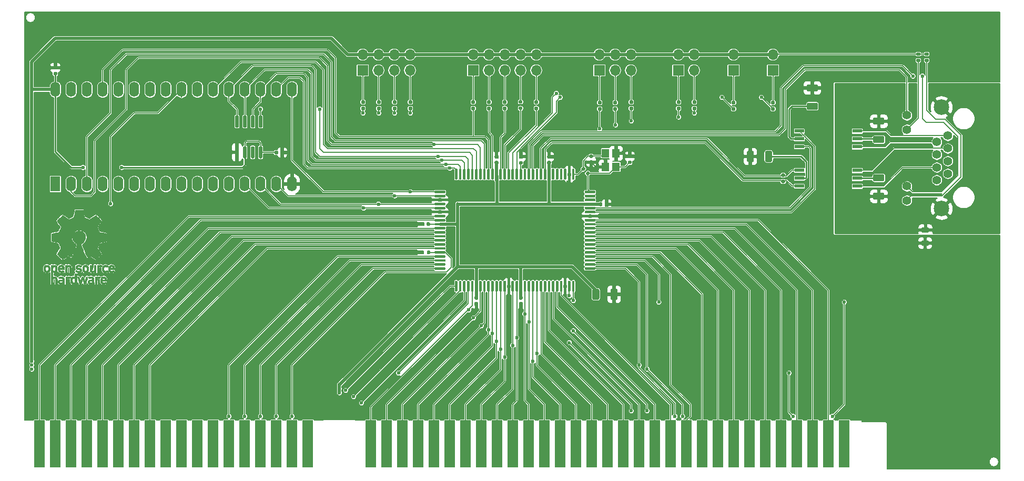
<source format=gtl>
%TF.GenerationSoftware,KiCad,Pcbnew,5.1.7*%
%TF.CreationDate,2020-11-15T02:13:01+01:00*%
%TF.ProjectId,ISA8019,49534138-3031-4392-9e6b-696361645f70,rev?*%
%TF.SameCoordinates,Original*%
%TF.FileFunction,Copper,L1,Top*%
%TF.FilePolarity,Positive*%
%FSLAX46Y46*%
G04 Gerber Fmt 4.6, Leading zero omitted, Abs format (unit mm)*
G04 Created by KiCad (PCBNEW 5.1.7) date 2020-11-15 02:13:01*
%MOMM*%
%LPD*%
G01*
G04 APERTURE LIST*
%TA.AperFunction,EtchedComponent*%
%ADD10C,0.010000*%
%TD*%
%TA.AperFunction,ConnectorPad*%
%ADD11R,1.780000X7.620000*%
%TD*%
%TA.AperFunction,ComponentPad*%
%ADD12C,1.400000*%
%TD*%
%TA.AperFunction,ComponentPad*%
%ADD13C,2.500000*%
%TD*%
%TA.AperFunction,ComponentPad*%
%ADD14O,1.600000X2.400000*%
%TD*%
%TA.AperFunction,ComponentPad*%
%ADD15R,1.600000X2.400000*%
%TD*%
%TA.AperFunction,ComponentPad*%
%ADD16C,0.800000*%
%TD*%
%TA.AperFunction,ComponentPad*%
%ADD17C,6.400000*%
%TD*%
%TA.AperFunction,ComponentPad*%
%ADD18R,1.700000X1.700000*%
%TD*%
%TA.AperFunction,ComponentPad*%
%ADD19O,1.700000X1.700000*%
%TD*%
%TA.AperFunction,SMDPad,CuDef*%
%ADD20R,1.200000X1.400000*%
%TD*%
%TA.AperFunction,SMDPad,CuDef*%
%ADD21R,1.500000X0.600000*%
%TD*%
%TA.AperFunction,ViaPad*%
%ADD22C,0.600000*%
%TD*%
%TA.AperFunction,Conductor*%
%ADD23C,0.127000*%
%TD*%
%TA.AperFunction,Conductor*%
%ADD24C,0.254000*%
%TD*%
%TA.AperFunction,Conductor*%
%ADD25C,0.500000*%
%TD*%
%TA.AperFunction,Conductor*%
%ADD26C,0.200000*%
%TD*%
%TA.AperFunction,Conductor*%
%ADD27C,0.100000*%
%TD*%
G04 APERTURE END LIST*
D10*
%TO.C,H5*%
G36*
X40729909Y-130459560D02*
G01*
X40782412Y-130485499D01*
X40847158Y-130530700D01*
X40894347Y-130579991D01*
X40926665Y-130641885D01*
X40946797Y-130724896D01*
X40957430Y-130837538D01*
X40961247Y-130988324D01*
X40961470Y-131053149D01*
X40960818Y-131195221D01*
X40958112Y-131296757D01*
X40952224Y-131367015D01*
X40942027Y-131415256D01*
X40926394Y-131450738D01*
X40910128Y-131474943D01*
X40806295Y-131577929D01*
X40684021Y-131639874D01*
X40552114Y-131658506D01*
X40419384Y-131631549D01*
X40377333Y-131612486D01*
X40276666Y-131560015D01*
X40276666Y-132382259D01*
X40350135Y-132344267D01*
X40446941Y-132314872D01*
X40565928Y-132307342D01*
X40684745Y-132321245D01*
X40774473Y-132352476D01*
X40848899Y-132411954D01*
X40912490Y-132497066D01*
X40917271Y-132505805D01*
X40937437Y-132546966D01*
X40952165Y-132588454D01*
X40962303Y-132638713D01*
X40968699Y-132706184D01*
X40972201Y-132799309D01*
X40973658Y-132926531D01*
X40973921Y-133069701D01*
X40973921Y-133526471D01*
X40700000Y-133526471D01*
X40700000Y-132684231D01*
X40623383Y-132619763D01*
X40543793Y-132568194D01*
X40468422Y-132558818D01*
X40392633Y-132582947D01*
X40352241Y-132606574D01*
X40322179Y-132640227D01*
X40300797Y-132691087D01*
X40286450Y-132766334D01*
X40277490Y-132873146D01*
X40272270Y-133018704D01*
X40270431Y-133115588D01*
X40264215Y-133514020D01*
X40133480Y-133521547D01*
X40002745Y-133529073D01*
X40002745Y-131056582D01*
X40276666Y-131056582D01*
X40283650Y-131194423D01*
X40307182Y-131290107D01*
X40351135Y-131349641D01*
X40419382Y-131379029D01*
X40488333Y-131384902D01*
X40566386Y-131378154D01*
X40618189Y-131351594D01*
X40650583Y-131316499D01*
X40676084Y-131278752D01*
X40691265Y-131236700D01*
X40698019Y-131177779D01*
X40698241Y-131089428D01*
X40695968Y-131015448D01*
X40690749Y-130904000D01*
X40682979Y-130830833D01*
X40669895Y-130784422D01*
X40648732Y-130753244D01*
X40628760Y-130735223D01*
X40545314Y-130695925D01*
X40446551Y-130689579D01*
X40389841Y-130703116D01*
X40333692Y-130751233D01*
X40296499Y-130844833D01*
X40278472Y-130983254D01*
X40276666Y-131056582D01*
X40002745Y-131056582D01*
X40002745Y-130438628D01*
X40139705Y-130438628D01*
X40221935Y-130441879D01*
X40264360Y-130453426D01*
X40276661Y-130475952D01*
X40276666Y-130476620D01*
X40282374Y-130498681D01*
X40307547Y-130496176D01*
X40357598Y-130471935D01*
X40474219Y-130434851D01*
X40605429Y-130430953D01*
X40729909Y-130459560D01*
G37*
X40729909Y-130459560D02*
X40782412Y-130485499D01*
X40847158Y-130530700D01*
X40894347Y-130579991D01*
X40926665Y-130641885D01*
X40946797Y-130724896D01*
X40957430Y-130837538D01*
X40961247Y-130988324D01*
X40961470Y-131053149D01*
X40960818Y-131195221D01*
X40958112Y-131296757D01*
X40952224Y-131367015D01*
X40942027Y-131415256D01*
X40926394Y-131450738D01*
X40910128Y-131474943D01*
X40806295Y-131577929D01*
X40684021Y-131639874D01*
X40552114Y-131658506D01*
X40419384Y-131631549D01*
X40377333Y-131612486D01*
X40276666Y-131560015D01*
X40276666Y-132382259D01*
X40350135Y-132344267D01*
X40446941Y-132314872D01*
X40565928Y-132307342D01*
X40684745Y-132321245D01*
X40774473Y-132352476D01*
X40848899Y-132411954D01*
X40912490Y-132497066D01*
X40917271Y-132505805D01*
X40937437Y-132546966D01*
X40952165Y-132588454D01*
X40962303Y-132638713D01*
X40968699Y-132706184D01*
X40972201Y-132799309D01*
X40973658Y-132926531D01*
X40973921Y-133069701D01*
X40973921Y-133526471D01*
X40700000Y-133526471D01*
X40700000Y-132684231D01*
X40623383Y-132619763D01*
X40543793Y-132568194D01*
X40468422Y-132558818D01*
X40392633Y-132582947D01*
X40352241Y-132606574D01*
X40322179Y-132640227D01*
X40300797Y-132691087D01*
X40286450Y-132766334D01*
X40277490Y-132873146D01*
X40272270Y-133018704D01*
X40270431Y-133115588D01*
X40264215Y-133514020D01*
X40133480Y-133521547D01*
X40002745Y-133529073D01*
X40002745Y-131056582D01*
X40276666Y-131056582D01*
X40283650Y-131194423D01*
X40307182Y-131290107D01*
X40351135Y-131349641D01*
X40419382Y-131379029D01*
X40488333Y-131384902D01*
X40566386Y-131378154D01*
X40618189Y-131351594D01*
X40650583Y-131316499D01*
X40676084Y-131278752D01*
X40691265Y-131236700D01*
X40698019Y-131177779D01*
X40698241Y-131089428D01*
X40695968Y-131015448D01*
X40690749Y-130904000D01*
X40682979Y-130830833D01*
X40669895Y-130784422D01*
X40648732Y-130753244D01*
X40628760Y-130735223D01*
X40545314Y-130695925D01*
X40446551Y-130689579D01*
X40389841Y-130703116D01*
X40333692Y-130751233D01*
X40296499Y-130844833D01*
X40278472Y-130983254D01*
X40276666Y-131056582D01*
X40002745Y-131056582D01*
X40002745Y-130438628D01*
X40139705Y-130438628D01*
X40221935Y-130441879D01*
X40264360Y-130453426D01*
X40276661Y-130475952D01*
X40276666Y-130476620D01*
X40282374Y-130498681D01*
X40307547Y-130496176D01*
X40357598Y-130471935D01*
X40474219Y-130434851D01*
X40605429Y-130430953D01*
X40729909Y-130459560D01*
G36*
X41768720Y-132315922D02*
G01*
X41885870Y-132347180D01*
X41975051Y-132403837D01*
X42037984Y-132478045D01*
X42057548Y-132509716D01*
X42071992Y-132542891D01*
X42082089Y-132585329D01*
X42088615Y-132644788D01*
X42092342Y-132729029D01*
X42094046Y-132845810D01*
X42094500Y-133002890D01*
X42094509Y-133044565D01*
X42094509Y-133526471D01*
X41974980Y-133526471D01*
X41898739Y-133521131D01*
X41842366Y-133507604D01*
X41828242Y-133499262D01*
X41789630Y-133484864D01*
X41750192Y-133499262D01*
X41685262Y-133517237D01*
X41590945Y-133524472D01*
X41486407Y-133521333D01*
X41390811Y-133508186D01*
X41335000Y-133491318D01*
X41226998Y-133421986D01*
X41159503Y-133325772D01*
X41129159Y-133197844D01*
X41128877Y-133194559D01*
X41131540Y-133137808D01*
X41372353Y-133137808D01*
X41393405Y-133202358D01*
X41427697Y-133238686D01*
X41496532Y-133266162D01*
X41587390Y-133277129D01*
X41680042Y-133271731D01*
X41754256Y-133250110D01*
X41775049Y-133236239D01*
X41811381Y-133172143D01*
X41820588Y-133099278D01*
X41820588Y-133003530D01*
X41682827Y-133003530D01*
X41551953Y-133013605D01*
X41452741Y-133042148D01*
X41391023Y-133086639D01*
X41372353Y-133137808D01*
X41131540Y-133137808D01*
X41135436Y-133054790D01*
X41181534Y-132944282D01*
X41268200Y-132860712D01*
X41280179Y-132853110D01*
X41331655Y-132828357D01*
X41395368Y-132813368D01*
X41484435Y-132806082D01*
X41590245Y-132804407D01*
X41820588Y-132804314D01*
X41820588Y-132707755D01*
X41810817Y-132632836D01*
X41785884Y-132582644D01*
X41782965Y-132579972D01*
X41727481Y-132558015D01*
X41643727Y-132549505D01*
X41551167Y-132553687D01*
X41469270Y-132569809D01*
X41420673Y-132593990D01*
X41394341Y-132613359D01*
X41366535Y-132617057D01*
X41328161Y-132601188D01*
X41270125Y-132561855D01*
X41183331Y-132495164D01*
X41175365Y-132488916D01*
X41179447Y-132465800D01*
X41213501Y-132427352D01*
X41265260Y-132384627D01*
X41322455Y-132348679D01*
X41340425Y-132340191D01*
X41405972Y-132323252D01*
X41502020Y-132311170D01*
X41609329Y-132306323D01*
X41614347Y-132306313D01*
X41768720Y-132315922D01*
G37*
X41768720Y-132315922D02*
X41885870Y-132347180D01*
X41975051Y-132403837D01*
X42037984Y-132478045D01*
X42057548Y-132509716D01*
X42071992Y-132542891D01*
X42082089Y-132585329D01*
X42088615Y-132644788D01*
X42092342Y-132729029D01*
X42094046Y-132845810D01*
X42094500Y-133002890D01*
X42094509Y-133044565D01*
X42094509Y-133526471D01*
X41974980Y-133526471D01*
X41898739Y-133521131D01*
X41842366Y-133507604D01*
X41828242Y-133499262D01*
X41789630Y-133484864D01*
X41750192Y-133499262D01*
X41685262Y-133517237D01*
X41590945Y-133524472D01*
X41486407Y-133521333D01*
X41390811Y-133508186D01*
X41335000Y-133491318D01*
X41226998Y-133421986D01*
X41159503Y-133325772D01*
X41129159Y-133197844D01*
X41128877Y-133194559D01*
X41131540Y-133137808D01*
X41372353Y-133137808D01*
X41393405Y-133202358D01*
X41427697Y-133238686D01*
X41496532Y-133266162D01*
X41587390Y-133277129D01*
X41680042Y-133271731D01*
X41754256Y-133250110D01*
X41775049Y-133236239D01*
X41811381Y-133172143D01*
X41820588Y-133099278D01*
X41820588Y-133003530D01*
X41682827Y-133003530D01*
X41551953Y-133013605D01*
X41452741Y-133042148D01*
X41391023Y-133086639D01*
X41372353Y-133137808D01*
X41131540Y-133137808D01*
X41135436Y-133054790D01*
X41181534Y-132944282D01*
X41268200Y-132860712D01*
X41280179Y-132853110D01*
X41331655Y-132828357D01*
X41395368Y-132813368D01*
X41484435Y-132806082D01*
X41590245Y-132804407D01*
X41820588Y-132804314D01*
X41820588Y-132707755D01*
X41810817Y-132632836D01*
X41785884Y-132582644D01*
X41782965Y-132579972D01*
X41727481Y-132558015D01*
X41643727Y-132549505D01*
X41551167Y-132553687D01*
X41469270Y-132569809D01*
X41420673Y-132593990D01*
X41394341Y-132613359D01*
X41366535Y-132617057D01*
X41328161Y-132601188D01*
X41270125Y-132561855D01*
X41183331Y-132495164D01*
X41175365Y-132488916D01*
X41179447Y-132465800D01*
X41213501Y-132427352D01*
X41265260Y-132384627D01*
X41322455Y-132348679D01*
X41340425Y-132340191D01*
X41405972Y-132323252D01*
X41502020Y-132311170D01*
X41609329Y-132306323D01*
X41614347Y-132306313D01*
X41768720Y-132315922D01*
G36*
X42542764Y-132308921D02*
G01*
X42580030Y-132320091D01*
X42592043Y-132344633D01*
X42592549Y-132355712D01*
X42594704Y-132386572D01*
X42609551Y-132391417D01*
X42649657Y-132370260D01*
X42673480Y-132355806D01*
X42748638Y-132324850D01*
X42838406Y-132309544D01*
X42932529Y-132308367D01*
X43020754Y-132319799D01*
X43092826Y-132342320D01*
X43138492Y-132374409D01*
X43147498Y-132414545D01*
X43142953Y-132425415D01*
X43109821Y-132470534D01*
X43058445Y-132526026D01*
X43049152Y-132534996D01*
X43000182Y-132576245D01*
X42957931Y-132589572D01*
X42898841Y-132580271D01*
X42875169Y-132574090D01*
X42801504Y-132559246D01*
X42749710Y-132565921D01*
X42705969Y-132589465D01*
X42665902Y-132621061D01*
X42636392Y-132660798D01*
X42615884Y-132716252D01*
X42602824Y-132795003D01*
X42595656Y-132904629D01*
X42592824Y-133052706D01*
X42592549Y-133142111D01*
X42592549Y-133526471D01*
X42343529Y-133526471D01*
X42343529Y-132306275D01*
X42468039Y-132306275D01*
X42542764Y-132308921D01*
G37*
X42542764Y-132308921D02*
X42580030Y-132320091D01*
X42592043Y-132344633D01*
X42592549Y-132355712D01*
X42594704Y-132386572D01*
X42609551Y-132391417D01*
X42649657Y-132370260D01*
X42673480Y-132355806D01*
X42748638Y-132324850D01*
X42838406Y-132309544D01*
X42932529Y-132308367D01*
X43020754Y-132319799D01*
X43092826Y-132342320D01*
X43138492Y-132374409D01*
X43147498Y-132414545D01*
X43142953Y-132425415D01*
X43109821Y-132470534D01*
X43058445Y-132526026D01*
X43049152Y-132534996D01*
X43000182Y-132576245D01*
X42957931Y-132589572D01*
X42898841Y-132580271D01*
X42875169Y-132574090D01*
X42801504Y-132559246D01*
X42749710Y-132565921D01*
X42705969Y-132589465D01*
X42665902Y-132621061D01*
X42636392Y-132660798D01*
X42615884Y-132716252D01*
X42602824Y-132795003D01*
X42595656Y-132904629D01*
X42592824Y-133052706D01*
X42592549Y-133142111D01*
X42592549Y-133526471D01*
X42343529Y-133526471D01*
X42343529Y-132306275D01*
X42468039Y-132306275D01*
X42542764Y-132308921D01*
G36*
X44111568Y-133526471D02*
G01*
X43974607Y-133526471D01*
X43895111Y-133524140D01*
X43853708Y-133514488D01*
X43838801Y-133493525D01*
X43837647Y-133479351D01*
X43835133Y-133450927D01*
X43819280Y-133445475D01*
X43777621Y-133462998D01*
X43745224Y-133479351D01*
X43620849Y-133518103D01*
X43485646Y-133520346D01*
X43375726Y-133491444D01*
X43273366Y-133421619D01*
X43195340Y-133318555D01*
X43152614Y-133196989D01*
X43151526Y-133190192D01*
X43145178Y-133116032D01*
X43142021Y-133009570D01*
X43142275Y-132929052D01*
X43414289Y-132929052D01*
X43420590Y-133036070D01*
X43434925Y-133124278D01*
X43454331Y-133174090D01*
X43527746Y-133242162D01*
X43614914Y-133266564D01*
X43704804Y-133246831D01*
X43781617Y-133187968D01*
X43810708Y-133148379D01*
X43827717Y-133101138D01*
X43835684Y-133032181D01*
X43837647Y-132928607D01*
X43834134Y-132826039D01*
X43824857Y-132735921D01*
X43811706Y-132675613D01*
X43809514Y-132670208D01*
X43756478Y-132605940D01*
X43679067Y-132570656D01*
X43592454Y-132564959D01*
X43511807Y-132589453D01*
X43452297Y-132644742D01*
X43446124Y-132655743D01*
X43426801Y-132722827D01*
X43416274Y-132819284D01*
X43414289Y-132929052D01*
X43142275Y-132929052D01*
X43142404Y-132888225D01*
X43144194Y-132822918D01*
X43156373Y-132661355D01*
X43181685Y-132540053D01*
X43223793Y-132450379D01*
X43286359Y-132383699D01*
X43347100Y-132344557D01*
X43431964Y-132317040D01*
X43537515Y-132307603D01*
X43645598Y-132315290D01*
X43738058Y-132339146D01*
X43786910Y-132367685D01*
X43837647Y-132413601D01*
X43837647Y-131833137D01*
X44111568Y-131833137D01*
X44111568Y-133526471D01*
G37*
X44111568Y-133526471D02*
X43974607Y-133526471D01*
X43895111Y-133524140D01*
X43853708Y-133514488D01*
X43838801Y-133493525D01*
X43837647Y-133479351D01*
X43835133Y-133450927D01*
X43819280Y-133445475D01*
X43777621Y-133462998D01*
X43745224Y-133479351D01*
X43620849Y-133518103D01*
X43485646Y-133520346D01*
X43375726Y-133491444D01*
X43273366Y-133421619D01*
X43195340Y-133318555D01*
X43152614Y-133196989D01*
X43151526Y-133190192D01*
X43145178Y-133116032D01*
X43142021Y-133009570D01*
X43142275Y-132929052D01*
X43414289Y-132929052D01*
X43420590Y-133036070D01*
X43434925Y-133124278D01*
X43454331Y-133174090D01*
X43527746Y-133242162D01*
X43614914Y-133266564D01*
X43704804Y-133246831D01*
X43781617Y-133187968D01*
X43810708Y-133148379D01*
X43827717Y-133101138D01*
X43835684Y-133032181D01*
X43837647Y-132928607D01*
X43834134Y-132826039D01*
X43824857Y-132735921D01*
X43811706Y-132675613D01*
X43809514Y-132670208D01*
X43756478Y-132605940D01*
X43679067Y-132570656D01*
X43592454Y-132564959D01*
X43511807Y-132589453D01*
X43452297Y-132644742D01*
X43446124Y-132655743D01*
X43426801Y-132722827D01*
X43416274Y-132819284D01*
X43414289Y-132929052D01*
X43142275Y-132929052D01*
X43142404Y-132888225D01*
X43144194Y-132822918D01*
X43156373Y-132661355D01*
X43181685Y-132540053D01*
X43223793Y-132450379D01*
X43286359Y-132383699D01*
X43347100Y-132344557D01*
X43431964Y-132317040D01*
X43537515Y-132307603D01*
X43645598Y-132315290D01*
X43738058Y-132339146D01*
X43786910Y-132367685D01*
X43837647Y-132413601D01*
X43837647Y-131833137D01*
X44111568Y-131833137D01*
X44111568Y-133526471D01*
G36*
X45067528Y-132311332D02*
G01*
X45166014Y-132318726D01*
X45294776Y-132704706D01*
X45423537Y-133090686D01*
X45463911Y-132953726D01*
X45488207Y-132869083D01*
X45520167Y-132754697D01*
X45554679Y-132628963D01*
X45572928Y-132561520D01*
X45641571Y-132306275D01*
X45924773Y-132306275D01*
X45840122Y-132573971D01*
X45798435Y-132705638D01*
X45748074Y-132864458D01*
X45695481Y-133030128D01*
X45648530Y-133177843D01*
X45541589Y-133514020D01*
X45310661Y-133529044D01*
X45248050Y-133322316D01*
X45209438Y-133193896D01*
X45167300Y-133052322D01*
X45130472Y-132927285D01*
X45129018Y-132922309D01*
X45101511Y-132837586D01*
X45077242Y-132779778D01*
X45060243Y-132757918D01*
X45056750Y-132760446D01*
X45044490Y-132794336D01*
X45021195Y-132866930D01*
X44989700Y-132969101D01*
X44952842Y-133091720D01*
X44932899Y-133159167D01*
X44824895Y-133526471D01*
X44595679Y-133526471D01*
X44412439Y-132947500D01*
X44360963Y-132785091D01*
X44314070Y-132637602D01*
X44273977Y-132511960D01*
X44242897Y-132415095D01*
X44223045Y-132353934D01*
X44217011Y-132336065D01*
X44221788Y-132317768D01*
X44259297Y-132309755D01*
X44337355Y-132310557D01*
X44349574Y-132311163D01*
X44494326Y-132318726D01*
X44589130Y-132667353D01*
X44623977Y-132794497D01*
X44655117Y-132906265D01*
X44679809Y-132992953D01*
X44695312Y-133044856D01*
X44698176Y-133053318D01*
X44710046Y-133043587D01*
X44733983Y-132993172D01*
X44767239Y-132908935D01*
X44807064Y-132797741D01*
X44840730Y-132697297D01*
X44969041Y-132303939D01*
X45067528Y-132311332D01*
G37*
X45067528Y-132311332D02*
X45166014Y-132318726D01*
X45294776Y-132704706D01*
X45423537Y-133090686D01*
X45463911Y-132953726D01*
X45488207Y-132869083D01*
X45520167Y-132754697D01*
X45554679Y-132628963D01*
X45572928Y-132561520D01*
X45641571Y-132306275D01*
X45924773Y-132306275D01*
X45840122Y-132573971D01*
X45798435Y-132705638D01*
X45748074Y-132864458D01*
X45695481Y-133030128D01*
X45648530Y-133177843D01*
X45541589Y-133514020D01*
X45310661Y-133529044D01*
X45248050Y-133322316D01*
X45209438Y-133193896D01*
X45167300Y-133052322D01*
X45130472Y-132927285D01*
X45129018Y-132922309D01*
X45101511Y-132837586D01*
X45077242Y-132779778D01*
X45060243Y-132757918D01*
X45056750Y-132760446D01*
X45044490Y-132794336D01*
X45021195Y-132866930D01*
X44989700Y-132969101D01*
X44952842Y-133091720D01*
X44932899Y-133159167D01*
X44824895Y-133526471D01*
X44595679Y-133526471D01*
X44412439Y-132947500D01*
X44360963Y-132785091D01*
X44314070Y-132637602D01*
X44273977Y-132511960D01*
X44242897Y-132415095D01*
X44223045Y-132353934D01*
X44217011Y-132336065D01*
X44221788Y-132317768D01*
X44259297Y-132309755D01*
X44337355Y-132310557D01*
X44349574Y-132311163D01*
X44494326Y-132318726D01*
X44589130Y-132667353D01*
X44623977Y-132794497D01*
X44655117Y-132906265D01*
X44679809Y-132992953D01*
X44695312Y-133044856D01*
X44698176Y-133053318D01*
X44710046Y-133043587D01*
X44733983Y-132993172D01*
X44767239Y-132908935D01*
X44807064Y-132797741D01*
X44840730Y-132697297D01*
X44969041Y-132303939D01*
X45067528Y-132311332D01*
G36*
X46566459Y-132313669D02*
G01*
X46671420Y-132339163D01*
X46701761Y-132352669D01*
X46760573Y-132388046D01*
X46805709Y-132427890D01*
X46839106Y-132479120D01*
X46862701Y-132548654D01*
X46878433Y-132643409D01*
X46888239Y-132770305D01*
X46894057Y-132936258D01*
X46896266Y-133047108D01*
X46904396Y-133526471D01*
X46765531Y-133526471D01*
X46681287Y-133522938D01*
X46637884Y-133510866D01*
X46626666Y-133490594D01*
X46620744Y-133468674D01*
X46594266Y-133472865D01*
X46558186Y-133490441D01*
X46467862Y-133517382D01*
X46351777Y-133524642D01*
X46229680Y-133512767D01*
X46121321Y-133482305D01*
X46111602Y-133478077D01*
X46012568Y-133408505D01*
X45947281Y-133311789D01*
X45917240Y-133198738D01*
X45919535Y-133158122D01*
X46164633Y-133158122D01*
X46186229Y-133212782D01*
X46250259Y-133251952D01*
X46353565Y-133272974D01*
X46408774Y-133275766D01*
X46500782Y-133268620D01*
X46561941Y-133240848D01*
X46576862Y-133227647D01*
X46617287Y-133155829D01*
X46626666Y-133090686D01*
X46626666Y-133003530D01*
X46505269Y-133003530D01*
X46364153Y-133010722D01*
X46265173Y-133033345D01*
X46202633Y-133072964D01*
X46188631Y-133090628D01*
X46164633Y-133158122D01*
X45919535Y-133158122D01*
X45923941Y-133080157D01*
X45968880Y-132966855D01*
X46030196Y-132890285D01*
X46067332Y-132857181D01*
X46103687Y-132835425D01*
X46150990Y-132822161D01*
X46220973Y-132814528D01*
X46325364Y-132809670D01*
X46366770Y-132808273D01*
X46626666Y-132799780D01*
X46626285Y-132721116D01*
X46616219Y-132638428D01*
X46579829Y-132588431D01*
X46506311Y-132556489D01*
X46504339Y-132555920D01*
X46400105Y-132543361D01*
X46298108Y-132559766D01*
X46222305Y-132599657D01*
X46191890Y-132619354D01*
X46159132Y-132616629D01*
X46108721Y-132588091D01*
X46079119Y-132567950D01*
X46021218Y-132524919D01*
X45985352Y-132492662D01*
X45979597Y-132483427D01*
X46003295Y-132435636D01*
X46073313Y-132378562D01*
X46103725Y-132359305D01*
X46191155Y-132326140D01*
X46308983Y-132307350D01*
X46439866Y-132303129D01*
X46566459Y-132313669D01*
G37*
X46566459Y-132313669D02*
X46671420Y-132339163D01*
X46701761Y-132352669D01*
X46760573Y-132388046D01*
X46805709Y-132427890D01*
X46839106Y-132479120D01*
X46862701Y-132548654D01*
X46878433Y-132643409D01*
X46888239Y-132770305D01*
X46894057Y-132936258D01*
X46896266Y-133047108D01*
X46904396Y-133526471D01*
X46765531Y-133526471D01*
X46681287Y-133522938D01*
X46637884Y-133510866D01*
X46626666Y-133490594D01*
X46620744Y-133468674D01*
X46594266Y-133472865D01*
X46558186Y-133490441D01*
X46467862Y-133517382D01*
X46351777Y-133524642D01*
X46229680Y-133512767D01*
X46121321Y-133482305D01*
X46111602Y-133478077D01*
X46012568Y-133408505D01*
X45947281Y-133311789D01*
X45917240Y-133198738D01*
X45919535Y-133158122D01*
X46164633Y-133158122D01*
X46186229Y-133212782D01*
X46250259Y-133251952D01*
X46353565Y-133272974D01*
X46408774Y-133275766D01*
X46500782Y-133268620D01*
X46561941Y-133240848D01*
X46576862Y-133227647D01*
X46617287Y-133155829D01*
X46626666Y-133090686D01*
X46626666Y-133003530D01*
X46505269Y-133003530D01*
X46364153Y-133010722D01*
X46265173Y-133033345D01*
X46202633Y-133072964D01*
X46188631Y-133090628D01*
X46164633Y-133158122D01*
X45919535Y-133158122D01*
X45923941Y-133080157D01*
X45968880Y-132966855D01*
X46030196Y-132890285D01*
X46067332Y-132857181D01*
X46103687Y-132835425D01*
X46150990Y-132822161D01*
X46220973Y-132814528D01*
X46325364Y-132809670D01*
X46366770Y-132808273D01*
X46626666Y-132799780D01*
X46626285Y-132721116D01*
X46616219Y-132638428D01*
X46579829Y-132588431D01*
X46506311Y-132556489D01*
X46504339Y-132555920D01*
X46400105Y-132543361D01*
X46298108Y-132559766D01*
X46222305Y-132599657D01*
X46191890Y-132619354D01*
X46159132Y-132616629D01*
X46108721Y-132588091D01*
X46079119Y-132567950D01*
X46021218Y-132524919D01*
X45985352Y-132492662D01*
X45979597Y-132483427D01*
X46003295Y-132435636D01*
X46073313Y-132378562D01*
X46103725Y-132359305D01*
X46191155Y-132326140D01*
X46308983Y-132307350D01*
X46439866Y-132303129D01*
X46566459Y-132313669D01*
G36*
X47748446Y-132305883D02*
G01*
X47844177Y-132324755D01*
X47898677Y-132352699D01*
X47956008Y-132399123D01*
X47874441Y-132502111D01*
X47824150Y-132564479D01*
X47790001Y-132594907D01*
X47756063Y-132599555D01*
X47706406Y-132584586D01*
X47683096Y-132576117D01*
X47588063Y-132563622D01*
X47501032Y-132590406D01*
X47437138Y-132650915D01*
X47426759Y-132670208D01*
X47415456Y-132721314D01*
X47406732Y-132815500D01*
X47400997Y-132946089D01*
X47398660Y-133106405D01*
X47398627Y-133129211D01*
X47398627Y-133526471D01*
X47124705Y-133526471D01*
X47124705Y-132306275D01*
X47261666Y-132306275D01*
X47340638Y-132308337D01*
X47381779Y-132317513D01*
X47396992Y-132338290D01*
X47398627Y-132357886D01*
X47398627Y-132409497D01*
X47464240Y-132357886D01*
X47539475Y-132322675D01*
X47640544Y-132305265D01*
X47748446Y-132305883D01*
G37*
X47748446Y-132305883D02*
X47844177Y-132324755D01*
X47898677Y-132352699D01*
X47956008Y-132399123D01*
X47874441Y-132502111D01*
X47824150Y-132564479D01*
X47790001Y-132594907D01*
X47756063Y-132599555D01*
X47706406Y-132584586D01*
X47683096Y-132576117D01*
X47588063Y-132563622D01*
X47501032Y-132590406D01*
X47437138Y-132650915D01*
X47426759Y-132670208D01*
X47415456Y-132721314D01*
X47406732Y-132815500D01*
X47400997Y-132946089D01*
X47398660Y-133106405D01*
X47398627Y-133129211D01*
X47398627Y-133526471D01*
X47124705Y-133526471D01*
X47124705Y-132306275D01*
X47261666Y-132306275D01*
X47340638Y-132308337D01*
X47381779Y-132317513D01*
X47396992Y-132338290D01*
X47398627Y-132357886D01*
X47398627Y-132409497D01*
X47464240Y-132357886D01*
X47539475Y-132322675D01*
X47640544Y-132305265D01*
X47748446Y-132305883D01*
G36*
X48535307Y-132312784D02*
G01*
X48654337Y-132343731D01*
X48754021Y-132407600D01*
X48802288Y-132455313D01*
X48881408Y-132568106D01*
X48926752Y-132698950D01*
X48942330Y-132859792D01*
X48942410Y-132872794D01*
X48942549Y-133003530D01*
X48190091Y-133003530D01*
X48206130Y-133072010D01*
X48235091Y-133134031D01*
X48285778Y-133198654D01*
X48296379Y-133208971D01*
X48387494Y-133264805D01*
X48491400Y-133274275D01*
X48611000Y-133237540D01*
X48631274Y-133227647D01*
X48693456Y-133197574D01*
X48735106Y-133180440D01*
X48742373Y-133178855D01*
X48767740Y-133194242D01*
X48816120Y-133231887D01*
X48840679Y-133252459D01*
X48891570Y-133299714D01*
X48908281Y-133330917D01*
X48896683Y-133359620D01*
X48890483Y-133367468D01*
X48848493Y-133401819D01*
X48779206Y-133443565D01*
X48730882Y-133467935D01*
X48593711Y-133510873D01*
X48441847Y-133524786D01*
X48298024Y-133508300D01*
X48257745Y-133496496D01*
X48133078Y-133429689D01*
X48040671Y-133326892D01*
X47979990Y-133187105D01*
X47950498Y-133009330D01*
X47947260Y-132916373D01*
X47956714Y-132781033D01*
X48195490Y-132781033D01*
X48218584Y-132791038D01*
X48280662Y-132798888D01*
X48370914Y-132803521D01*
X48432058Y-132804314D01*
X48542040Y-132803549D01*
X48611457Y-132799970D01*
X48649538Y-132791649D01*
X48665515Y-132776657D01*
X48668627Y-132754903D01*
X48647278Y-132687892D01*
X48593529Y-132621664D01*
X48522822Y-132570832D01*
X48452089Y-132550038D01*
X48356016Y-132568484D01*
X48272849Y-132621811D01*
X48215186Y-132698677D01*
X48195490Y-132781033D01*
X47956714Y-132781033D01*
X47961028Y-132719291D01*
X48003520Y-132562271D01*
X48075635Y-132444069D01*
X48178273Y-132363440D01*
X48312332Y-132319139D01*
X48384957Y-132310607D01*
X48535307Y-132312784D01*
G37*
X48535307Y-132312784D02*
X48654337Y-132343731D01*
X48754021Y-132407600D01*
X48802288Y-132455313D01*
X48881408Y-132568106D01*
X48926752Y-132698950D01*
X48942330Y-132859792D01*
X48942410Y-132872794D01*
X48942549Y-133003530D01*
X48190091Y-133003530D01*
X48206130Y-133072010D01*
X48235091Y-133134031D01*
X48285778Y-133198654D01*
X48296379Y-133208971D01*
X48387494Y-133264805D01*
X48491400Y-133274275D01*
X48611000Y-133237540D01*
X48631274Y-133227647D01*
X48693456Y-133197574D01*
X48735106Y-133180440D01*
X48742373Y-133178855D01*
X48767740Y-133194242D01*
X48816120Y-133231887D01*
X48840679Y-133252459D01*
X48891570Y-133299714D01*
X48908281Y-133330917D01*
X48896683Y-133359620D01*
X48890483Y-133367468D01*
X48848493Y-133401819D01*
X48779206Y-133443565D01*
X48730882Y-133467935D01*
X48593711Y-133510873D01*
X48441847Y-133524786D01*
X48298024Y-133508300D01*
X48257745Y-133496496D01*
X48133078Y-133429689D01*
X48040671Y-133326892D01*
X47979990Y-133187105D01*
X47950498Y-133009330D01*
X47947260Y-132916373D01*
X47956714Y-132781033D01*
X48195490Y-132781033D01*
X48218584Y-132791038D01*
X48280662Y-132798888D01*
X48370914Y-132803521D01*
X48432058Y-132804314D01*
X48542040Y-132803549D01*
X48611457Y-132799970D01*
X48649538Y-132791649D01*
X48665515Y-132776657D01*
X48668627Y-132754903D01*
X48647278Y-132687892D01*
X48593529Y-132621664D01*
X48522822Y-132570832D01*
X48452089Y-132550038D01*
X48356016Y-132568484D01*
X48272849Y-132621811D01*
X48215186Y-132698677D01*
X48195490Y-132781033D01*
X47956714Y-132781033D01*
X47961028Y-132719291D01*
X48003520Y-132562271D01*
X48075635Y-132444069D01*
X48178273Y-132363440D01*
X48312332Y-132319139D01*
X48384957Y-132310607D01*
X48535307Y-132312784D01*
G36*
X39483247Y-130451568D02*
G01*
X39613522Y-130509163D01*
X39712419Y-130605334D01*
X39780082Y-130740229D01*
X39816655Y-130913996D01*
X39819276Y-130941126D01*
X39821330Y-131132408D01*
X39794699Y-131300073D01*
X39741001Y-131435967D01*
X39712247Y-131479681D01*
X39612091Y-131572198D01*
X39484537Y-131632119D01*
X39341837Y-131656985D01*
X39196240Y-131644339D01*
X39085562Y-131605391D01*
X38990384Y-131539755D01*
X38912594Y-131453699D01*
X38911249Y-131451685D01*
X38879657Y-131398570D01*
X38859127Y-131345160D01*
X38846695Y-131277754D01*
X38839397Y-131182653D01*
X38836182Y-131104666D01*
X38834844Y-131033944D01*
X39083814Y-131033944D01*
X39086247Y-131104348D01*
X39095080Y-131198068D01*
X39110664Y-131258214D01*
X39138766Y-131301006D01*
X39165086Y-131326002D01*
X39258392Y-131378338D01*
X39356020Y-131385333D01*
X39446942Y-131347676D01*
X39492402Y-131305479D01*
X39525162Y-131262956D01*
X39544323Y-131222267D01*
X39552733Y-131169314D01*
X39553237Y-131089997D01*
X39550645Y-131016950D01*
X39545071Y-130912601D01*
X39536234Y-130844920D01*
X39520307Y-130800774D01*
X39493462Y-130767031D01*
X39472189Y-130747746D01*
X39383206Y-130697086D01*
X39287211Y-130694560D01*
X39206719Y-130724567D01*
X39138053Y-130787231D01*
X39097144Y-130890168D01*
X39083814Y-131033944D01*
X38834844Y-131033944D01*
X38833246Y-130949582D01*
X38838260Y-130833600D01*
X38853283Y-130746367D01*
X38880376Y-130677530D01*
X38921600Y-130616737D01*
X38936885Y-130598686D01*
X39032454Y-130508746D01*
X39134961Y-130456211D01*
X39260321Y-130434201D01*
X39321450Y-130432402D01*
X39483247Y-130451568D01*
G37*
X39483247Y-130451568D02*
X39613522Y-130509163D01*
X39712419Y-130605334D01*
X39780082Y-130740229D01*
X39816655Y-130913996D01*
X39819276Y-130941126D01*
X39821330Y-131132408D01*
X39794699Y-131300073D01*
X39741001Y-131435967D01*
X39712247Y-131479681D01*
X39612091Y-131572198D01*
X39484537Y-131632119D01*
X39341837Y-131656985D01*
X39196240Y-131644339D01*
X39085562Y-131605391D01*
X38990384Y-131539755D01*
X38912594Y-131453699D01*
X38911249Y-131451685D01*
X38879657Y-131398570D01*
X38859127Y-131345160D01*
X38846695Y-131277754D01*
X38839397Y-131182653D01*
X38836182Y-131104666D01*
X38834844Y-131033944D01*
X39083814Y-131033944D01*
X39086247Y-131104348D01*
X39095080Y-131198068D01*
X39110664Y-131258214D01*
X39138766Y-131301006D01*
X39165086Y-131326002D01*
X39258392Y-131378338D01*
X39356020Y-131385333D01*
X39446942Y-131347676D01*
X39492402Y-131305479D01*
X39525162Y-131262956D01*
X39544323Y-131222267D01*
X39552733Y-131169314D01*
X39553237Y-131089997D01*
X39550645Y-131016950D01*
X39545071Y-130912601D01*
X39536234Y-130844920D01*
X39520307Y-130800774D01*
X39493462Y-130767031D01*
X39472189Y-130747746D01*
X39383206Y-130697086D01*
X39287211Y-130694560D01*
X39206719Y-130724567D01*
X39138053Y-130787231D01*
X39097144Y-130890168D01*
X39083814Y-131033944D01*
X38834844Y-131033944D01*
X38833246Y-130949582D01*
X38838260Y-130833600D01*
X38853283Y-130746367D01*
X38880376Y-130677530D01*
X38921600Y-130616737D01*
X38936885Y-130598686D01*
X39032454Y-130508746D01*
X39134961Y-130456211D01*
X39260321Y-130434201D01*
X39321450Y-130432402D01*
X39483247Y-130451568D01*
G36*
X41823204Y-130466354D02*
G01*
X41848019Y-130478037D01*
X41933906Y-130540951D01*
X42015121Y-130632769D01*
X42075764Y-130733868D01*
X42093012Y-130780349D01*
X42108749Y-130863376D01*
X42118133Y-130963713D01*
X42119272Y-131005147D01*
X42119411Y-131135882D01*
X41366953Y-131135882D01*
X41382993Y-131204363D01*
X41422363Y-131285355D01*
X41491194Y-131355351D01*
X41573081Y-131400441D01*
X41625263Y-131409804D01*
X41696029Y-131398441D01*
X41780460Y-131369943D01*
X41809142Y-131356831D01*
X41915209Y-131303858D01*
X42005728Y-131372901D01*
X42057961Y-131419597D01*
X42085753Y-131458140D01*
X42087160Y-131469452D01*
X42062332Y-131496868D01*
X42007917Y-131538532D01*
X41958528Y-131571037D01*
X41825252Y-131629468D01*
X41675839Y-131655915D01*
X41527751Y-131649039D01*
X41409705Y-131613096D01*
X41288018Y-131536101D01*
X41201540Y-131434728D01*
X41147441Y-131303570D01*
X41122891Y-131137224D01*
X41120714Y-131061108D01*
X41129427Y-130886685D01*
X41130497Y-130881611D01*
X41379827Y-130881611D01*
X41386694Y-130897968D01*
X41414917Y-130906988D01*
X41473127Y-130910854D01*
X41569958Y-130911749D01*
X41607243Y-130911765D01*
X41720683Y-130910413D01*
X41792622Y-130905505D01*
X41831313Y-130895760D01*
X41845005Y-130879899D01*
X41845490Y-130874805D01*
X41829863Y-130834326D01*
X41790753Y-130777621D01*
X41773939Y-130757766D01*
X41711519Y-130701611D01*
X41646453Y-130679532D01*
X41611397Y-130677686D01*
X41516558Y-130700766D01*
X41437027Y-130762759D01*
X41386577Y-130852802D01*
X41385683Y-130855735D01*
X41379827Y-130881611D01*
X41130497Y-130881611D01*
X41158399Y-130749343D01*
X41210590Y-130639461D01*
X41274421Y-130561461D01*
X41392433Y-130476882D01*
X41531158Y-130431686D01*
X41678710Y-130427600D01*
X41823204Y-130466354D01*
G37*
X41823204Y-130466354D02*
X41848019Y-130478037D01*
X41933906Y-130540951D01*
X42015121Y-130632769D01*
X42075764Y-130733868D01*
X42093012Y-130780349D01*
X42108749Y-130863376D01*
X42118133Y-130963713D01*
X42119272Y-131005147D01*
X42119411Y-131135882D01*
X41366953Y-131135882D01*
X41382993Y-131204363D01*
X41422363Y-131285355D01*
X41491194Y-131355351D01*
X41573081Y-131400441D01*
X41625263Y-131409804D01*
X41696029Y-131398441D01*
X41780460Y-131369943D01*
X41809142Y-131356831D01*
X41915209Y-131303858D01*
X42005728Y-131372901D01*
X42057961Y-131419597D01*
X42085753Y-131458140D01*
X42087160Y-131469452D01*
X42062332Y-131496868D01*
X42007917Y-131538532D01*
X41958528Y-131571037D01*
X41825252Y-131629468D01*
X41675839Y-131655915D01*
X41527751Y-131649039D01*
X41409705Y-131613096D01*
X41288018Y-131536101D01*
X41201540Y-131434728D01*
X41147441Y-131303570D01*
X41122891Y-131137224D01*
X41120714Y-131061108D01*
X41129427Y-130886685D01*
X41130497Y-130881611D01*
X41379827Y-130881611D01*
X41386694Y-130897968D01*
X41414917Y-130906988D01*
X41473127Y-130910854D01*
X41569958Y-130911749D01*
X41607243Y-130911765D01*
X41720683Y-130910413D01*
X41792622Y-130905505D01*
X41831313Y-130895760D01*
X41845005Y-130879899D01*
X41845490Y-130874805D01*
X41829863Y-130834326D01*
X41790753Y-130777621D01*
X41773939Y-130757766D01*
X41711519Y-130701611D01*
X41646453Y-130679532D01*
X41611397Y-130677686D01*
X41516558Y-130700766D01*
X41437027Y-130762759D01*
X41386577Y-130852802D01*
X41385683Y-130855735D01*
X41379827Y-130881611D01*
X41130497Y-130881611D01*
X41158399Y-130749343D01*
X41210590Y-130639461D01*
X41274421Y-130561461D01*
X41392433Y-130476882D01*
X41531158Y-130431686D01*
X41678710Y-130427600D01*
X41823204Y-130466354D01*
G36*
X44537759Y-130434345D02*
G01*
X44632059Y-130452229D01*
X44729890Y-130489633D01*
X44740343Y-130494402D01*
X44814531Y-130533412D01*
X44865910Y-130569664D01*
X44882517Y-130592887D01*
X44866702Y-130630761D01*
X44828288Y-130686644D01*
X44811237Y-130707505D01*
X44740969Y-130789618D01*
X44650379Y-130736168D01*
X44564164Y-130700561D01*
X44464549Y-130681529D01*
X44369019Y-130680326D01*
X44295061Y-130698210D01*
X44277312Y-130709373D01*
X44243512Y-130760553D01*
X44239404Y-130819509D01*
X44264696Y-130865567D01*
X44279656Y-130874499D01*
X44324486Y-130885592D01*
X44403286Y-130898630D01*
X44500426Y-130911088D01*
X44518346Y-130913042D01*
X44674365Y-130940030D01*
X44787523Y-130985873D01*
X44862569Y-131054803D01*
X44904253Y-131151054D01*
X44917238Y-131268617D01*
X44899299Y-131402254D01*
X44841050Y-131507195D01*
X44742255Y-131583630D01*
X44602682Y-131631748D01*
X44447745Y-131650732D01*
X44321398Y-131650504D01*
X44218913Y-131633262D01*
X44148921Y-131609457D01*
X44060483Y-131567978D01*
X43978754Y-131519842D01*
X43949705Y-131498655D01*
X43875000Y-131437676D01*
X43965098Y-131346508D01*
X44055196Y-131255339D01*
X44157632Y-131323128D01*
X44260374Y-131374042D01*
X44370087Y-131400673D01*
X44475551Y-131403483D01*
X44565546Y-131382935D01*
X44628854Y-131339493D01*
X44649296Y-131302838D01*
X44646229Y-131244053D01*
X44595434Y-131199099D01*
X44497048Y-131168057D01*
X44389256Y-131153710D01*
X44223365Y-131126337D01*
X44100124Y-131074693D01*
X44017886Y-130997266D01*
X43975001Y-130892544D01*
X43969060Y-130768387D01*
X43998406Y-130638702D01*
X44065309Y-130540677D01*
X44170371Y-130473866D01*
X44314190Y-130437820D01*
X44420738Y-130430754D01*
X44537759Y-130434345D01*
G37*
X44537759Y-130434345D02*
X44632059Y-130452229D01*
X44729890Y-130489633D01*
X44740343Y-130494402D01*
X44814531Y-130533412D01*
X44865910Y-130569664D01*
X44882517Y-130592887D01*
X44866702Y-130630761D01*
X44828288Y-130686644D01*
X44811237Y-130707505D01*
X44740969Y-130789618D01*
X44650379Y-130736168D01*
X44564164Y-130700561D01*
X44464549Y-130681529D01*
X44369019Y-130680326D01*
X44295061Y-130698210D01*
X44277312Y-130709373D01*
X44243512Y-130760553D01*
X44239404Y-130819509D01*
X44264696Y-130865567D01*
X44279656Y-130874499D01*
X44324486Y-130885592D01*
X44403286Y-130898630D01*
X44500426Y-130911088D01*
X44518346Y-130913042D01*
X44674365Y-130940030D01*
X44787523Y-130985873D01*
X44862569Y-131054803D01*
X44904253Y-131151054D01*
X44917238Y-131268617D01*
X44899299Y-131402254D01*
X44841050Y-131507195D01*
X44742255Y-131583630D01*
X44602682Y-131631748D01*
X44447745Y-131650732D01*
X44321398Y-131650504D01*
X44218913Y-131633262D01*
X44148921Y-131609457D01*
X44060483Y-131567978D01*
X43978754Y-131519842D01*
X43949705Y-131498655D01*
X43875000Y-131437676D01*
X43965098Y-131346508D01*
X44055196Y-131255339D01*
X44157632Y-131323128D01*
X44260374Y-131374042D01*
X44370087Y-131400673D01*
X44475551Y-131403483D01*
X44565546Y-131382935D01*
X44628854Y-131339493D01*
X44649296Y-131302838D01*
X44646229Y-131244053D01*
X44595434Y-131199099D01*
X44497048Y-131168057D01*
X44389256Y-131153710D01*
X44223365Y-131126337D01*
X44100124Y-131074693D01*
X44017886Y-130997266D01*
X43975001Y-130892544D01*
X43969060Y-130768387D01*
X43998406Y-130638702D01*
X44065309Y-130540677D01*
X44170371Y-130473866D01*
X44314190Y-130437820D01*
X44420738Y-130430754D01*
X44537759Y-130434345D01*
G36*
X45719547Y-130453364D02*
G01*
X45845502Y-130521959D01*
X45944047Y-130630245D01*
X45990478Y-130718315D01*
X46010412Y-130796101D01*
X46023328Y-130906993D01*
X46028863Y-131034738D01*
X46026654Y-131163084D01*
X46016337Y-131275779D01*
X46004286Y-131335969D01*
X45963634Y-131418311D01*
X45893230Y-131505770D01*
X45808382Y-131582251D01*
X45724397Y-131631655D01*
X45722349Y-131632439D01*
X45618134Y-131654027D01*
X45494627Y-131654562D01*
X45377261Y-131634908D01*
X45331942Y-131619155D01*
X45215220Y-131552966D01*
X45131624Y-131466246D01*
X45076701Y-131351438D01*
X45045995Y-131200982D01*
X45039047Y-131122173D01*
X45039933Y-131023145D01*
X45306862Y-131023145D01*
X45315854Y-131167645D01*
X45341736Y-131277760D01*
X45382868Y-131348116D01*
X45412172Y-131368235D01*
X45487251Y-131382265D01*
X45576494Y-131378111D01*
X45653650Y-131357922D01*
X45673883Y-131346815D01*
X45727265Y-131282123D01*
X45762500Y-131183119D01*
X45777498Y-131062632D01*
X45770172Y-130933494D01*
X45753799Y-130855775D01*
X45706790Y-130765771D01*
X45632582Y-130709509D01*
X45543209Y-130690057D01*
X45450707Y-130710481D01*
X45379653Y-130760437D01*
X45342312Y-130801655D01*
X45320518Y-130842281D01*
X45310130Y-130897264D01*
X45307006Y-130981549D01*
X45306862Y-131023145D01*
X45039933Y-131023145D01*
X45040930Y-130911874D01*
X45075180Y-130739423D01*
X45141802Y-130604814D01*
X45240799Y-130508040D01*
X45372175Y-130449094D01*
X45400385Y-130442259D01*
X45569926Y-130426213D01*
X45719547Y-130453364D01*
G37*
X45719547Y-130453364D02*
X45845502Y-130521959D01*
X45944047Y-130630245D01*
X45990478Y-130718315D01*
X46010412Y-130796101D01*
X46023328Y-130906993D01*
X46028863Y-131034738D01*
X46026654Y-131163084D01*
X46016337Y-131275779D01*
X46004286Y-131335969D01*
X45963634Y-131418311D01*
X45893230Y-131505770D01*
X45808382Y-131582251D01*
X45724397Y-131631655D01*
X45722349Y-131632439D01*
X45618134Y-131654027D01*
X45494627Y-131654562D01*
X45377261Y-131634908D01*
X45331942Y-131619155D01*
X45215220Y-131552966D01*
X45131624Y-131466246D01*
X45076701Y-131351438D01*
X45045995Y-131200982D01*
X45039047Y-131122173D01*
X45039933Y-131023145D01*
X45306862Y-131023145D01*
X45315854Y-131167645D01*
X45341736Y-131277760D01*
X45382868Y-131348116D01*
X45412172Y-131368235D01*
X45487251Y-131382265D01*
X45576494Y-131378111D01*
X45653650Y-131357922D01*
X45673883Y-131346815D01*
X45727265Y-131282123D01*
X45762500Y-131183119D01*
X45777498Y-131062632D01*
X45770172Y-130933494D01*
X45753799Y-130855775D01*
X45706790Y-130765771D01*
X45632582Y-130709509D01*
X45543209Y-130690057D01*
X45450707Y-130710481D01*
X45379653Y-130760437D01*
X45342312Y-130801655D01*
X45320518Y-130842281D01*
X45310130Y-130897264D01*
X45307006Y-130981549D01*
X45306862Y-131023145D01*
X45039933Y-131023145D01*
X45040930Y-130911874D01*
X45075180Y-130739423D01*
X45141802Y-130604814D01*
X45240799Y-130508040D01*
X45372175Y-130449094D01*
X45400385Y-130442259D01*
X45569926Y-130426213D01*
X45719547Y-130453364D01*
G36*
X46477254Y-130826245D02*
G01*
X46479608Y-131008879D01*
X46488207Y-131147600D01*
X46505360Y-131248147D01*
X46533374Y-131316254D01*
X46574557Y-131357659D01*
X46631217Y-131378097D01*
X46701372Y-131383318D01*
X46774848Y-131377468D01*
X46830657Y-131356093D01*
X46871109Y-131313458D01*
X46898509Y-131243825D01*
X46915167Y-131141460D01*
X46923389Y-131000624D01*
X46925490Y-130826245D01*
X46925490Y-130438628D01*
X47199411Y-130438628D01*
X47199411Y-131633922D01*
X47062451Y-131633922D01*
X46979884Y-131630576D01*
X46937368Y-131618826D01*
X46925490Y-131596520D01*
X46918336Y-131576654D01*
X46889865Y-131580857D01*
X46832476Y-131608971D01*
X46700945Y-131652342D01*
X46561438Y-131649270D01*
X46427765Y-131602174D01*
X46364108Y-131564971D01*
X46315553Y-131524691D01*
X46280081Y-131474291D01*
X46255674Y-131406729D01*
X46240313Y-131314965D01*
X46231982Y-131191955D01*
X46228662Y-131030659D01*
X46228235Y-130905928D01*
X46228235Y-130438628D01*
X46477254Y-130438628D01*
X46477254Y-130826245D01*
G37*
X46477254Y-130826245D02*
X46479608Y-131008879D01*
X46488207Y-131147600D01*
X46505360Y-131248147D01*
X46533374Y-131316254D01*
X46574557Y-131357659D01*
X46631217Y-131378097D01*
X46701372Y-131383318D01*
X46774848Y-131377468D01*
X46830657Y-131356093D01*
X46871109Y-131313458D01*
X46898509Y-131243825D01*
X46915167Y-131141460D01*
X46923389Y-131000624D01*
X46925490Y-130826245D01*
X46925490Y-130438628D01*
X47199411Y-130438628D01*
X47199411Y-131633922D01*
X47062451Y-131633922D01*
X46979884Y-131630576D01*
X46937368Y-131618826D01*
X46925490Y-131596520D01*
X46918336Y-131576654D01*
X46889865Y-131580857D01*
X46832476Y-131608971D01*
X46700945Y-131652342D01*
X46561438Y-131649270D01*
X46427765Y-131602174D01*
X46364108Y-131564971D01*
X46315553Y-131524691D01*
X46280081Y-131474291D01*
X46255674Y-131406729D01*
X46240313Y-131314965D01*
X46231982Y-131191955D01*
X46228662Y-131030659D01*
X46228235Y-130905928D01*
X46228235Y-130438628D01*
X46477254Y-130438628D01*
X46477254Y-130826245D01*
G36*
X48900976Y-130449056D02*
G01*
X49045256Y-130510348D01*
X49090699Y-130540185D01*
X49148779Y-130586036D01*
X49185238Y-130622089D01*
X49191568Y-130633832D01*
X49173693Y-130659889D01*
X49127950Y-130704105D01*
X49091328Y-130734965D01*
X48991088Y-130815520D01*
X48911935Y-130748918D01*
X48850769Y-130705921D01*
X48791129Y-130691079D01*
X48722872Y-130694704D01*
X48614482Y-130721652D01*
X48539872Y-130777587D01*
X48494530Y-130868014D01*
X48473947Y-130998435D01*
X48473942Y-130998517D01*
X48475722Y-131144290D01*
X48503387Y-131251245D01*
X48558571Y-131324064D01*
X48596192Y-131348723D01*
X48696105Y-131379431D01*
X48802822Y-131379449D01*
X48895669Y-131349655D01*
X48917647Y-131335098D01*
X48972765Y-131297914D01*
X49015859Y-131291820D01*
X49062335Y-131319496D01*
X49113716Y-131369205D01*
X49195046Y-131453116D01*
X49104749Y-131527546D01*
X48965236Y-131611549D01*
X48807912Y-131652947D01*
X48643503Y-131649950D01*
X48535531Y-131622500D01*
X48409331Y-131554620D01*
X48308401Y-131447831D01*
X48262548Y-131372451D01*
X48225410Y-131264297D01*
X48206827Y-131127318D01*
X48206684Y-130978864D01*
X48224865Y-130836281D01*
X48261255Y-130716918D01*
X48266987Y-130704680D01*
X48351865Y-130584655D01*
X48466782Y-130497267D01*
X48602659Y-130444329D01*
X48750417Y-130427654D01*
X48900976Y-130449056D01*
G37*
X48900976Y-130449056D02*
X49045256Y-130510348D01*
X49090699Y-130540185D01*
X49148779Y-130586036D01*
X49185238Y-130622089D01*
X49191568Y-130633832D01*
X49173693Y-130659889D01*
X49127950Y-130704105D01*
X49091328Y-130734965D01*
X48991088Y-130815520D01*
X48911935Y-130748918D01*
X48850769Y-130705921D01*
X48791129Y-130691079D01*
X48722872Y-130694704D01*
X48614482Y-130721652D01*
X48539872Y-130777587D01*
X48494530Y-130868014D01*
X48473947Y-130998435D01*
X48473942Y-130998517D01*
X48475722Y-131144290D01*
X48503387Y-131251245D01*
X48558571Y-131324064D01*
X48596192Y-131348723D01*
X48696105Y-131379431D01*
X48802822Y-131379449D01*
X48895669Y-131349655D01*
X48917647Y-131335098D01*
X48972765Y-131297914D01*
X49015859Y-131291820D01*
X49062335Y-131319496D01*
X49113716Y-131369205D01*
X49195046Y-131453116D01*
X49104749Y-131527546D01*
X48965236Y-131611549D01*
X48807912Y-131652947D01*
X48643503Y-131649950D01*
X48535531Y-131622500D01*
X48409331Y-131554620D01*
X48308401Y-131447831D01*
X48262548Y-131372451D01*
X48225410Y-131264297D01*
X48206827Y-131127318D01*
X48206684Y-130978864D01*
X48224865Y-130836281D01*
X48261255Y-130716918D01*
X48266987Y-130704680D01*
X48351865Y-130584655D01*
X48466782Y-130497267D01*
X48602659Y-130444329D01*
X48750417Y-130427654D01*
X48900976Y-130449056D01*
G36*
X49813287Y-130434355D02*
G01*
X49877051Y-130449845D01*
X49999300Y-130506569D01*
X50103834Y-130593202D01*
X50176180Y-130697074D01*
X50186119Y-130720396D01*
X50199754Y-130781484D01*
X50209298Y-130871853D01*
X50212549Y-130963190D01*
X50212549Y-131135882D01*
X49851470Y-131135882D01*
X49702546Y-131136445D01*
X49597632Y-131139864D01*
X49530937Y-131148731D01*
X49496666Y-131165641D01*
X49489028Y-131193189D01*
X49502229Y-131233968D01*
X49525877Y-131281683D01*
X49591843Y-131361314D01*
X49683512Y-131400987D01*
X49795555Y-131399695D01*
X49922472Y-131356514D01*
X50032158Y-131303224D01*
X50123173Y-131375191D01*
X50214188Y-131447157D01*
X50128563Y-131526269D01*
X50014250Y-131601017D01*
X49873666Y-131646084D01*
X49722449Y-131658696D01*
X49576236Y-131636079D01*
X49552647Y-131628405D01*
X49424141Y-131561296D01*
X49328551Y-131461247D01*
X49263861Y-131325271D01*
X49228057Y-131150380D01*
X49227640Y-131146632D01*
X49224434Y-130956032D01*
X49237393Y-130888035D01*
X49490392Y-130888035D01*
X49513627Y-130898491D01*
X49576710Y-130906500D01*
X49669706Y-130911073D01*
X49728638Y-130911765D01*
X49838537Y-130911332D01*
X49907252Y-130908578D01*
X49943405Y-130901321D01*
X49955615Y-130887376D01*
X49952504Y-130864562D01*
X49949894Y-130855735D01*
X49905344Y-130772800D01*
X49835279Y-130705960D01*
X49773446Y-130676589D01*
X49691301Y-130678362D01*
X49608062Y-130714990D01*
X49538238Y-130775634D01*
X49496337Y-130849456D01*
X49490392Y-130888035D01*
X49237393Y-130888035D01*
X49256385Y-130788395D01*
X49319773Y-130647711D01*
X49410878Y-130537974D01*
X49525978Y-130463174D01*
X49661355Y-130427304D01*
X49813287Y-130434355D01*
G37*
X49813287Y-130434355D02*
X49877051Y-130449845D01*
X49999300Y-130506569D01*
X50103834Y-130593202D01*
X50176180Y-130697074D01*
X50186119Y-130720396D01*
X50199754Y-130781484D01*
X50209298Y-130871853D01*
X50212549Y-130963190D01*
X50212549Y-131135882D01*
X49851470Y-131135882D01*
X49702546Y-131136445D01*
X49597632Y-131139864D01*
X49530937Y-131148731D01*
X49496666Y-131165641D01*
X49489028Y-131193189D01*
X49502229Y-131233968D01*
X49525877Y-131281683D01*
X49591843Y-131361314D01*
X49683512Y-131400987D01*
X49795555Y-131399695D01*
X49922472Y-131356514D01*
X50032158Y-131303224D01*
X50123173Y-131375191D01*
X50214188Y-131447157D01*
X50128563Y-131526269D01*
X50014250Y-131601017D01*
X49873666Y-131646084D01*
X49722449Y-131658696D01*
X49576236Y-131636079D01*
X49552647Y-131628405D01*
X49424141Y-131561296D01*
X49328551Y-131461247D01*
X49263861Y-131325271D01*
X49228057Y-131150380D01*
X49227640Y-131146632D01*
X49224434Y-130956032D01*
X49237393Y-130888035D01*
X49490392Y-130888035D01*
X49513627Y-130898491D01*
X49576710Y-130906500D01*
X49669706Y-130911073D01*
X49728638Y-130911765D01*
X49838537Y-130911332D01*
X49907252Y-130908578D01*
X49943405Y-130901321D01*
X49955615Y-130887376D01*
X49952504Y-130864562D01*
X49949894Y-130855735D01*
X49905344Y-130772800D01*
X49835279Y-130705960D01*
X49773446Y-130676589D01*
X49691301Y-130678362D01*
X49608062Y-130714990D01*
X49538238Y-130775634D01*
X49496337Y-130849456D01*
X49490392Y-130888035D01*
X49237393Y-130888035D01*
X49256385Y-130788395D01*
X49319773Y-130647711D01*
X49410878Y-130537974D01*
X49525978Y-130463174D01*
X49661355Y-130427304D01*
X49813287Y-130434355D01*
G36*
X43016760Y-130459199D02*
G01*
X43078736Y-130488802D01*
X43138759Y-130531561D01*
X43184486Y-130580775D01*
X43217793Y-130643544D01*
X43240555Y-130726971D01*
X43254647Y-130838159D01*
X43261942Y-130984209D01*
X43264318Y-131172223D01*
X43264355Y-131191912D01*
X43264902Y-131633922D01*
X42990980Y-131633922D01*
X42990980Y-131226435D01*
X42990785Y-131075471D01*
X42989436Y-130966056D01*
X42985788Y-130889933D01*
X42978696Y-130838848D01*
X42967013Y-130804545D01*
X42949594Y-130778768D01*
X42925329Y-130753298D01*
X42840435Y-130698571D01*
X42747761Y-130688416D01*
X42659473Y-130723017D01*
X42628770Y-130748770D01*
X42606229Y-130772982D01*
X42590046Y-130798912D01*
X42579168Y-130834708D01*
X42572542Y-130888519D01*
X42569115Y-130968493D01*
X42567834Y-131082779D01*
X42567647Y-131221907D01*
X42567647Y-131633922D01*
X42293725Y-131633922D01*
X42293725Y-130438628D01*
X42430686Y-130438628D01*
X42512916Y-130441879D01*
X42555340Y-130453426D01*
X42567641Y-130475952D01*
X42567647Y-130476620D01*
X42573354Y-130498681D01*
X42598527Y-130496177D01*
X42648578Y-130471937D01*
X42762094Y-130436271D01*
X42891945Y-130432305D01*
X43016760Y-130459199D01*
G37*
X43016760Y-130459199D02*
X43078736Y-130488802D01*
X43138759Y-130531561D01*
X43184486Y-130580775D01*
X43217793Y-130643544D01*
X43240555Y-130726971D01*
X43254647Y-130838159D01*
X43261942Y-130984209D01*
X43264318Y-131172223D01*
X43264355Y-131191912D01*
X43264902Y-131633922D01*
X42990980Y-131633922D01*
X42990980Y-131226435D01*
X42990785Y-131075471D01*
X42989436Y-130966056D01*
X42985788Y-130889933D01*
X42978696Y-130838848D01*
X42967013Y-130804545D01*
X42949594Y-130778768D01*
X42925329Y-130753298D01*
X42840435Y-130698571D01*
X42747761Y-130688416D01*
X42659473Y-130723017D01*
X42628770Y-130748770D01*
X42606229Y-130772982D01*
X42590046Y-130798912D01*
X42579168Y-130834708D01*
X42572542Y-130888519D01*
X42569115Y-130968493D01*
X42567834Y-131082779D01*
X42567647Y-131221907D01*
X42567647Y-131633922D01*
X42293725Y-131633922D01*
X42293725Y-130438628D01*
X42430686Y-130438628D01*
X42512916Y-130441879D01*
X42555340Y-130453426D01*
X42567641Y-130475952D01*
X42567647Y-130476620D01*
X42573354Y-130498681D01*
X42598527Y-130496177D01*
X42648578Y-130471937D01*
X42762094Y-130436271D01*
X42891945Y-130432305D01*
X43016760Y-130459199D01*
G36*
X48073637Y-130437472D02*
G01*
X48159290Y-130463641D01*
X48214437Y-130496707D01*
X48232401Y-130522855D01*
X48227457Y-130553852D01*
X48195372Y-130602547D01*
X48168243Y-130637035D01*
X48112317Y-130699383D01*
X48070299Y-130725615D01*
X48034480Y-130723903D01*
X47928224Y-130696863D01*
X47850189Y-130698091D01*
X47786820Y-130728735D01*
X47765546Y-130746670D01*
X47697451Y-130809779D01*
X47697451Y-131633922D01*
X47423529Y-131633922D01*
X47423529Y-130438628D01*
X47560490Y-130438628D01*
X47642719Y-130441879D01*
X47685144Y-130453426D01*
X47697445Y-130475952D01*
X47697451Y-130476620D01*
X47703260Y-130500215D01*
X47729531Y-130497138D01*
X47765931Y-130480115D01*
X47841111Y-130448439D01*
X47902158Y-130429381D01*
X47980708Y-130424496D01*
X48073637Y-130437472D01*
G37*
X48073637Y-130437472D02*
X48159290Y-130463641D01*
X48214437Y-130496707D01*
X48232401Y-130522855D01*
X48227457Y-130553852D01*
X48195372Y-130602547D01*
X48168243Y-130637035D01*
X48112317Y-130699383D01*
X48070299Y-130725615D01*
X48034480Y-130723903D01*
X47928224Y-130696863D01*
X47850189Y-130698091D01*
X47786820Y-130728735D01*
X47765546Y-130746670D01*
X47697451Y-130809779D01*
X47697451Y-131633922D01*
X47423529Y-131633922D01*
X47423529Y-130438628D01*
X47560490Y-130438628D01*
X47642719Y-130441879D01*
X47685144Y-130453426D01*
X47697445Y-130475952D01*
X47697451Y-130476620D01*
X47703260Y-130500215D01*
X47729531Y-130497138D01*
X47765931Y-130480115D01*
X47841111Y-130448439D01*
X47902158Y-130429381D01*
X47980708Y-130424496D01*
X48073637Y-130437472D01*
G36*
X45256535Y-122183172D02*
G01*
X45369117Y-122780363D01*
X45784531Y-122951610D01*
X46199944Y-123122857D01*
X46698302Y-122783978D01*
X46837868Y-122689622D01*
X46964028Y-122605375D01*
X47070895Y-122535083D01*
X47152582Y-122482592D01*
X47203201Y-122451749D01*
X47216986Y-122445098D01*
X47241820Y-122462203D01*
X47294888Y-122509489D01*
X47370240Y-122580917D01*
X47461929Y-122670445D01*
X47564007Y-122772034D01*
X47670526Y-122879643D01*
X47775536Y-122987232D01*
X47873091Y-123088760D01*
X47957242Y-123178186D01*
X48022040Y-123249471D01*
X48061538Y-123296573D01*
X48070980Y-123312337D01*
X48057391Y-123341398D01*
X48019293Y-123405066D01*
X47960694Y-123497112D01*
X47885597Y-123611309D01*
X47798009Y-123741429D01*
X47747254Y-123815646D01*
X47654745Y-123951167D01*
X47572540Y-124073461D01*
X47504630Y-124176440D01*
X47455000Y-124254018D01*
X47427640Y-124300106D01*
X47423529Y-124309792D01*
X47432849Y-124337319D01*
X47458254Y-124401473D01*
X47495911Y-124493235D01*
X47541986Y-124603584D01*
X47592646Y-124723500D01*
X47644059Y-124843964D01*
X47692389Y-124955954D01*
X47733806Y-125050452D01*
X47764474Y-125118437D01*
X47780562Y-125150888D01*
X47781511Y-125152165D01*
X47806772Y-125158362D01*
X47874046Y-125172185D01*
X47976360Y-125192277D01*
X48106741Y-125217279D01*
X48258216Y-125245831D01*
X48346594Y-125262296D01*
X48508452Y-125293114D01*
X48654649Y-125322439D01*
X48777787Y-125348666D01*
X48870469Y-125370191D01*
X48925301Y-125385410D01*
X48936323Y-125390238D01*
X48947119Y-125422919D01*
X48955829Y-125496730D01*
X48962460Y-125603037D01*
X48967018Y-125733212D01*
X48969509Y-125878621D01*
X48969938Y-126030635D01*
X48968311Y-126180622D01*
X48964635Y-126319951D01*
X48958915Y-126439990D01*
X48951158Y-126532110D01*
X48941368Y-126587677D01*
X48935496Y-126599245D01*
X48900399Y-126613110D01*
X48826028Y-126632933D01*
X48722223Y-126656384D01*
X48598819Y-126681136D01*
X48555741Y-126689143D01*
X48348047Y-126727186D01*
X48183984Y-126757824D01*
X48058130Y-126782274D01*
X47965065Y-126801754D01*
X47899367Y-126817481D01*
X47855617Y-126830673D01*
X47828392Y-126842549D01*
X47812272Y-126854325D01*
X47810017Y-126856653D01*
X47787503Y-126894145D01*
X47753158Y-126967110D01*
X47710411Y-127066612D01*
X47662692Y-127183718D01*
X47613430Y-127309493D01*
X47566055Y-127435002D01*
X47523995Y-127551310D01*
X47490680Y-127649484D01*
X47469541Y-127720588D01*
X47464005Y-127755687D01*
X47464466Y-127756917D01*
X47483223Y-127785606D01*
X47525776Y-127848730D01*
X47587653Y-127939718D01*
X47664382Y-128052000D01*
X47751491Y-128179005D01*
X47776299Y-128215098D01*
X47864753Y-128345948D01*
X47942588Y-128465336D01*
X48005566Y-128566407D01*
X48049445Y-128642304D01*
X48069985Y-128686172D01*
X48070980Y-128691562D01*
X48053722Y-128719889D01*
X48006036Y-128776006D01*
X47934050Y-128853882D01*
X47843897Y-128947485D01*
X47741705Y-129050786D01*
X47633606Y-129157751D01*
X47525728Y-129262351D01*
X47424204Y-129358554D01*
X47335162Y-129440329D01*
X47264733Y-129501645D01*
X47219047Y-129536471D01*
X47206409Y-129542157D01*
X47176991Y-129528765D01*
X47116761Y-129492644D01*
X47035530Y-129439881D01*
X46973030Y-129397412D01*
X46859785Y-129319485D01*
X46725674Y-129227729D01*
X46591155Y-129136120D01*
X46518833Y-129087091D01*
X46274038Y-128921515D01*
X46068551Y-129032620D01*
X45974936Y-129081293D01*
X45895330Y-129119126D01*
X45841467Y-129140703D01*
X45827757Y-129143706D01*
X45811270Y-129121538D01*
X45778745Y-129058894D01*
X45732609Y-128961554D01*
X45675290Y-128835294D01*
X45609216Y-128685895D01*
X45536815Y-128519133D01*
X45460516Y-128340787D01*
X45382746Y-128156636D01*
X45305934Y-127972457D01*
X45232506Y-127794030D01*
X45164892Y-127627132D01*
X45105520Y-127477542D01*
X45056816Y-127351038D01*
X45021210Y-127253399D01*
X45001130Y-127190402D01*
X44997900Y-127168766D01*
X45023496Y-127141169D01*
X45079539Y-127096370D01*
X45154311Y-127043679D01*
X45160587Y-127039510D01*
X45353845Y-126884814D01*
X45509674Y-126704336D01*
X45626724Y-126503847D01*
X45703645Y-126289119D01*
X45739086Y-126065922D01*
X45731697Y-125840026D01*
X45680127Y-125617204D01*
X45583026Y-125403224D01*
X45554458Y-125356409D01*
X45405868Y-125167363D01*
X45230327Y-125015557D01*
X45033910Y-124901779D01*
X44822693Y-124826820D01*
X44602753Y-124791467D01*
X44380163Y-124796512D01*
X44161001Y-124842744D01*
X43951342Y-124930951D01*
X43757261Y-125061924D01*
X43697226Y-125115082D01*
X43544435Y-125281484D01*
X43433097Y-125456657D01*
X43356723Y-125653011D01*
X43314187Y-125847462D01*
X43303686Y-126066087D01*
X43338701Y-126285797D01*
X43415673Y-126499165D01*
X43531047Y-126698767D01*
X43681266Y-126877174D01*
X43862773Y-127026962D01*
X43886627Y-127042751D01*
X43962201Y-127094457D01*
X44019651Y-127139257D01*
X44047117Y-127167862D01*
X44047517Y-127168766D01*
X44041620Y-127199709D01*
X44018245Y-127269936D01*
X43979821Y-127373670D01*
X43928777Y-127505135D01*
X43867542Y-127658552D01*
X43798544Y-127828146D01*
X43724214Y-128008138D01*
X43646978Y-128192753D01*
X43569268Y-128376213D01*
X43493511Y-128552741D01*
X43422137Y-128716559D01*
X43357574Y-128861892D01*
X43302252Y-128982962D01*
X43258600Y-129073992D01*
X43229046Y-129129205D01*
X43217144Y-129143706D01*
X43180777Y-129132414D01*
X43112730Y-129102130D01*
X43024737Y-129058265D01*
X42976351Y-129032620D01*
X42770863Y-128921515D01*
X42526068Y-129087091D01*
X42401106Y-129171915D01*
X42264295Y-129265261D01*
X42136089Y-129353153D01*
X42071871Y-129397412D01*
X41981551Y-129458063D01*
X41905071Y-129506126D01*
X41852407Y-129535515D01*
X41835302Y-129541727D01*
X41810405Y-129524968D01*
X41755305Y-129478181D01*
X41675343Y-129406225D01*
X41575861Y-129313957D01*
X41462200Y-129206235D01*
X41390315Y-129137071D01*
X41264551Y-129013502D01*
X41155863Y-128902979D01*
X41068645Y-128810230D01*
X41007289Y-128739982D01*
X40976191Y-128696965D01*
X40973208Y-128688235D01*
X40987053Y-128655029D01*
X41025312Y-128587887D01*
X41083742Y-128493608D01*
X41158097Y-128378990D01*
X41244135Y-128250828D01*
X41268603Y-128215098D01*
X41357755Y-128085234D01*
X41437738Y-127968314D01*
X41504080Y-127870907D01*
X41552311Y-127799584D01*
X41577957Y-127760915D01*
X41580435Y-127756917D01*
X41576729Y-127726100D01*
X41557061Y-127658344D01*
X41524860Y-127562584D01*
X41483555Y-127447754D01*
X41436575Y-127322789D01*
X41387349Y-127196624D01*
X41339308Y-127078193D01*
X41295881Y-126976430D01*
X41260496Y-126900271D01*
X41236584Y-126858649D01*
X41234884Y-126856653D01*
X41220262Y-126844758D01*
X41195565Y-126832995D01*
X41155372Y-126820146D01*
X41094263Y-126804994D01*
X41006817Y-126786321D01*
X40887612Y-126762910D01*
X40731227Y-126733542D01*
X40532243Y-126697000D01*
X40489160Y-126689143D01*
X40361471Y-126664472D01*
X40250153Y-126640338D01*
X40165045Y-126619069D01*
X40115983Y-126602993D01*
X40109405Y-126599245D01*
X40098564Y-126566018D01*
X40089753Y-126491766D01*
X40082976Y-126385121D01*
X40078240Y-126254712D01*
X40075550Y-126109172D01*
X40074913Y-125957131D01*
X40076334Y-125807221D01*
X40079820Y-125668073D01*
X40085376Y-125548317D01*
X40093008Y-125456586D01*
X40102722Y-125401511D01*
X40108578Y-125390238D01*
X40141180Y-125378868D01*
X40215418Y-125360369D01*
X40323896Y-125336347D01*
X40459217Y-125308407D01*
X40613985Y-125278153D01*
X40698308Y-125262296D01*
X40858296Y-125232389D01*
X41000967Y-125205295D01*
X41119348Y-125182376D01*
X41206465Y-125164988D01*
X41255345Y-125154492D01*
X41263390Y-125152165D01*
X41276987Y-125125931D01*
X41305729Y-125062740D01*
X41345785Y-124971622D01*
X41393324Y-124861602D01*
X41444515Y-124741710D01*
X41495526Y-124620972D01*
X41542526Y-124508416D01*
X41581684Y-124413071D01*
X41609169Y-124343962D01*
X41621149Y-124310119D01*
X41621372Y-124308640D01*
X41607791Y-124281942D01*
X41569715Y-124220505D01*
X41511147Y-124130434D01*
X41436088Y-124017835D01*
X41348540Y-123888815D01*
X41297647Y-123814706D01*
X41204909Y-123678822D01*
X41122541Y-123555454D01*
X41054561Y-123450842D01*
X41004988Y-123371228D01*
X40977842Y-123322852D01*
X40973921Y-123312007D01*
X40990775Y-123286765D01*
X41037368Y-123232869D01*
X41107749Y-123156358D01*
X41195965Y-123063268D01*
X41296065Y-122959640D01*
X41402098Y-122851509D01*
X41508111Y-122744915D01*
X41608152Y-122645895D01*
X41696270Y-122560487D01*
X41766513Y-122494730D01*
X41812928Y-122454661D01*
X41828456Y-122445098D01*
X41853739Y-122458545D01*
X41914211Y-122496320D01*
X42003992Y-122554580D01*
X42117203Y-122629479D01*
X42247964Y-122717170D01*
X42346600Y-122783978D01*
X42844957Y-123122857D01*
X43260371Y-122951610D01*
X43675784Y-122780363D01*
X43788366Y-122183172D01*
X43900949Y-121585980D01*
X45143952Y-121585980D01*
X45256535Y-122183172D01*
G37*
X45256535Y-122183172D02*
X45369117Y-122780363D01*
X45784531Y-122951610D01*
X46199944Y-123122857D01*
X46698302Y-122783978D01*
X46837868Y-122689622D01*
X46964028Y-122605375D01*
X47070895Y-122535083D01*
X47152582Y-122482592D01*
X47203201Y-122451749D01*
X47216986Y-122445098D01*
X47241820Y-122462203D01*
X47294888Y-122509489D01*
X47370240Y-122580917D01*
X47461929Y-122670445D01*
X47564007Y-122772034D01*
X47670526Y-122879643D01*
X47775536Y-122987232D01*
X47873091Y-123088760D01*
X47957242Y-123178186D01*
X48022040Y-123249471D01*
X48061538Y-123296573D01*
X48070980Y-123312337D01*
X48057391Y-123341398D01*
X48019293Y-123405066D01*
X47960694Y-123497112D01*
X47885597Y-123611309D01*
X47798009Y-123741429D01*
X47747254Y-123815646D01*
X47654745Y-123951167D01*
X47572540Y-124073461D01*
X47504630Y-124176440D01*
X47455000Y-124254018D01*
X47427640Y-124300106D01*
X47423529Y-124309792D01*
X47432849Y-124337319D01*
X47458254Y-124401473D01*
X47495911Y-124493235D01*
X47541986Y-124603584D01*
X47592646Y-124723500D01*
X47644059Y-124843964D01*
X47692389Y-124955954D01*
X47733806Y-125050452D01*
X47764474Y-125118437D01*
X47780562Y-125150888D01*
X47781511Y-125152165D01*
X47806772Y-125158362D01*
X47874046Y-125172185D01*
X47976360Y-125192277D01*
X48106741Y-125217279D01*
X48258216Y-125245831D01*
X48346594Y-125262296D01*
X48508452Y-125293114D01*
X48654649Y-125322439D01*
X48777787Y-125348666D01*
X48870469Y-125370191D01*
X48925301Y-125385410D01*
X48936323Y-125390238D01*
X48947119Y-125422919D01*
X48955829Y-125496730D01*
X48962460Y-125603037D01*
X48967018Y-125733212D01*
X48969509Y-125878621D01*
X48969938Y-126030635D01*
X48968311Y-126180622D01*
X48964635Y-126319951D01*
X48958915Y-126439990D01*
X48951158Y-126532110D01*
X48941368Y-126587677D01*
X48935496Y-126599245D01*
X48900399Y-126613110D01*
X48826028Y-126632933D01*
X48722223Y-126656384D01*
X48598819Y-126681136D01*
X48555741Y-126689143D01*
X48348047Y-126727186D01*
X48183984Y-126757824D01*
X48058130Y-126782274D01*
X47965065Y-126801754D01*
X47899367Y-126817481D01*
X47855617Y-126830673D01*
X47828392Y-126842549D01*
X47812272Y-126854325D01*
X47810017Y-126856653D01*
X47787503Y-126894145D01*
X47753158Y-126967110D01*
X47710411Y-127066612D01*
X47662692Y-127183718D01*
X47613430Y-127309493D01*
X47566055Y-127435002D01*
X47523995Y-127551310D01*
X47490680Y-127649484D01*
X47469541Y-127720588D01*
X47464005Y-127755687D01*
X47464466Y-127756917D01*
X47483223Y-127785606D01*
X47525776Y-127848730D01*
X47587653Y-127939718D01*
X47664382Y-128052000D01*
X47751491Y-128179005D01*
X47776299Y-128215098D01*
X47864753Y-128345948D01*
X47942588Y-128465336D01*
X48005566Y-128566407D01*
X48049445Y-128642304D01*
X48069985Y-128686172D01*
X48070980Y-128691562D01*
X48053722Y-128719889D01*
X48006036Y-128776006D01*
X47934050Y-128853882D01*
X47843897Y-128947485D01*
X47741705Y-129050786D01*
X47633606Y-129157751D01*
X47525728Y-129262351D01*
X47424204Y-129358554D01*
X47335162Y-129440329D01*
X47264733Y-129501645D01*
X47219047Y-129536471D01*
X47206409Y-129542157D01*
X47176991Y-129528765D01*
X47116761Y-129492644D01*
X47035530Y-129439881D01*
X46973030Y-129397412D01*
X46859785Y-129319485D01*
X46725674Y-129227729D01*
X46591155Y-129136120D01*
X46518833Y-129087091D01*
X46274038Y-128921515D01*
X46068551Y-129032620D01*
X45974936Y-129081293D01*
X45895330Y-129119126D01*
X45841467Y-129140703D01*
X45827757Y-129143706D01*
X45811270Y-129121538D01*
X45778745Y-129058894D01*
X45732609Y-128961554D01*
X45675290Y-128835294D01*
X45609216Y-128685895D01*
X45536815Y-128519133D01*
X45460516Y-128340787D01*
X45382746Y-128156636D01*
X45305934Y-127972457D01*
X45232506Y-127794030D01*
X45164892Y-127627132D01*
X45105520Y-127477542D01*
X45056816Y-127351038D01*
X45021210Y-127253399D01*
X45001130Y-127190402D01*
X44997900Y-127168766D01*
X45023496Y-127141169D01*
X45079539Y-127096370D01*
X45154311Y-127043679D01*
X45160587Y-127039510D01*
X45353845Y-126884814D01*
X45509674Y-126704336D01*
X45626724Y-126503847D01*
X45703645Y-126289119D01*
X45739086Y-126065922D01*
X45731697Y-125840026D01*
X45680127Y-125617204D01*
X45583026Y-125403224D01*
X45554458Y-125356409D01*
X45405868Y-125167363D01*
X45230327Y-125015557D01*
X45033910Y-124901779D01*
X44822693Y-124826820D01*
X44602753Y-124791467D01*
X44380163Y-124796512D01*
X44161001Y-124842744D01*
X43951342Y-124930951D01*
X43757261Y-125061924D01*
X43697226Y-125115082D01*
X43544435Y-125281484D01*
X43433097Y-125456657D01*
X43356723Y-125653011D01*
X43314187Y-125847462D01*
X43303686Y-126066087D01*
X43338701Y-126285797D01*
X43415673Y-126499165D01*
X43531047Y-126698767D01*
X43681266Y-126877174D01*
X43862773Y-127026962D01*
X43886627Y-127042751D01*
X43962201Y-127094457D01*
X44019651Y-127139257D01*
X44047117Y-127167862D01*
X44047517Y-127168766D01*
X44041620Y-127199709D01*
X44018245Y-127269936D01*
X43979821Y-127373670D01*
X43928777Y-127505135D01*
X43867542Y-127658552D01*
X43798544Y-127828146D01*
X43724214Y-128008138D01*
X43646978Y-128192753D01*
X43569268Y-128376213D01*
X43493511Y-128552741D01*
X43422137Y-128716559D01*
X43357574Y-128861892D01*
X43302252Y-128982962D01*
X43258600Y-129073992D01*
X43229046Y-129129205D01*
X43217144Y-129143706D01*
X43180777Y-129132414D01*
X43112730Y-129102130D01*
X43024737Y-129058265D01*
X42976351Y-129032620D01*
X42770863Y-128921515D01*
X42526068Y-129087091D01*
X42401106Y-129171915D01*
X42264295Y-129265261D01*
X42136089Y-129353153D01*
X42071871Y-129397412D01*
X41981551Y-129458063D01*
X41905071Y-129506126D01*
X41852407Y-129535515D01*
X41835302Y-129541727D01*
X41810405Y-129524968D01*
X41755305Y-129478181D01*
X41675343Y-129406225D01*
X41575861Y-129313957D01*
X41462200Y-129206235D01*
X41390315Y-129137071D01*
X41264551Y-129013502D01*
X41155863Y-128902979D01*
X41068645Y-128810230D01*
X41007289Y-128739982D01*
X40976191Y-128696965D01*
X40973208Y-128688235D01*
X40987053Y-128655029D01*
X41025312Y-128587887D01*
X41083742Y-128493608D01*
X41158097Y-128378990D01*
X41244135Y-128250828D01*
X41268603Y-128215098D01*
X41357755Y-128085234D01*
X41437738Y-127968314D01*
X41504080Y-127870907D01*
X41552311Y-127799584D01*
X41577957Y-127760915D01*
X41580435Y-127756917D01*
X41576729Y-127726100D01*
X41557061Y-127658344D01*
X41524860Y-127562584D01*
X41483555Y-127447754D01*
X41436575Y-127322789D01*
X41387349Y-127196624D01*
X41339308Y-127078193D01*
X41295881Y-126976430D01*
X41260496Y-126900271D01*
X41236584Y-126858649D01*
X41234884Y-126856653D01*
X41220262Y-126844758D01*
X41195565Y-126832995D01*
X41155372Y-126820146D01*
X41094263Y-126804994D01*
X41006817Y-126786321D01*
X40887612Y-126762910D01*
X40731227Y-126733542D01*
X40532243Y-126697000D01*
X40489160Y-126689143D01*
X40361471Y-126664472D01*
X40250153Y-126640338D01*
X40165045Y-126619069D01*
X40115983Y-126602993D01*
X40109405Y-126599245D01*
X40098564Y-126566018D01*
X40089753Y-126491766D01*
X40082976Y-126385121D01*
X40078240Y-126254712D01*
X40075550Y-126109172D01*
X40074913Y-125957131D01*
X40076334Y-125807221D01*
X40079820Y-125668073D01*
X40085376Y-125548317D01*
X40093008Y-125456586D01*
X40102722Y-125401511D01*
X40108578Y-125390238D01*
X40141180Y-125378868D01*
X40215418Y-125360369D01*
X40323896Y-125336347D01*
X40459217Y-125308407D01*
X40613985Y-125278153D01*
X40698308Y-125262296D01*
X40858296Y-125232389D01*
X41000967Y-125205295D01*
X41119348Y-125182376D01*
X41206465Y-125164988D01*
X41255345Y-125154492D01*
X41263390Y-125152165D01*
X41276987Y-125125931D01*
X41305729Y-125062740D01*
X41345785Y-124971622D01*
X41393324Y-124861602D01*
X41444515Y-124741710D01*
X41495526Y-124620972D01*
X41542526Y-124508416D01*
X41581684Y-124413071D01*
X41609169Y-124343962D01*
X41621149Y-124310119D01*
X41621372Y-124308640D01*
X41607791Y-124281942D01*
X41569715Y-124220505D01*
X41511147Y-124130434D01*
X41436088Y-124017835D01*
X41348540Y-123888815D01*
X41297647Y-123814706D01*
X41204909Y-123678822D01*
X41122541Y-123555454D01*
X41054561Y-123450842D01*
X41004988Y-123371228D01*
X40977842Y-123322852D01*
X40973921Y-123312007D01*
X40990775Y-123286765D01*
X41037368Y-123232869D01*
X41107749Y-123156358D01*
X41195965Y-123063268D01*
X41296065Y-122959640D01*
X41402098Y-122851509D01*
X41508111Y-122744915D01*
X41608152Y-122645895D01*
X41696270Y-122560487D01*
X41766513Y-122494730D01*
X41812928Y-122454661D01*
X41828456Y-122445098D01*
X41853739Y-122458545D01*
X41914211Y-122496320D01*
X42003992Y-122554580D01*
X42117203Y-122629479D01*
X42247964Y-122717170D01*
X42346600Y-122783978D01*
X42844957Y-123122857D01*
X43260371Y-122951610D01*
X43675784Y-122780363D01*
X43788366Y-122183172D01*
X43900949Y-121585980D01*
X45143952Y-121585980D01*
X45256535Y-122183172D01*
%TD*%
D11*
%TO.P,J1,98*%
%TO.N,/ISA_D15*%
X38160000Y-159300000D03*
%TO.P,J1,97*%
%TO.N,/ISA_D14*%
X40700000Y-159300000D03*
%TO.P,J1,96*%
%TO.N,/ISA_D13*%
X43240000Y-159300000D03*
%TO.P,J1,95*%
%TO.N,/ISA_D12*%
X45780000Y-159300000D03*
%TO.P,J1,94*%
%TO.N,/ISA_D11*%
X48320000Y-159300000D03*
%TO.P,J1,93*%
%TO.N,/ISA_D10*%
X50860000Y-159300000D03*
%TO.P,J1,92*%
%TO.N,/ISA_D9*%
X53400000Y-159300000D03*
%TO.P,J1,91*%
%TO.N,/ISA_D8*%
X55940000Y-159300000D03*
%TO.P,J1,90*%
%TO.N,Net-(J1-Pad90)*%
X58480000Y-159300000D03*
%TO.P,J1,89*%
%TO.N,Net-(J1-Pad89)*%
X61020000Y-159300000D03*
%TO.P,J1,88*%
%TO.N,Net-(J1-Pad88)*%
X63560000Y-159300000D03*
%TO.P,J1,87*%
%TO.N,Net-(J1-Pad87)*%
X66100000Y-159300000D03*
%TO.P,J1,86*%
%TO.N,Net-(J1-Pad86)*%
X68640000Y-159300000D03*
%TO.P,J1,85*%
%TO.N,Net-(J1-Pad85)*%
X71180000Y-159300000D03*
%TO.P,J1,84*%
%TO.N,Net-(J1-Pad84)*%
X73720000Y-159300000D03*
%TO.P,J1,83*%
%TO.N,Net-(J1-Pad83)*%
X76260000Y-159300000D03*
%TO.P,J1,82*%
%TO.N,Net-(J1-Pad82)*%
X78800000Y-159300000D03*
%TO.P,J1,81*%
%TO.N,Net-(J1-Pad81)*%
X81340000Y-159300000D03*
%TO.P,J1,62*%
%TO.N,/ISA_A0*%
X91500000Y-159300000D03*
%TO.P,J1,61*%
%TO.N,/ISA_A1*%
X94040000Y-159300000D03*
%TO.P,J1,60*%
%TO.N,/ISA_A2*%
X96580000Y-159300000D03*
%TO.P,J1,59*%
%TO.N,/ISA_A3*%
X99120000Y-159300000D03*
%TO.P,J1,58*%
%TO.N,/ISA_A4*%
X101660000Y-159300000D03*
%TO.P,J1,57*%
%TO.N,/ISA_A5*%
X104200000Y-159300000D03*
%TO.P,J1,56*%
%TO.N,/ISA_A6*%
X106740000Y-159300000D03*
%TO.P,J1,55*%
%TO.N,/ISA_A7*%
X109280000Y-159300000D03*
%TO.P,J1,54*%
%TO.N,/ISA_A8*%
X111820000Y-159300000D03*
%TO.P,J1,53*%
%TO.N,/ISA_A9*%
X114360000Y-159300000D03*
%TO.P,J1,52*%
%TO.N,/ISA_A10*%
X116900000Y-159300000D03*
%TO.P,J1,51*%
%TO.N,/ISA_A11*%
X119440000Y-159300000D03*
%TO.P,J1,50*%
%TO.N,/ISA_A12*%
X121980000Y-159300000D03*
%TO.P,J1,49*%
%TO.N,/ISA_A13*%
X124520000Y-159300000D03*
%TO.P,J1,48*%
%TO.N,/ISA_A14*%
X127060000Y-159300000D03*
%TO.P,J1,47*%
%TO.N,/ISA_A15*%
X129600000Y-159300000D03*
%TO.P,J1,46*%
%TO.N,/ISA_A16*%
X132140000Y-159300000D03*
%TO.P,J1,45*%
%TO.N,/ISA_A17*%
X134680000Y-159300000D03*
%TO.P,J1,44*%
%TO.N,/ISA_A18*%
X137220000Y-159300000D03*
%TO.P,J1,43*%
%TO.N,/ISA_A19*%
X139760000Y-159300000D03*
%TO.P,J1,42*%
%TO.N,/ISA_AEN*%
X142300000Y-159300000D03*
%TO.P,J1,41*%
%TO.N,/ISA_IO_CH_RDY*%
X144840000Y-159300000D03*
%TO.P,J1,40*%
%TO.N,/ISA_D0*%
X147380000Y-159300000D03*
%TO.P,J1,39*%
%TO.N,/ISA_D1*%
X149920000Y-159300000D03*
%TO.P,J1,38*%
%TO.N,/ISA_D2*%
X152460000Y-159300000D03*
%TO.P,J1,37*%
%TO.N,/ISA_D3*%
X155000000Y-159300000D03*
%TO.P,J1,36*%
%TO.N,/ISA_D4*%
X157540000Y-159300000D03*
%TO.P,J1,35*%
%TO.N,/ISA_D5*%
X160080000Y-159300000D03*
%TO.P,J1,34*%
%TO.N,/ISA_D6*%
X162620000Y-159300000D03*
%TO.P,J1,33*%
%TO.N,/ISA_D7*%
X165160000Y-159300000D03*
%TO.P,J1,32*%
%TO.N,Net-(J1-Pad32)*%
X167700000Y-159300000D03*
%TD*%
D12*
%TO.P,J2,11*%
%TO.N,/LED1*%
X177770000Y-117730000D03*
%TO.P,J2,12*%
%TO.N,Net-(J2-Pad12)*%
X177770000Y-120020000D03*
%TO.P,J2,10*%
%TO.N,Net-(J2-Pad10)*%
X177770000Y-108590000D03*
%TO.P,J2,9*%
%TO.N,/LED0*%
X177770000Y-106300000D03*
%TO.P,J2,8*%
%TO.N,Net-(J2-Pad8)*%
X182570000Y-116730000D03*
%TO.P,J2,7*%
%TO.N,Net-(J2-Pad7)*%
X184350000Y-115710000D03*
%TO.P,J2,6*%
%TO.N,Net-(J2-Pad6)*%
X182570000Y-114690000D03*
%TO.P,J2,5*%
%TO.N,Net-(J2-Pad5)*%
X184350000Y-113670000D03*
%TO.P,J2,4*%
%TO.N,Net-(J2-Pad4)*%
X182570000Y-112650000D03*
%TO.P,J2,3*%
%TO.N,Net-(J2-Pad3)*%
X184350000Y-111630000D03*
%TO.P,J2,2*%
%TO.N,Net-(J2-Pad2)*%
X182570000Y-110610000D03*
%TO.P,J2,1*%
%TO.N,Net-(J2-Pad1)*%
X184350000Y-109590000D03*
D13*
%TO.P,J2,SH*%
%TO.N,Earth*%
X183330000Y-121360000D03*
X183330000Y-104960000D03*
%TD*%
%TO.P,U1,53*%
%TO.N,/CD-*%
%TA.AperFunction,SMDPad,CuDef*%
G36*
G01*
X122873000Y-116685000D02*
X122673000Y-116685000D01*
G75*
G02*
X122573000Y-116585000I0J100000D01*
G01*
X122573000Y-115035000D01*
G75*
G02*
X122673000Y-114935000I100000J0D01*
G01*
X122873000Y-114935000D01*
G75*
G02*
X122973000Y-115035000I0J-100000D01*
G01*
X122973000Y-116585000D01*
G75*
G02*
X122873000Y-116685000I-100000J0D01*
G01*
G37*
%TD.AperFunction*%
%TO.P,U1,50*%
%TO.N,Net-(C8-Pad2)*%
%TA.AperFunction,SMDPad,CuDef*%
G36*
G01*
X127548000Y-118860000D02*
X125998000Y-118860000D01*
G75*
G02*
X125898000Y-118760000I0J100000D01*
G01*
X125898000Y-118560000D01*
G75*
G02*
X125998000Y-118460000I100000J0D01*
G01*
X127548000Y-118460000D01*
G75*
G02*
X127648000Y-118560000I0J-100000D01*
G01*
X127648000Y-118760000D01*
G75*
G02*
X127548000Y-118860000I-100000J0D01*
G01*
G37*
%TD.AperFunction*%
%TO.P,U1,51*%
%TO.N,Net-(C9-Pad2)*%
%TA.AperFunction,SMDPad,CuDef*%
G36*
G01*
X124173000Y-116685000D02*
X123973000Y-116685000D01*
G75*
G02*
X123873000Y-116585000I0J100000D01*
G01*
X123873000Y-115035000D01*
G75*
G02*
X123973000Y-114935000I100000J0D01*
G01*
X124173000Y-114935000D01*
G75*
G02*
X124273000Y-115035000I0J-100000D01*
G01*
X124273000Y-116585000D01*
G75*
G02*
X124173000Y-116685000I-100000J0D01*
G01*
G37*
%TD.AperFunction*%
%TO.P,U1,55*%
%TO.N,/RX-*%
%TA.AperFunction,SMDPad,CuDef*%
G36*
G01*
X121573000Y-116685000D02*
X121373000Y-116685000D01*
G75*
G02*
X121273000Y-116585000I0J100000D01*
G01*
X121273000Y-115035000D01*
G75*
G02*
X121373000Y-114935000I100000J0D01*
G01*
X121573000Y-114935000D01*
G75*
G02*
X121673000Y-115035000I0J-100000D01*
G01*
X121673000Y-116585000D01*
G75*
G02*
X121573000Y-116685000I-100000J0D01*
G01*
G37*
%TD.AperFunction*%
%TO.P,U1,57*%
%TO.N,+5V*%
%TA.AperFunction,SMDPad,CuDef*%
G36*
G01*
X120273000Y-116685000D02*
X120073000Y-116685000D01*
G75*
G02*
X119973000Y-116585000I0J100000D01*
G01*
X119973000Y-115035000D01*
G75*
G02*
X120073000Y-114935000I100000J0D01*
G01*
X120273000Y-114935000D01*
G75*
G02*
X120373000Y-115035000I0J-100000D01*
G01*
X120373000Y-116585000D01*
G75*
G02*
X120273000Y-116685000I-100000J0D01*
G01*
G37*
%TD.AperFunction*%
%TO.P,U1,54*%
%TO.N,/CD+*%
%TA.AperFunction,SMDPad,CuDef*%
G36*
G01*
X122223000Y-116685000D02*
X122023000Y-116685000D01*
G75*
G02*
X121923000Y-116585000I0J100000D01*
G01*
X121923000Y-115035000D01*
G75*
G02*
X122023000Y-114935000I100000J0D01*
G01*
X122223000Y-114935000D01*
G75*
G02*
X122323000Y-115035000I0J-100000D01*
G01*
X122323000Y-116585000D01*
G75*
G02*
X122223000Y-116685000I-100000J0D01*
G01*
G37*
%TD.AperFunction*%
%TO.P,U1,35*%
%TO.N,/ISA_IO_CH_RDY*%
%TA.AperFunction,SMDPad,CuDef*%
G36*
G01*
X127548000Y-128610000D02*
X125998000Y-128610000D01*
G75*
G02*
X125898000Y-128510000I0J100000D01*
G01*
X125898000Y-128310000D01*
G75*
G02*
X125998000Y-128210000I100000J0D01*
G01*
X127548000Y-128210000D01*
G75*
G02*
X127648000Y-128310000I0J-100000D01*
G01*
X127648000Y-128510000D01*
G75*
G02*
X127548000Y-128610000I-100000J0D01*
G01*
G37*
%TD.AperFunction*%
%TO.P,U1,47*%
%TO.N,+5V*%
%TA.AperFunction,SMDPad,CuDef*%
G36*
G01*
X127548000Y-120810000D02*
X125998000Y-120810000D01*
G75*
G02*
X125898000Y-120710000I0J100000D01*
G01*
X125898000Y-120510000D01*
G75*
G02*
X125998000Y-120410000I100000J0D01*
G01*
X127548000Y-120410000D01*
G75*
G02*
X127648000Y-120510000I0J-100000D01*
G01*
X127648000Y-120710000D01*
G75*
G02*
X127548000Y-120810000I-100000J0D01*
G01*
G37*
%TD.AperFunction*%
%TO.P,U1,7*%
%TO.N,/ISA_A1*%
%TA.AperFunction,SMDPad,CuDef*%
G36*
G01*
X109223000Y-134735000D02*
X109023000Y-134735000D01*
G75*
G02*
X108923000Y-134635000I0J100000D01*
G01*
X108923000Y-133085000D01*
G75*
G02*
X109023000Y-132985000I100000J0D01*
G01*
X109223000Y-132985000D01*
G75*
G02*
X109323000Y-133085000I0J-100000D01*
G01*
X109323000Y-134635000D01*
G75*
G02*
X109223000Y-134735000I-100000J0D01*
G01*
G37*
%TD.AperFunction*%
%TO.P,U1,6*%
%TO.N,+5V*%
%TA.AperFunction,SMDPad,CuDef*%
G36*
G01*
X108573000Y-134735000D02*
X108373000Y-134735000D01*
G75*
G02*
X108273000Y-134635000I0J100000D01*
G01*
X108273000Y-133085000D01*
G75*
G02*
X108373000Y-132985000I100000J0D01*
G01*
X108573000Y-132985000D01*
G75*
G02*
X108673000Y-133085000I0J-100000D01*
G01*
X108673000Y-134635000D01*
G75*
G02*
X108573000Y-134735000I-100000J0D01*
G01*
G37*
%TD.AperFunction*%
%TO.P,U1,5*%
%TO.N,/ISA_A0*%
%TA.AperFunction,SMDPad,CuDef*%
G36*
G01*
X107923000Y-134735000D02*
X107723000Y-134735000D01*
G75*
G02*
X107623000Y-134635000I0J100000D01*
G01*
X107623000Y-133085000D01*
G75*
G02*
X107723000Y-132985000I100000J0D01*
G01*
X107923000Y-132985000D01*
G75*
G02*
X108023000Y-133085000I0J-100000D01*
G01*
X108023000Y-134635000D01*
G75*
G02*
X107923000Y-134735000I-100000J0D01*
G01*
G37*
%TD.AperFunction*%
%TO.P,U1,62*%
%TO.N,/LED1*%
%TA.AperFunction,SMDPad,CuDef*%
G36*
G01*
X117023000Y-116685000D02*
X116823000Y-116685000D01*
G75*
G02*
X116723000Y-116585000I0J100000D01*
G01*
X116723000Y-115035000D01*
G75*
G02*
X116823000Y-114935000I100000J0D01*
G01*
X117023000Y-114935000D01*
G75*
G02*
X117123000Y-115035000I0J-100000D01*
G01*
X117123000Y-116585000D01*
G75*
G02*
X117023000Y-116685000I-100000J0D01*
G01*
G37*
%TD.AperFunction*%
%TO.P,U1,65*%
%TO.N,/JP*%
%TA.AperFunction,SMDPad,CuDef*%
G36*
G01*
X115073000Y-116685000D02*
X114873000Y-116685000D01*
G75*
G02*
X114773000Y-116585000I0J100000D01*
G01*
X114773000Y-115035000D01*
G75*
G02*
X114873000Y-114935000I100000J0D01*
G01*
X115073000Y-114935000D01*
G75*
G02*
X115173000Y-115035000I0J-100000D01*
G01*
X115173000Y-116585000D01*
G75*
G02*
X115073000Y-116685000I-100000J0D01*
G01*
G37*
%TD.AperFunction*%
%TO.P,U1,25*%
%TO.N,/ISA_A17*%
%TA.AperFunction,SMDPad,CuDef*%
G36*
G01*
X120923000Y-134735000D02*
X120723000Y-134735000D01*
G75*
G02*
X120623000Y-134635000I0J100000D01*
G01*
X120623000Y-133085000D01*
G75*
G02*
X120723000Y-132985000I100000J0D01*
G01*
X120923000Y-132985000D01*
G75*
G02*
X121023000Y-133085000I0J-100000D01*
G01*
X121023000Y-134635000D01*
G75*
G02*
X120923000Y-134735000I-100000J0D01*
G01*
G37*
%TD.AperFunction*%
%TO.P,U1,9*%
%TO.N,/ISA_A3*%
%TA.AperFunction,SMDPad,CuDef*%
G36*
G01*
X110523000Y-134735000D02*
X110323000Y-134735000D01*
G75*
G02*
X110223000Y-134635000I0J100000D01*
G01*
X110223000Y-133085000D01*
G75*
G02*
X110323000Y-132985000I100000J0D01*
G01*
X110523000Y-132985000D01*
G75*
G02*
X110623000Y-133085000I0J-100000D01*
G01*
X110623000Y-134635000D01*
G75*
G02*
X110523000Y-134735000I-100000J0D01*
G01*
G37*
%TD.AperFunction*%
%TO.P,U1,27*%
%TO.N,/ISA_A19*%
%TA.AperFunction,SMDPad,CuDef*%
G36*
G01*
X122223000Y-134735000D02*
X122023000Y-134735000D01*
G75*
G02*
X121923000Y-134635000I0J100000D01*
G01*
X121923000Y-133085000D01*
G75*
G02*
X122023000Y-132985000I100000J0D01*
G01*
X122223000Y-132985000D01*
G75*
G02*
X122323000Y-133085000I0J-100000D01*
G01*
X122323000Y-134635000D01*
G75*
G02*
X122223000Y-134735000I-100000J0D01*
G01*
G37*
%TD.AperFunction*%
%TO.P,U1,26*%
%TO.N,/ISA_A18*%
%TA.AperFunction,SMDPad,CuDef*%
G36*
G01*
X121573000Y-134735000D02*
X121373000Y-134735000D01*
G75*
G02*
X121273000Y-134635000I0J100000D01*
G01*
X121273000Y-133085000D01*
G75*
G02*
X121373000Y-132985000I100000J0D01*
G01*
X121573000Y-132985000D01*
G75*
G02*
X121673000Y-133085000I0J-100000D01*
G01*
X121673000Y-134635000D01*
G75*
G02*
X121573000Y-134735000I-100000J0D01*
G01*
G37*
%TD.AperFunction*%
%TO.P,U1,44*%
%TO.N,GND*%
%TA.AperFunction,SMDPad,CuDef*%
G36*
G01*
X127548000Y-122760000D02*
X125998000Y-122760000D01*
G75*
G02*
X125898000Y-122660000I0J100000D01*
G01*
X125898000Y-122460000D01*
G75*
G02*
X125998000Y-122360000I100000J0D01*
G01*
X127548000Y-122360000D01*
G75*
G02*
X127648000Y-122460000I0J-100000D01*
G01*
X127648000Y-122660000D01*
G75*
G02*
X127548000Y-122760000I-100000J0D01*
G01*
G37*
%TD.AperFunction*%
%TO.P,U1,70*%
%TO.N,+5V*%
%TA.AperFunction,SMDPad,CuDef*%
G36*
G01*
X111823000Y-116685000D02*
X111623000Y-116685000D01*
G75*
G02*
X111523000Y-116585000I0J100000D01*
G01*
X111523000Y-115035000D01*
G75*
G02*
X111623000Y-114935000I100000J0D01*
G01*
X111823000Y-114935000D01*
G75*
G02*
X111923000Y-115035000I0J-100000D01*
G01*
X111923000Y-116585000D01*
G75*
G02*
X111823000Y-116685000I-100000J0D01*
G01*
G37*
%TD.AperFunction*%
%TO.P,U1,21*%
%TO.N,/ISA_A13*%
%TA.AperFunction,SMDPad,CuDef*%
G36*
G01*
X118323000Y-134735000D02*
X118123000Y-134735000D01*
G75*
G02*
X118023000Y-134635000I0J100000D01*
G01*
X118023000Y-133085000D01*
G75*
G02*
X118123000Y-132985000I100000J0D01*
G01*
X118323000Y-132985000D01*
G75*
G02*
X118423000Y-133085000I0J-100000D01*
G01*
X118423000Y-134635000D01*
G75*
G02*
X118323000Y-134735000I-100000J0D01*
G01*
G37*
%TD.AperFunction*%
%TO.P,U1,42*%
%TO.N,/ISA_D6*%
%TA.AperFunction,SMDPad,CuDef*%
G36*
G01*
X127548000Y-124060000D02*
X125998000Y-124060000D01*
G75*
G02*
X125898000Y-123960000I0J100000D01*
G01*
X125898000Y-123760000D01*
G75*
G02*
X125998000Y-123660000I100000J0D01*
G01*
X127548000Y-123660000D01*
G75*
G02*
X127648000Y-123760000I0J-100000D01*
G01*
X127648000Y-123960000D01*
G75*
G02*
X127548000Y-124060000I-100000J0D01*
G01*
G37*
%TD.AperFunction*%
%TO.P,U1,83*%
%TO.N,GND*%
%TA.AperFunction,SMDPad,CuDef*%
G36*
G01*
X103398000Y-120160000D02*
X101848000Y-120160000D01*
G75*
G02*
X101748000Y-120060000I0J100000D01*
G01*
X101748000Y-119860000D01*
G75*
G02*
X101848000Y-119760000I100000J0D01*
G01*
X103398000Y-119760000D01*
G75*
G02*
X103498000Y-119860000I0J-100000D01*
G01*
X103498000Y-120060000D01*
G75*
G02*
X103398000Y-120160000I-100000J0D01*
G01*
G37*
%TD.AperFunction*%
%TO.P,U1,2*%
%TO.N,/ISA_IRQ4*%
%TA.AperFunction,SMDPad,CuDef*%
G36*
G01*
X105973000Y-134735000D02*
X105773000Y-134735000D01*
G75*
G02*
X105673000Y-134635000I0J100000D01*
G01*
X105673000Y-133085000D01*
G75*
G02*
X105773000Y-132985000I100000J0D01*
G01*
X105973000Y-132985000D01*
G75*
G02*
X106073000Y-133085000I0J-100000D01*
G01*
X106073000Y-134635000D01*
G75*
G02*
X105973000Y-134735000I-100000J0D01*
G01*
G37*
%TD.AperFunction*%
%TO.P,U1,11*%
%TO.N,/ISA_A5*%
%TA.AperFunction,SMDPad,CuDef*%
G36*
G01*
X111823000Y-134735000D02*
X111623000Y-134735000D01*
G75*
G02*
X111523000Y-134635000I0J100000D01*
G01*
X111523000Y-133085000D01*
G75*
G02*
X111623000Y-132985000I100000J0D01*
G01*
X111823000Y-132985000D01*
G75*
G02*
X111923000Y-133085000I0J-100000D01*
G01*
X111923000Y-134635000D01*
G75*
G02*
X111823000Y-134735000I-100000J0D01*
G01*
G37*
%TD.AperFunction*%
%TO.P,U1,58*%
%TO.N,/TPIN-*%
%TA.AperFunction,SMDPad,CuDef*%
G36*
G01*
X119623000Y-116685000D02*
X119423000Y-116685000D01*
G75*
G02*
X119323000Y-116585000I0J100000D01*
G01*
X119323000Y-115035000D01*
G75*
G02*
X119423000Y-114935000I100000J0D01*
G01*
X119623000Y-114935000D01*
G75*
G02*
X119723000Y-115035000I0J-100000D01*
G01*
X119723000Y-116585000D01*
G75*
G02*
X119623000Y-116685000I-100000J0D01*
G01*
G37*
%TD.AperFunction*%
%TO.P,U1,45*%
%TO.N,/TPOUT+*%
%TA.AperFunction,SMDPad,CuDef*%
G36*
G01*
X127548000Y-122110000D02*
X125998000Y-122110000D01*
G75*
G02*
X125898000Y-122010000I0J100000D01*
G01*
X125898000Y-121810000D01*
G75*
G02*
X125998000Y-121710000I100000J0D01*
G01*
X127548000Y-121710000D01*
G75*
G02*
X127648000Y-121810000I0J-100000D01*
G01*
X127648000Y-122010000D01*
G75*
G02*
X127548000Y-122110000I-100000J0D01*
G01*
G37*
%TD.AperFunction*%
%TO.P,U1,4*%
%TO.N,/ISA_IRQ2*%
%TA.AperFunction,SMDPad,CuDef*%
G36*
G01*
X107273000Y-134735000D02*
X107073000Y-134735000D01*
G75*
G02*
X106973000Y-134635000I0J100000D01*
G01*
X106973000Y-133085000D01*
G75*
G02*
X107073000Y-132985000I100000J0D01*
G01*
X107273000Y-132985000D01*
G75*
G02*
X107373000Y-133085000I0J-100000D01*
G01*
X107373000Y-134635000D01*
G75*
G02*
X107273000Y-134735000I-100000J0D01*
G01*
G37*
%TD.AperFunction*%
%TO.P,U1,37*%
%TO.N,/ISA_D1*%
%TA.AperFunction,SMDPad,CuDef*%
G36*
G01*
X127548000Y-127310000D02*
X125998000Y-127310000D01*
G75*
G02*
X125898000Y-127210000I0J100000D01*
G01*
X125898000Y-127010000D01*
G75*
G02*
X125998000Y-126910000I100000J0D01*
G01*
X127548000Y-126910000D01*
G75*
G02*
X127648000Y-127010000I0J-100000D01*
G01*
X127648000Y-127210000D01*
G75*
G02*
X127548000Y-127310000I-100000J0D01*
G01*
G37*
%TD.AperFunction*%
%TO.P,U1,12*%
%TO.N,/ISA_A6*%
%TA.AperFunction,SMDPad,CuDef*%
G36*
G01*
X112473000Y-134735000D02*
X112273000Y-134735000D01*
G75*
G02*
X112173000Y-134635000I0J100000D01*
G01*
X112173000Y-133085000D01*
G75*
G02*
X112273000Y-132985000I100000J0D01*
G01*
X112473000Y-132985000D01*
G75*
G02*
X112573000Y-133085000I0J-100000D01*
G01*
X112573000Y-134635000D01*
G75*
G02*
X112473000Y-134735000I-100000J0D01*
G01*
G37*
%TD.AperFunction*%
%TO.P,U1,38*%
%TO.N,/ISA_D2*%
%TA.AperFunction,SMDPad,CuDef*%
G36*
G01*
X127548000Y-126660000D02*
X125998000Y-126660000D01*
G75*
G02*
X125898000Y-126560000I0J100000D01*
G01*
X125898000Y-126360000D01*
G75*
G02*
X125998000Y-126260000I100000J0D01*
G01*
X127548000Y-126260000D01*
G75*
G02*
X127648000Y-126360000I0J-100000D01*
G01*
X127648000Y-126560000D01*
G75*
G02*
X127548000Y-126660000I-100000J0D01*
G01*
G37*
%TD.AperFunction*%
%TO.P,U1,39*%
%TO.N,/ISA_D3*%
%TA.AperFunction,SMDPad,CuDef*%
G36*
G01*
X127548000Y-126010000D02*
X125998000Y-126010000D01*
G75*
G02*
X125898000Y-125910000I0J100000D01*
G01*
X125898000Y-125710000D01*
G75*
G02*
X125998000Y-125610000I100000J0D01*
G01*
X127548000Y-125610000D01*
G75*
G02*
X127648000Y-125710000I0J-100000D01*
G01*
X127648000Y-125910000D01*
G75*
G02*
X127548000Y-126010000I-100000J0D01*
G01*
G37*
%TD.AperFunction*%
%TO.P,U1,40*%
%TO.N,/ISA_D4*%
%TA.AperFunction,SMDPad,CuDef*%
G36*
G01*
X127548000Y-125360000D02*
X125998000Y-125360000D01*
G75*
G02*
X125898000Y-125260000I0J100000D01*
G01*
X125898000Y-125060000D01*
G75*
G02*
X125998000Y-124960000I100000J0D01*
G01*
X127548000Y-124960000D01*
G75*
G02*
X127648000Y-125060000I0J-100000D01*
G01*
X127648000Y-125260000D01*
G75*
G02*
X127548000Y-125360000I-100000J0D01*
G01*
G37*
%TD.AperFunction*%
%TO.P,U1,41*%
%TO.N,/ISA_D5*%
%TA.AperFunction,SMDPad,CuDef*%
G36*
G01*
X127548000Y-124710000D02*
X125998000Y-124710000D01*
G75*
G02*
X125898000Y-124610000I0J100000D01*
G01*
X125898000Y-124410000D01*
G75*
G02*
X125998000Y-124310000I100000J0D01*
G01*
X127548000Y-124310000D01*
G75*
G02*
X127648000Y-124410000I0J-100000D01*
G01*
X127648000Y-124610000D01*
G75*
G02*
X127548000Y-124710000I-100000J0D01*
G01*
G37*
%TD.AperFunction*%
%TO.P,U1,61*%
%TO.N,/LED0*%
%TA.AperFunction,SMDPad,CuDef*%
G36*
G01*
X117673000Y-116685000D02*
X117473000Y-116685000D01*
G75*
G02*
X117373000Y-116585000I0J100000D01*
G01*
X117373000Y-115035000D01*
G75*
G02*
X117473000Y-114935000I100000J0D01*
G01*
X117673000Y-114935000D01*
G75*
G02*
X117773000Y-115035000I0J-100000D01*
G01*
X117773000Y-116585000D01*
G75*
G02*
X117673000Y-116685000I-100000J0D01*
G01*
G37*
%TD.AperFunction*%
%TO.P,U1,81*%
%TO.N,/BD3*%
%TA.AperFunction,SMDPad,CuDef*%
G36*
G01*
X103398000Y-118860000D02*
X101848000Y-118860000D01*
G75*
G02*
X101748000Y-118760000I0J100000D01*
G01*
X101748000Y-118560000D01*
G75*
G02*
X101848000Y-118460000I100000J0D01*
G01*
X103398000Y-118460000D01*
G75*
G02*
X103498000Y-118560000I0J-100000D01*
G01*
X103498000Y-118760000D01*
G75*
G02*
X103398000Y-118860000I-100000J0D01*
G01*
G37*
%TD.AperFunction*%
%TO.P,U1,64*%
%TO.N,/AUI*%
%TA.AperFunction,SMDPad,CuDef*%
G36*
G01*
X115723000Y-116685000D02*
X115523000Y-116685000D01*
G75*
G02*
X115423000Y-116585000I0J100000D01*
G01*
X115423000Y-115035000D01*
G75*
G02*
X115523000Y-114935000I100000J0D01*
G01*
X115723000Y-114935000D01*
G75*
G02*
X115823000Y-115035000I0J-100000D01*
G01*
X115823000Y-116585000D01*
G75*
G02*
X115723000Y-116685000I-100000J0D01*
G01*
G37*
%TD.AperFunction*%
%TO.P,U1,63*%
%TO.N,/LED2*%
%TA.AperFunction,SMDPad,CuDef*%
G36*
G01*
X116373000Y-116685000D02*
X116173000Y-116685000D01*
G75*
G02*
X116073000Y-116585000I0J100000D01*
G01*
X116073000Y-115035000D01*
G75*
G02*
X116173000Y-114935000I100000J0D01*
G01*
X116373000Y-114935000D01*
G75*
G02*
X116473000Y-115035000I0J-100000D01*
G01*
X116473000Y-116585000D01*
G75*
G02*
X116373000Y-116685000I-100000J0D01*
G01*
G37*
%TD.AperFunction*%
%TO.P,U1,28*%
%TO.N,GND*%
%TA.AperFunction,SMDPad,CuDef*%
G36*
G01*
X122873000Y-134735000D02*
X122673000Y-134735000D01*
G75*
G02*
X122573000Y-134635000I0J100000D01*
G01*
X122573000Y-133085000D01*
G75*
G02*
X122673000Y-132985000I100000J0D01*
G01*
X122873000Y-132985000D01*
G75*
G02*
X122973000Y-133085000I0J-100000D01*
G01*
X122973000Y-134635000D01*
G75*
G02*
X122873000Y-134735000I-100000J0D01*
G01*
G37*
%TD.AperFunction*%
%TO.P,U1,72*%
%TO.N,/BA16*%
%TA.AperFunction,SMDPad,CuDef*%
G36*
G01*
X110523000Y-116685000D02*
X110323000Y-116685000D01*
G75*
G02*
X110223000Y-116585000I0J100000D01*
G01*
X110223000Y-115035000D01*
G75*
G02*
X110323000Y-114935000I100000J0D01*
G01*
X110523000Y-114935000D01*
G75*
G02*
X110623000Y-115035000I0J-100000D01*
G01*
X110623000Y-116585000D01*
G75*
G02*
X110523000Y-116685000I-100000J0D01*
G01*
G37*
%TD.AperFunction*%
%TO.P,U1,69*%
%TO.N,/BS2*%
%TA.AperFunction,SMDPad,CuDef*%
G36*
G01*
X112473000Y-116685000D02*
X112273000Y-116685000D01*
G75*
G02*
X112173000Y-116585000I0J100000D01*
G01*
X112173000Y-115035000D01*
G75*
G02*
X112273000Y-114935000I100000J0D01*
G01*
X112473000Y-114935000D01*
G75*
G02*
X112573000Y-115035000I0J-100000D01*
G01*
X112573000Y-116585000D01*
G75*
G02*
X112473000Y-116685000I-100000J0D01*
G01*
G37*
%TD.AperFunction*%
%TO.P,U1,10*%
%TO.N,/ISA_A4*%
%TA.AperFunction,SMDPad,CuDef*%
G36*
G01*
X111173000Y-134735000D02*
X110973000Y-134735000D01*
G75*
G02*
X110873000Y-134635000I0J100000D01*
G01*
X110873000Y-133085000D01*
G75*
G02*
X110973000Y-132985000I100000J0D01*
G01*
X111173000Y-132985000D01*
G75*
G02*
X111273000Y-133085000I0J-100000D01*
G01*
X111273000Y-134635000D01*
G75*
G02*
X111173000Y-134735000I-100000J0D01*
G01*
G37*
%TD.AperFunction*%
%TO.P,U1,24*%
%TO.N,/ISA_A16*%
%TA.AperFunction,SMDPad,CuDef*%
G36*
G01*
X120273000Y-134735000D02*
X120073000Y-134735000D01*
G75*
G02*
X119973000Y-134635000I0J100000D01*
G01*
X119973000Y-133085000D01*
G75*
G02*
X120073000Y-132985000I100000J0D01*
G01*
X120273000Y-132985000D01*
G75*
G02*
X120373000Y-133085000I0J-100000D01*
G01*
X120373000Y-134635000D01*
G75*
G02*
X120273000Y-134735000I-100000J0D01*
G01*
G37*
%TD.AperFunction*%
%TO.P,U1,82*%
%TO.N,/BD2*%
%TA.AperFunction,SMDPad,CuDef*%
G36*
G01*
X103398000Y-119510000D02*
X101848000Y-119510000D01*
G75*
G02*
X101748000Y-119410000I0J100000D01*
G01*
X101748000Y-119210000D01*
G75*
G02*
X101848000Y-119110000I100000J0D01*
G01*
X103398000Y-119110000D01*
G75*
G02*
X103498000Y-119210000I0J-100000D01*
G01*
X103498000Y-119410000D01*
G75*
G02*
X103398000Y-119510000I-100000J0D01*
G01*
G37*
%TD.AperFunction*%
%TO.P,U1,23*%
%TO.N,/ISA_A15*%
%TA.AperFunction,SMDPad,CuDef*%
G36*
G01*
X119623000Y-134735000D02*
X119423000Y-134735000D01*
G75*
G02*
X119323000Y-134635000I0J100000D01*
G01*
X119323000Y-133085000D01*
G75*
G02*
X119423000Y-132985000I100000J0D01*
G01*
X119623000Y-132985000D01*
G75*
G02*
X119723000Y-133085000I0J-100000D01*
G01*
X119723000Y-134635000D01*
G75*
G02*
X119623000Y-134735000I-100000J0D01*
G01*
G37*
%TD.AperFunction*%
%TO.P,U1,22*%
%TO.N,/ISA_A14*%
%TA.AperFunction,SMDPad,CuDef*%
G36*
G01*
X118973000Y-134735000D02*
X118773000Y-134735000D01*
G75*
G02*
X118673000Y-134635000I0J100000D01*
G01*
X118673000Y-133085000D01*
G75*
G02*
X118773000Y-132985000I100000J0D01*
G01*
X118973000Y-132985000D01*
G75*
G02*
X119073000Y-133085000I0J-100000D01*
G01*
X119073000Y-134635000D01*
G75*
G02*
X118973000Y-134735000I-100000J0D01*
G01*
G37*
%TD.AperFunction*%
%TO.P,U1,1*%
%TO.N,/ISA_IRQ5*%
%TA.AperFunction,SMDPad,CuDef*%
G36*
G01*
X105323000Y-134735000D02*
X105123000Y-134735000D01*
G75*
G02*
X105023000Y-134635000I0J100000D01*
G01*
X105023000Y-133085000D01*
G75*
G02*
X105123000Y-132985000I100000J0D01*
G01*
X105323000Y-132985000D01*
G75*
G02*
X105423000Y-133085000I0J-100000D01*
G01*
X105423000Y-134635000D01*
G75*
G02*
X105323000Y-134735000I-100000J0D01*
G01*
G37*
%TD.AperFunction*%
%TO.P,U1,8*%
%TO.N,/ISA_A2*%
%TA.AperFunction,SMDPad,CuDef*%
G36*
G01*
X109873000Y-134735000D02*
X109673000Y-134735000D01*
G75*
G02*
X109573000Y-134635000I0J100000D01*
G01*
X109573000Y-133085000D01*
G75*
G02*
X109673000Y-132985000I100000J0D01*
G01*
X109873000Y-132985000D01*
G75*
G02*
X109973000Y-133085000I0J-100000D01*
G01*
X109973000Y-134635000D01*
G75*
G02*
X109873000Y-134735000I-100000J0D01*
G01*
G37*
%TD.AperFunction*%
%TO.P,U1,73*%
%TO.N,/BA15*%
%TA.AperFunction,SMDPad,CuDef*%
G36*
G01*
X109873000Y-116685000D02*
X109673000Y-116685000D01*
G75*
G02*
X109573000Y-116585000I0J100000D01*
G01*
X109573000Y-115035000D01*
G75*
G02*
X109673000Y-114935000I100000J0D01*
G01*
X109873000Y-114935000D01*
G75*
G02*
X109973000Y-115035000I0J-100000D01*
G01*
X109973000Y-116585000D01*
G75*
G02*
X109873000Y-116685000I-100000J0D01*
G01*
G37*
%TD.AperFunction*%
%TO.P,U1,71*%
%TO.N,/BS3*%
%TA.AperFunction,SMDPad,CuDef*%
G36*
G01*
X111173000Y-116685000D02*
X110973000Y-116685000D01*
G75*
G02*
X110873000Y-116585000I0J100000D01*
G01*
X110873000Y-115035000D01*
G75*
G02*
X110973000Y-114935000I100000J0D01*
G01*
X111173000Y-114935000D01*
G75*
G02*
X111273000Y-115035000I0J-100000D01*
G01*
X111273000Y-116585000D01*
G75*
G02*
X111173000Y-116685000I-100000J0D01*
G01*
G37*
%TD.AperFunction*%
%TO.P,U1,43*%
%TO.N,/ISA_D7*%
%TA.AperFunction,SMDPad,CuDef*%
G36*
G01*
X127548000Y-123410000D02*
X125998000Y-123410000D01*
G75*
G02*
X125898000Y-123310000I0J100000D01*
G01*
X125898000Y-123110000D01*
G75*
G02*
X125998000Y-123010000I100000J0D01*
G01*
X127548000Y-123010000D01*
G75*
G02*
X127648000Y-123110000I0J-100000D01*
G01*
X127648000Y-123310000D01*
G75*
G02*
X127548000Y-123410000I-100000J0D01*
G01*
G37*
%TD.AperFunction*%
%TO.P,U1,56*%
%TO.N,/RX+*%
%TA.AperFunction,SMDPad,CuDef*%
G36*
G01*
X120923000Y-116685000D02*
X120723000Y-116685000D01*
G75*
G02*
X120623000Y-116585000I0J100000D01*
G01*
X120623000Y-115035000D01*
G75*
G02*
X120723000Y-114935000I100000J0D01*
G01*
X120923000Y-114935000D01*
G75*
G02*
X121023000Y-115035000I0J-100000D01*
G01*
X121023000Y-116585000D01*
G75*
G02*
X120923000Y-116685000I-100000J0D01*
G01*
G37*
%TD.AperFunction*%
%TO.P,U1,84*%
%TO.N,/BD1*%
%TA.AperFunction,SMDPad,CuDef*%
G36*
G01*
X103398000Y-120810000D02*
X101848000Y-120810000D01*
G75*
G02*
X101748000Y-120710000I0J100000D01*
G01*
X101748000Y-120510000D01*
G75*
G02*
X101848000Y-120410000I100000J0D01*
G01*
X103398000Y-120410000D01*
G75*
G02*
X103498000Y-120510000I0J-100000D01*
G01*
X103498000Y-120710000D01*
G75*
G02*
X103398000Y-120810000I-100000J0D01*
G01*
G37*
%TD.AperFunction*%
%TO.P,U1,20*%
%TO.N,/ISA_A12*%
%TA.AperFunction,SMDPad,CuDef*%
G36*
G01*
X117673000Y-134735000D02*
X117473000Y-134735000D01*
G75*
G02*
X117373000Y-134635000I0J100000D01*
G01*
X117373000Y-133085000D01*
G75*
G02*
X117473000Y-132985000I100000J0D01*
G01*
X117673000Y-132985000D01*
G75*
G02*
X117773000Y-133085000I0J-100000D01*
G01*
X117773000Y-134635000D01*
G75*
G02*
X117673000Y-134735000I-100000J0D01*
G01*
G37*
%TD.AperFunction*%
%TO.P,U1,74*%
%TO.N,/BA14*%
%TA.AperFunction,SMDPad,CuDef*%
G36*
G01*
X109223000Y-116685000D02*
X109023000Y-116685000D01*
G75*
G02*
X108923000Y-116585000I0J100000D01*
G01*
X108923000Y-115035000D01*
G75*
G02*
X109023000Y-114935000I100000J0D01*
G01*
X109223000Y-114935000D01*
G75*
G02*
X109323000Y-115035000I0J-100000D01*
G01*
X109323000Y-116585000D01*
G75*
G02*
X109223000Y-116685000I-100000J0D01*
G01*
G37*
%TD.AperFunction*%
%TO.P,U1,19*%
%TO.N,/ISA_A11*%
%TA.AperFunction,SMDPad,CuDef*%
G36*
G01*
X117023000Y-134735000D02*
X116823000Y-134735000D01*
G75*
G02*
X116723000Y-134635000I0J100000D01*
G01*
X116723000Y-133085000D01*
G75*
G02*
X116823000Y-132985000I100000J0D01*
G01*
X117023000Y-132985000D01*
G75*
G02*
X117123000Y-133085000I0J-100000D01*
G01*
X117123000Y-134635000D01*
G75*
G02*
X117023000Y-134735000I-100000J0D01*
G01*
G37*
%TD.AperFunction*%
%TO.P,U1,46*%
%TO.N,/TPOUT-*%
%TA.AperFunction,SMDPad,CuDef*%
G36*
G01*
X127548000Y-121460000D02*
X125998000Y-121460000D01*
G75*
G02*
X125898000Y-121360000I0J100000D01*
G01*
X125898000Y-121160000D01*
G75*
G02*
X125998000Y-121060000I100000J0D01*
G01*
X127548000Y-121060000D01*
G75*
G02*
X127648000Y-121160000I0J-100000D01*
G01*
X127648000Y-121360000D01*
G75*
G02*
X127548000Y-121460000I-100000J0D01*
G01*
G37*
%TD.AperFunction*%
%TO.P,U1,66*%
%TO.N,/PNP*%
%TA.AperFunction,SMDPad,CuDef*%
G36*
G01*
X114423000Y-116685000D02*
X114223000Y-116685000D01*
G75*
G02*
X114123000Y-116585000I0J100000D01*
G01*
X114123000Y-115035000D01*
G75*
G02*
X114223000Y-114935000I100000J0D01*
G01*
X114423000Y-114935000D01*
G75*
G02*
X114523000Y-115035000I0J-100000D01*
G01*
X114523000Y-116585000D01*
G75*
G02*
X114423000Y-116685000I-100000J0D01*
G01*
G37*
%TD.AperFunction*%
%TO.P,U1,67*%
%TO.N,/BS0*%
%TA.AperFunction,SMDPad,CuDef*%
G36*
G01*
X113773000Y-116685000D02*
X113573000Y-116685000D01*
G75*
G02*
X113473000Y-116585000I0J100000D01*
G01*
X113473000Y-115035000D01*
G75*
G02*
X113573000Y-114935000I100000J0D01*
G01*
X113773000Y-114935000D01*
G75*
G02*
X113873000Y-115035000I0J-100000D01*
G01*
X113873000Y-116585000D01*
G75*
G02*
X113773000Y-116685000I-100000J0D01*
G01*
G37*
%TD.AperFunction*%
%TO.P,U1,68*%
%TO.N,/BS1*%
%TA.AperFunction,SMDPad,CuDef*%
G36*
G01*
X113123000Y-116685000D02*
X112923000Y-116685000D01*
G75*
G02*
X112823000Y-116585000I0J100000D01*
G01*
X112823000Y-115035000D01*
G75*
G02*
X112923000Y-114935000I100000J0D01*
G01*
X113123000Y-114935000D01*
G75*
G02*
X113223000Y-115035000I0J-100000D01*
G01*
X113223000Y-116585000D01*
G75*
G02*
X113123000Y-116685000I-100000J0D01*
G01*
G37*
%TD.AperFunction*%
%TO.P,U1,75*%
%TO.N,/~BCSB*%
%TA.AperFunction,SMDPad,CuDef*%
G36*
G01*
X108573000Y-116685000D02*
X108373000Y-116685000D01*
G75*
G02*
X108273000Y-116585000I0J100000D01*
G01*
X108273000Y-115035000D01*
G75*
G02*
X108373000Y-114935000I100000J0D01*
G01*
X108573000Y-114935000D01*
G75*
G02*
X108673000Y-115035000I0J-100000D01*
G01*
X108673000Y-116585000D01*
G75*
G02*
X108573000Y-116685000I-100000J0D01*
G01*
G37*
%TD.AperFunction*%
%TO.P,U1,76*%
%TO.N,/EECS*%
%TA.AperFunction,SMDPad,CuDef*%
G36*
G01*
X107923000Y-116685000D02*
X107723000Y-116685000D01*
G75*
G02*
X107623000Y-116585000I0J100000D01*
G01*
X107623000Y-115035000D01*
G75*
G02*
X107723000Y-114935000I100000J0D01*
G01*
X107923000Y-114935000D01*
G75*
G02*
X108023000Y-115035000I0J-100000D01*
G01*
X108023000Y-116585000D01*
G75*
G02*
X107923000Y-116685000I-100000J0D01*
G01*
G37*
%TD.AperFunction*%
%TO.P,U1,77*%
%TO.N,/BD7*%
%TA.AperFunction,SMDPad,CuDef*%
G36*
G01*
X107273000Y-116685000D02*
X107073000Y-116685000D01*
G75*
G02*
X106973000Y-116585000I0J100000D01*
G01*
X106973000Y-115035000D01*
G75*
G02*
X107073000Y-114935000I100000J0D01*
G01*
X107273000Y-114935000D01*
G75*
G02*
X107373000Y-115035000I0J-100000D01*
G01*
X107373000Y-116585000D01*
G75*
G02*
X107273000Y-116685000I-100000J0D01*
G01*
G37*
%TD.AperFunction*%
%TO.P,U1,78*%
%TO.N,/BD6*%
%TA.AperFunction,SMDPad,CuDef*%
G36*
G01*
X106623000Y-116685000D02*
X106423000Y-116685000D01*
G75*
G02*
X106323000Y-116585000I0J100000D01*
G01*
X106323000Y-115035000D01*
G75*
G02*
X106423000Y-114935000I100000J0D01*
G01*
X106623000Y-114935000D01*
G75*
G02*
X106723000Y-115035000I0J-100000D01*
G01*
X106723000Y-116585000D01*
G75*
G02*
X106623000Y-116685000I-100000J0D01*
G01*
G37*
%TD.AperFunction*%
%TO.P,U1,18*%
%TO.N,/ISA_A10*%
%TA.AperFunction,SMDPad,CuDef*%
G36*
G01*
X116373000Y-134735000D02*
X116173000Y-134735000D01*
G75*
G02*
X116073000Y-134635000I0J100000D01*
G01*
X116073000Y-133085000D01*
G75*
G02*
X116173000Y-132985000I100000J0D01*
G01*
X116373000Y-132985000D01*
G75*
G02*
X116473000Y-133085000I0J-100000D01*
G01*
X116473000Y-134635000D01*
G75*
G02*
X116373000Y-134735000I-100000J0D01*
G01*
G37*
%TD.AperFunction*%
%TO.P,U1,60*%
%TO.N,/LEDBNC*%
%TA.AperFunction,SMDPad,CuDef*%
G36*
G01*
X118323000Y-116685000D02*
X118123000Y-116685000D01*
G75*
G02*
X118023000Y-116585000I0J100000D01*
G01*
X118023000Y-115035000D01*
G75*
G02*
X118123000Y-114935000I100000J0D01*
G01*
X118323000Y-114935000D01*
G75*
G02*
X118423000Y-115035000I0J-100000D01*
G01*
X118423000Y-116585000D01*
G75*
G02*
X118323000Y-116685000I-100000J0D01*
G01*
G37*
%TD.AperFunction*%
%TO.P,U1,3*%
%TO.N,/ISA_IRQ3*%
%TA.AperFunction,SMDPad,CuDef*%
G36*
G01*
X106623000Y-134735000D02*
X106423000Y-134735000D01*
G75*
G02*
X106323000Y-134635000I0J100000D01*
G01*
X106323000Y-133085000D01*
G75*
G02*
X106423000Y-132985000I100000J0D01*
G01*
X106623000Y-132985000D01*
G75*
G02*
X106723000Y-133085000I0J-100000D01*
G01*
X106723000Y-134635000D01*
G75*
G02*
X106623000Y-134735000I-100000J0D01*
G01*
G37*
%TD.AperFunction*%
%TO.P,U1,17*%
%TO.N,+5V*%
%TA.AperFunction,SMDPad,CuDef*%
G36*
G01*
X115723000Y-134735000D02*
X115523000Y-134735000D01*
G75*
G02*
X115423000Y-134635000I0J100000D01*
G01*
X115423000Y-133085000D01*
G75*
G02*
X115523000Y-132985000I100000J0D01*
G01*
X115723000Y-132985000D01*
G75*
G02*
X115823000Y-133085000I0J-100000D01*
G01*
X115823000Y-134635000D01*
G75*
G02*
X115723000Y-134735000I-100000J0D01*
G01*
G37*
%TD.AperFunction*%
%TO.P,U1,16*%
%TO.N,/ISA_A9*%
%TA.AperFunction,SMDPad,CuDef*%
G36*
G01*
X115073000Y-134735000D02*
X114873000Y-134735000D01*
G75*
G02*
X114773000Y-134635000I0J100000D01*
G01*
X114773000Y-133085000D01*
G75*
G02*
X114873000Y-132985000I100000J0D01*
G01*
X115073000Y-132985000D01*
G75*
G02*
X115173000Y-133085000I0J-100000D01*
G01*
X115173000Y-134635000D01*
G75*
G02*
X115073000Y-134735000I-100000J0D01*
G01*
G37*
%TD.AperFunction*%
%TO.P,U1,15*%
%TO.N,/ISA_A8*%
%TA.AperFunction,SMDPad,CuDef*%
G36*
G01*
X114423000Y-134735000D02*
X114223000Y-134735000D01*
G75*
G02*
X114123000Y-134635000I0J100000D01*
G01*
X114123000Y-133085000D01*
G75*
G02*
X114223000Y-132985000I100000J0D01*
G01*
X114423000Y-132985000D01*
G75*
G02*
X114523000Y-133085000I0J-100000D01*
G01*
X114523000Y-134635000D01*
G75*
G02*
X114423000Y-134735000I-100000J0D01*
G01*
G37*
%TD.AperFunction*%
%TO.P,U1,14*%
%TO.N,GND*%
%TA.AperFunction,SMDPad,CuDef*%
G36*
G01*
X113773000Y-134735000D02*
X113573000Y-134735000D01*
G75*
G02*
X113473000Y-134635000I0J100000D01*
G01*
X113473000Y-133085000D01*
G75*
G02*
X113573000Y-132985000I100000J0D01*
G01*
X113773000Y-132985000D01*
G75*
G02*
X113873000Y-133085000I0J-100000D01*
G01*
X113873000Y-134635000D01*
G75*
G02*
X113773000Y-134735000I-100000J0D01*
G01*
G37*
%TD.AperFunction*%
%TO.P,U1,13*%
%TO.N,/ISA_A7*%
%TA.AperFunction,SMDPad,CuDef*%
G36*
G01*
X113123000Y-134735000D02*
X112923000Y-134735000D01*
G75*
G02*
X112823000Y-134635000I0J100000D01*
G01*
X112823000Y-133085000D01*
G75*
G02*
X112923000Y-132985000I100000J0D01*
G01*
X113123000Y-132985000D01*
G75*
G02*
X113223000Y-133085000I0J-100000D01*
G01*
X113223000Y-134635000D01*
G75*
G02*
X113123000Y-134735000I-100000J0D01*
G01*
G37*
%TD.AperFunction*%
%TO.P,U1,59*%
%TO.N,/TPIN+*%
%TA.AperFunction,SMDPad,CuDef*%
G36*
G01*
X118973000Y-116685000D02*
X118773000Y-116685000D01*
G75*
G02*
X118673000Y-116585000I0J100000D01*
G01*
X118673000Y-115035000D01*
G75*
G02*
X118773000Y-114935000I100000J0D01*
G01*
X118973000Y-114935000D01*
G75*
G02*
X119073000Y-115035000I0J-100000D01*
G01*
X119073000Y-116585000D01*
G75*
G02*
X118973000Y-116685000I-100000J0D01*
G01*
G37*
%TD.AperFunction*%
%TO.P,U1,31*%
%TO.N,/~ISA_SMEMR*%
%TA.AperFunction,SMDPad,CuDef*%
G36*
G01*
X127548000Y-131210000D02*
X125998000Y-131210000D01*
G75*
G02*
X125898000Y-131110000I0J100000D01*
G01*
X125898000Y-130910000D01*
G75*
G02*
X125998000Y-130810000I100000J0D01*
G01*
X127548000Y-130810000D01*
G75*
G02*
X127648000Y-130910000I0J-100000D01*
G01*
X127648000Y-131110000D01*
G75*
G02*
X127548000Y-131210000I-100000J0D01*
G01*
G37*
%TD.AperFunction*%
%TO.P,U1,29*%
%TO.N,/~ISA_IOR*%
%TA.AperFunction,SMDPad,CuDef*%
G36*
G01*
X123523000Y-134735000D02*
X123323000Y-134735000D01*
G75*
G02*
X123223000Y-134635000I0J100000D01*
G01*
X123223000Y-133085000D01*
G75*
G02*
X123323000Y-132985000I100000J0D01*
G01*
X123523000Y-132985000D01*
G75*
G02*
X123623000Y-133085000I0J-100000D01*
G01*
X123623000Y-134635000D01*
G75*
G02*
X123523000Y-134735000I-100000J0D01*
G01*
G37*
%TD.AperFunction*%
%TO.P,U1,30*%
%TO.N,/~ISA_IOW*%
%TA.AperFunction,SMDPad,CuDef*%
G36*
G01*
X124173000Y-134735000D02*
X123973000Y-134735000D01*
G75*
G02*
X123873000Y-134635000I0J100000D01*
G01*
X123873000Y-133085000D01*
G75*
G02*
X123973000Y-132985000I100000J0D01*
G01*
X124173000Y-132985000D01*
G75*
G02*
X124273000Y-133085000I0J-100000D01*
G01*
X124273000Y-134635000D01*
G75*
G02*
X124173000Y-134735000I-100000J0D01*
G01*
G37*
%TD.AperFunction*%
%TO.P,U1,96*%
%TO.N,/~ISA_IOCS16*%
%TA.AperFunction,SMDPad,CuDef*%
G36*
G01*
X103398000Y-128610000D02*
X101848000Y-128610000D01*
G75*
G02*
X101748000Y-128510000I0J100000D01*
G01*
X101748000Y-128310000D01*
G75*
G02*
X101848000Y-128210000I100000J0D01*
G01*
X103398000Y-128210000D01*
G75*
G02*
X103498000Y-128310000I0J-100000D01*
G01*
X103498000Y-128510000D01*
G75*
G02*
X103398000Y-128610000I-100000J0D01*
G01*
G37*
%TD.AperFunction*%
%TO.P,U1,97*%
%TO.N,/ISA_IRQ15*%
%TA.AperFunction,SMDPad,CuDef*%
G36*
G01*
X103398000Y-129260000D02*
X101848000Y-129260000D01*
G75*
G02*
X101748000Y-129160000I0J100000D01*
G01*
X101748000Y-128960000D01*
G75*
G02*
X101848000Y-128860000I100000J0D01*
G01*
X103398000Y-128860000D01*
G75*
G02*
X103498000Y-128960000I0J-100000D01*
G01*
X103498000Y-129160000D01*
G75*
G02*
X103398000Y-129260000I-100000J0D01*
G01*
G37*
%TD.AperFunction*%
%TO.P,U1,98*%
%TO.N,/ISA_IRQ12*%
%TA.AperFunction,SMDPad,CuDef*%
G36*
G01*
X103398000Y-129910000D02*
X101848000Y-129910000D01*
G75*
G02*
X101748000Y-129810000I0J100000D01*
G01*
X101748000Y-129610000D01*
G75*
G02*
X101848000Y-129510000I100000J0D01*
G01*
X103398000Y-129510000D01*
G75*
G02*
X103498000Y-129610000I0J-100000D01*
G01*
X103498000Y-129810000D01*
G75*
G02*
X103398000Y-129910000I-100000J0D01*
G01*
G37*
%TD.AperFunction*%
%TO.P,U1,99*%
%TO.N,/ISA_IRQ11*%
%TA.AperFunction,SMDPad,CuDef*%
G36*
G01*
X103398000Y-130560000D02*
X101848000Y-130560000D01*
G75*
G02*
X101748000Y-130460000I0J100000D01*
G01*
X101748000Y-130260000D01*
G75*
G02*
X101848000Y-130160000I100000J0D01*
G01*
X103398000Y-130160000D01*
G75*
G02*
X103498000Y-130260000I0J-100000D01*
G01*
X103498000Y-130460000D01*
G75*
G02*
X103398000Y-130560000I-100000J0D01*
G01*
G37*
%TD.AperFunction*%
%TO.P,U1,100*%
%TO.N,/ISA_IRQ10*%
%TA.AperFunction,SMDPad,CuDef*%
G36*
G01*
X103398000Y-131210000D02*
X101848000Y-131210000D01*
G75*
G02*
X101748000Y-131110000I0J100000D01*
G01*
X101748000Y-130910000D01*
G75*
G02*
X101848000Y-130810000I100000J0D01*
G01*
X103398000Y-130810000D01*
G75*
G02*
X103498000Y-130910000I0J-100000D01*
G01*
X103498000Y-131110000D01*
G75*
G02*
X103398000Y-131210000I-100000J0D01*
G01*
G37*
%TD.AperFunction*%
%TO.P,U1,90*%
%TO.N,/ISA_D13*%
%TA.AperFunction,SMDPad,CuDef*%
G36*
G01*
X103398000Y-124710000D02*
X101848000Y-124710000D01*
G75*
G02*
X101748000Y-124610000I0J100000D01*
G01*
X101748000Y-124410000D01*
G75*
G02*
X101848000Y-124310000I100000J0D01*
G01*
X103398000Y-124310000D01*
G75*
G02*
X103498000Y-124410000I0J-100000D01*
G01*
X103498000Y-124610000D01*
G75*
G02*
X103398000Y-124710000I-100000J0D01*
G01*
G37*
%TD.AperFunction*%
%TO.P,U1,91*%
%TO.N,/ISA_D12*%
%TA.AperFunction,SMDPad,CuDef*%
G36*
G01*
X103398000Y-125360000D02*
X101848000Y-125360000D01*
G75*
G02*
X101748000Y-125260000I0J100000D01*
G01*
X101748000Y-125060000D01*
G75*
G02*
X101848000Y-124960000I100000J0D01*
G01*
X103398000Y-124960000D01*
G75*
G02*
X103498000Y-125060000I0J-100000D01*
G01*
X103498000Y-125260000D01*
G75*
G02*
X103398000Y-125360000I-100000J0D01*
G01*
G37*
%TD.AperFunction*%
%TO.P,U1,92*%
%TO.N,/ISA_D11*%
%TA.AperFunction,SMDPad,CuDef*%
G36*
G01*
X103398000Y-126010000D02*
X101848000Y-126010000D01*
G75*
G02*
X101748000Y-125910000I0J100000D01*
G01*
X101748000Y-125710000D01*
G75*
G02*
X101848000Y-125610000I100000J0D01*
G01*
X103398000Y-125610000D01*
G75*
G02*
X103498000Y-125710000I0J-100000D01*
G01*
X103498000Y-125910000D01*
G75*
G02*
X103398000Y-126010000I-100000J0D01*
G01*
G37*
%TD.AperFunction*%
%TO.P,U1,93*%
%TO.N,/ISA_D10*%
%TA.AperFunction,SMDPad,CuDef*%
G36*
G01*
X103398000Y-126660000D02*
X101848000Y-126660000D01*
G75*
G02*
X101748000Y-126560000I0J100000D01*
G01*
X101748000Y-126360000D01*
G75*
G02*
X101848000Y-126260000I100000J0D01*
G01*
X103398000Y-126260000D01*
G75*
G02*
X103498000Y-126360000I0J-100000D01*
G01*
X103498000Y-126560000D01*
G75*
G02*
X103398000Y-126660000I-100000J0D01*
G01*
G37*
%TD.AperFunction*%
%TO.P,U1,94*%
%TO.N,/ISA_D9*%
%TA.AperFunction,SMDPad,CuDef*%
G36*
G01*
X103398000Y-127310000D02*
X101848000Y-127310000D01*
G75*
G02*
X101748000Y-127210000I0J100000D01*
G01*
X101748000Y-127010000D01*
G75*
G02*
X101848000Y-126910000I100000J0D01*
G01*
X103398000Y-126910000D01*
G75*
G02*
X103498000Y-127010000I0J-100000D01*
G01*
X103498000Y-127210000D01*
G75*
G02*
X103398000Y-127310000I-100000J0D01*
G01*
G37*
%TD.AperFunction*%
%TO.P,U1,95*%
%TO.N,/ISA_D8*%
%TA.AperFunction,SMDPad,CuDef*%
G36*
G01*
X103398000Y-127960000D02*
X101848000Y-127960000D01*
G75*
G02*
X101748000Y-127860000I0J100000D01*
G01*
X101748000Y-127660000D01*
G75*
G02*
X101848000Y-127560000I100000J0D01*
G01*
X103398000Y-127560000D01*
G75*
G02*
X103498000Y-127660000I0J-100000D01*
G01*
X103498000Y-127860000D01*
G75*
G02*
X103398000Y-127960000I-100000J0D01*
G01*
G37*
%TD.AperFunction*%
%TO.P,U1,85*%
%TO.N,/BD0*%
%TA.AperFunction,SMDPad,CuDef*%
G36*
G01*
X103398000Y-121460000D02*
X101848000Y-121460000D01*
G75*
G02*
X101748000Y-121360000I0J100000D01*
G01*
X101748000Y-121160000D01*
G75*
G02*
X101848000Y-121060000I100000J0D01*
G01*
X103398000Y-121060000D01*
G75*
G02*
X103498000Y-121160000I0J-100000D01*
G01*
X103498000Y-121360000D01*
G75*
G02*
X103398000Y-121460000I-100000J0D01*
G01*
G37*
%TD.AperFunction*%
%TO.P,U1,86*%
%TO.N,GND*%
%TA.AperFunction,SMDPad,CuDef*%
G36*
G01*
X103398000Y-122110000D02*
X101848000Y-122110000D01*
G75*
G02*
X101748000Y-122010000I0J100000D01*
G01*
X101748000Y-121810000D01*
G75*
G02*
X101848000Y-121710000I100000J0D01*
G01*
X103398000Y-121710000D01*
G75*
G02*
X103498000Y-121810000I0J-100000D01*
G01*
X103498000Y-122010000D01*
G75*
G02*
X103398000Y-122110000I-100000J0D01*
G01*
G37*
%TD.AperFunction*%
%TO.P,U1,87*%
%TO.N,/ISA_D15*%
%TA.AperFunction,SMDPad,CuDef*%
G36*
G01*
X103398000Y-122760000D02*
X101848000Y-122760000D01*
G75*
G02*
X101748000Y-122660000I0J100000D01*
G01*
X101748000Y-122460000D01*
G75*
G02*
X101848000Y-122360000I100000J0D01*
G01*
X103398000Y-122360000D01*
G75*
G02*
X103498000Y-122460000I0J-100000D01*
G01*
X103498000Y-122660000D01*
G75*
G02*
X103398000Y-122760000I-100000J0D01*
G01*
G37*
%TD.AperFunction*%
%TO.P,U1,88*%
%TO.N,/ISA_D14*%
%TA.AperFunction,SMDPad,CuDef*%
G36*
G01*
X103398000Y-123410000D02*
X101848000Y-123410000D01*
G75*
G02*
X101748000Y-123310000I0J100000D01*
G01*
X101748000Y-123110000D01*
G75*
G02*
X101848000Y-123010000I100000J0D01*
G01*
X103398000Y-123010000D01*
G75*
G02*
X103498000Y-123110000I0J-100000D01*
G01*
X103498000Y-123310000D01*
G75*
G02*
X103398000Y-123410000I-100000J0D01*
G01*
G37*
%TD.AperFunction*%
%TO.P,U1,89*%
%TO.N,+5V*%
%TA.AperFunction,SMDPad,CuDef*%
G36*
G01*
X103398000Y-124060000D02*
X101848000Y-124060000D01*
G75*
G02*
X101748000Y-123960000I0J100000D01*
G01*
X101748000Y-123760000D01*
G75*
G02*
X101848000Y-123660000I100000J0D01*
G01*
X103398000Y-123660000D01*
G75*
G02*
X103498000Y-123760000I0J-100000D01*
G01*
X103498000Y-123960000D01*
G75*
G02*
X103398000Y-124060000I-100000J0D01*
G01*
G37*
%TD.AperFunction*%
%TO.P,U1,79*%
%TO.N,/BD5*%
%TA.AperFunction,SMDPad,CuDef*%
G36*
G01*
X105973000Y-116685000D02*
X105773000Y-116685000D01*
G75*
G02*
X105673000Y-116585000I0J100000D01*
G01*
X105673000Y-115035000D01*
G75*
G02*
X105773000Y-114935000I100000J0D01*
G01*
X105973000Y-114935000D01*
G75*
G02*
X106073000Y-115035000I0J-100000D01*
G01*
X106073000Y-116585000D01*
G75*
G02*
X105973000Y-116685000I-100000J0D01*
G01*
G37*
%TD.AperFunction*%
%TO.P,U1,80*%
%TO.N,/BD4*%
%TA.AperFunction,SMDPad,CuDef*%
G36*
G01*
X105323000Y-116685000D02*
X105123000Y-116685000D01*
G75*
G02*
X105023000Y-116585000I0J100000D01*
G01*
X105023000Y-115035000D01*
G75*
G02*
X105123000Y-114935000I100000J0D01*
G01*
X105323000Y-114935000D01*
G75*
G02*
X105423000Y-115035000I0J-100000D01*
G01*
X105423000Y-116585000D01*
G75*
G02*
X105323000Y-116685000I-100000J0D01*
G01*
G37*
%TD.AperFunction*%
%TO.P,U1,34*%
%TO.N,/ISA_AEN*%
%TA.AperFunction,SMDPad,CuDef*%
G36*
G01*
X127548000Y-129260000D02*
X125998000Y-129260000D01*
G75*
G02*
X125898000Y-129160000I0J100000D01*
G01*
X125898000Y-128960000D01*
G75*
G02*
X125998000Y-128860000I100000J0D01*
G01*
X127548000Y-128860000D01*
G75*
G02*
X127648000Y-128960000I0J-100000D01*
G01*
X127648000Y-129160000D01*
G75*
G02*
X127548000Y-129260000I-100000J0D01*
G01*
G37*
%TD.AperFunction*%
%TO.P,U1,33*%
%TO.N,/ISA_RESET*%
%TA.AperFunction,SMDPad,CuDef*%
G36*
G01*
X127548000Y-129910000D02*
X125998000Y-129910000D01*
G75*
G02*
X125898000Y-129810000I0J100000D01*
G01*
X125898000Y-129610000D01*
G75*
G02*
X125998000Y-129510000I100000J0D01*
G01*
X127548000Y-129510000D01*
G75*
G02*
X127648000Y-129610000I0J-100000D01*
G01*
X127648000Y-129810000D01*
G75*
G02*
X127548000Y-129910000I-100000J0D01*
G01*
G37*
%TD.AperFunction*%
%TO.P,U1,32*%
%TO.N,/~ISA_SMEMW*%
%TA.AperFunction,SMDPad,CuDef*%
G36*
G01*
X127548000Y-130560000D02*
X125998000Y-130560000D01*
G75*
G02*
X125898000Y-130460000I0J100000D01*
G01*
X125898000Y-130260000D01*
G75*
G02*
X125998000Y-130160000I100000J0D01*
G01*
X127548000Y-130160000D01*
G75*
G02*
X127648000Y-130260000I0J-100000D01*
G01*
X127648000Y-130460000D01*
G75*
G02*
X127548000Y-130560000I-100000J0D01*
G01*
G37*
%TD.AperFunction*%
%TO.P,U1,36*%
%TO.N,/ISA_D0*%
%TA.AperFunction,SMDPad,CuDef*%
G36*
G01*
X127548000Y-127960000D02*
X125998000Y-127960000D01*
G75*
G02*
X125898000Y-127860000I0J100000D01*
G01*
X125898000Y-127660000D01*
G75*
G02*
X125998000Y-127560000I100000J0D01*
G01*
X127548000Y-127560000D01*
G75*
G02*
X127648000Y-127660000I0J-100000D01*
G01*
X127648000Y-127860000D01*
G75*
G02*
X127548000Y-127960000I-100000J0D01*
G01*
G37*
%TD.AperFunction*%
%TO.P,U1,48*%
%TO.N,/TX-*%
%TA.AperFunction,SMDPad,CuDef*%
G36*
G01*
X127548000Y-120160000D02*
X125998000Y-120160000D01*
G75*
G02*
X125898000Y-120060000I0J100000D01*
G01*
X125898000Y-119860000D01*
G75*
G02*
X125998000Y-119760000I100000J0D01*
G01*
X127548000Y-119760000D01*
G75*
G02*
X127648000Y-119860000I0J-100000D01*
G01*
X127648000Y-120060000D01*
G75*
G02*
X127548000Y-120160000I-100000J0D01*
G01*
G37*
%TD.AperFunction*%
%TO.P,U1,52*%
%TO.N,GND*%
%TA.AperFunction,SMDPad,CuDef*%
G36*
G01*
X123523000Y-116685000D02*
X123323000Y-116685000D01*
G75*
G02*
X123223000Y-116585000I0J100000D01*
G01*
X123223000Y-115035000D01*
G75*
G02*
X123323000Y-114935000I100000J0D01*
G01*
X123523000Y-114935000D01*
G75*
G02*
X123623000Y-115035000I0J-100000D01*
G01*
X123623000Y-116585000D01*
G75*
G02*
X123523000Y-116685000I-100000J0D01*
G01*
G37*
%TD.AperFunction*%
%TO.P,U1,49*%
%TO.N,/TX+*%
%TA.AperFunction,SMDPad,CuDef*%
G36*
G01*
X127548000Y-119510000D02*
X125998000Y-119510000D01*
G75*
G02*
X125898000Y-119410000I0J100000D01*
G01*
X125898000Y-119210000D01*
G75*
G02*
X125998000Y-119110000I100000J0D01*
G01*
X127548000Y-119110000D01*
G75*
G02*
X127648000Y-119210000I0J-100000D01*
G01*
X127648000Y-119410000D01*
G75*
G02*
X127548000Y-119510000I-100000J0D01*
G01*
G37*
%TD.AperFunction*%
%TD*%
D14*
%TO.P,U3,32*%
%TO.N,+5V*%
X40700000Y-102150000D03*
%TO.P,U3,16*%
%TO.N,GND*%
X78800000Y-117390000D03*
%TO.P,U3,31*%
%TO.N,/~ISA_SMEMW*%
X43240000Y-102150000D03*
%TO.P,U3,15*%
%TO.N,/BD2*%
X76260000Y-117390000D03*
%TO.P,U3,30*%
%TO.N,Net-(U3-Pad30)*%
X45780000Y-102150000D03*
%TO.P,U3,14*%
%TO.N,/BD1*%
X73720000Y-117390000D03*
%TO.P,U3,29*%
%TO.N,/BA16*%
X48320000Y-102150000D03*
%TO.P,U3,13*%
%TO.N,/BD0*%
X71180000Y-117390000D03*
%TO.P,U3,28*%
%TO.N,/ISA_A13*%
X50860000Y-102150000D03*
%TO.P,U3,12*%
%TO.N,/ISA_A0*%
X68640000Y-117390000D03*
%TO.P,U3,27*%
%TO.N,/ISA_A8*%
X53400000Y-102150000D03*
%TO.P,U3,11*%
%TO.N,/ISA_A1*%
X66100000Y-117390000D03*
%TO.P,U3,26*%
%TO.N,/ISA_A9*%
X55940000Y-102150000D03*
%TO.P,U3,10*%
%TO.N,/ISA_A2*%
X63560000Y-117390000D03*
%TO.P,U3,25*%
%TO.N,/ISA_A11*%
X58480000Y-102150000D03*
%TO.P,U3,9*%
%TO.N,/ISA_A3*%
X61020000Y-117390000D03*
%TO.P,U3,24*%
%TO.N,/~ISA_SMEMR*%
X61020000Y-102150000D03*
%TO.P,U3,8*%
%TO.N,/ISA_A4*%
X58480000Y-117390000D03*
%TO.P,U3,23*%
%TO.N,/ISA_A10*%
X63560000Y-102150000D03*
%TO.P,U3,7*%
%TO.N,/ISA_A5*%
X55940000Y-117390000D03*
%TO.P,U3,22*%
%TO.N,/~BCSB*%
X66100000Y-102150000D03*
%TO.P,U3,6*%
%TO.N,/ISA_A6*%
X53400000Y-117390000D03*
%TO.P,U3,21*%
%TO.N,/BD7*%
X68640000Y-102150000D03*
%TO.P,U3,5*%
%TO.N,/ISA_A7*%
X50860000Y-117390000D03*
%TO.P,U3,20*%
%TO.N,/BD6*%
X71180000Y-102150000D03*
%TO.P,U3,4*%
%TO.N,/ISA_A12*%
X48320000Y-117390000D03*
%TO.P,U3,19*%
%TO.N,/BD5*%
X73720000Y-102150000D03*
%TO.P,U3,3*%
%TO.N,/BA15*%
X45780000Y-117390000D03*
%TO.P,U3,18*%
%TO.N,/BD4*%
X76260000Y-102150000D03*
%TO.P,U3,2*%
%TO.N,/BA14*%
X43240000Y-117390000D03*
%TO.P,U3,17*%
%TO.N,/BD3*%
X78800000Y-102150000D03*
D15*
%TO.P,U3,1*%
%TO.N,Net-(U3-Pad1)*%
X40700000Y-117390000D03*
%TD*%
%TO.P,C12,2*%
%TO.N,GND*%
%TA.AperFunction,SMDPad,CuDef*%
G36*
G01*
X111888400Y-113253000D02*
X111548400Y-113253000D01*
G75*
G02*
X111408400Y-113113000I0J140000D01*
G01*
X111408400Y-112833000D01*
G75*
G02*
X111548400Y-112693000I140000J0D01*
G01*
X111888400Y-112693000D01*
G75*
G02*
X112028400Y-112833000I0J-140000D01*
G01*
X112028400Y-113113000D01*
G75*
G02*
X111888400Y-113253000I-140000J0D01*
G01*
G37*
%TD.AperFunction*%
%TO.P,C12,1*%
%TO.N,+5V*%
%TA.AperFunction,SMDPad,CuDef*%
G36*
G01*
X111888400Y-114213000D02*
X111548400Y-114213000D01*
G75*
G02*
X111408400Y-114073000I0J140000D01*
G01*
X111408400Y-113793000D01*
G75*
G02*
X111548400Y-113653000I140000J0D01*
G01*
X111888400Y-113653000D01*
G75*
G02*
X112028400Y-113793000I0J-140000D01*
G01*
X112028400Y-114073000D01*
G75*
G02*
X111888400Y-114213000I-140000J0D01*
G01*
G37*
%TD.AperFunction*%
%TD*%
%TO.P,FB1,2*%
%TO.N,GND*%
%TA.AperFunction,SMDPad,CuDef*%
G36*
G01*
X180339750Y-126482000D02*
X181102250Y-126482000D01*
G75*
G02*
X181321000Y-126700750I0J-218750D01*
G01*
X181321000Y-127138250D01*
G75*
G02*
X181102250Y-127357000I-218750J0D01*
G01*
X180339750Y-127357000D01*
G75*
G02*
X180121000Y-127138250I0J218750D01*
G01*
X180121000Y-126700750D01*
G75*
G02*
X180339750Y-126482000I218750J0D01*
G01*
G37*
%TD.AperFunction*%
%TO.P,FB1,1*%
%TO.N,Earth*%
%TA.AperFunction,SMDPad,CuDef*%
G36*
G01*
X180339750Y-124357000D02*
X181102250Y-124357000D01*
G75*
G02*
X181321000Y-124575750I0J-218750D01*
G01*
X181321000Y-125013250D01*
G75*
G02*
X181102250Y-125232000I-218750J0D01*
G01*
X180339750Y-125232000D01*
G75*
G02*
X180121000Y-125013250I0J218750D01*
G01*
X180121000Y-124575750D01*
G75*
G02*
X180339750Y-124357000I218750J0D01*
G01*
G37*
%TD.AperFunction*%
%TD*%
D16*
%TO.P,H4,1*%
%TO.N,GND*%
X189848056Y-93402944D03*
X188151000Y-92700000D03*
X186453944Y-93402944D03*
X185751000Y-95100000D03*
X186453944Y-96797056D03*
X188151000Y-97500000D03*
X189848056Y-96797056D03*
X190551000Y-95100000D03*
D17*
X188151000Y-95100000D03*
%TD*%
D16*
%TO.P,H3,1*%
%TO.N,GND*%
X189848056Y-149917944D03*
X188151000Y-149215000D03*
X186453944Y-149917944D03*
X185751000Y-151615000D03*
X186453944Y-153312056D03*
X188151000Y-154015000D03*
X189848056Y-153312056D03*
X190551000Y-151615000D03*
D17*
X188151000Y-151615000D03*
%TD*%
%TO.P,R22,1*%
%TO.N,/BD4*%
%TA.AperFunction,SMDPad,CuDef*%
G36*
G01*
X128515000Y-105555000D02*
X128145000Y-105555000D01*
G75*
G02*
X128010000Y-105420000I0J135000D01*
G01*
X128010000Y-105150000D01*
G75*
G02*
X128145000Y-105015000I135000J0D01*
G01*
X128515000Y-105015000D01*
G75*
G02*
X128650000Y-105150000I0J-135000D01*
G01*
X128650000Y-105420000D01*
G75*
G02*
X128515000Y-105555000I-135000J0D01*
G01*
G37*
%TD.AperFunction*%
%TO.P,R22,2*%
%TO.N,Net-(J9-Pad1)*%
%TA.AperFunction,SMDPad,CuDef*%
G36*
G01*
X128515000Y-104535000D02*
X128145000Y-104535000D01*
G75*
G02*
X128010000Y-104400000I0J135000D01*
G01*
X128010000Y-104130000D01*
G75*
G02*
X128145000Y-103995000I135000J0D01*
G01*
X128515000Y-103995000D01*
G75*
G02*
X128650000Y-104130000I0J-135000D01*
G01*
X128650000Y-104400000D01*
G75*
G02*
X128515000Y-104535000I-135000J0D01*
G01*
G37*
%TD.AperFunction*%
%TD*%
%TO.P,R21,1*%
%TO.N,/BD5*%
%TA.AperFunction,SMDPad,CuDef*%
G36*
G01*
X130995000Y-105555000D02*
X130625000Y-105555000D01*
G75*
G02*
X130490000Y-105420000I0J135000D01*
G01*
X130490000Y-105150000D01*
G75*
G02*
X130625000Y-105015000I135000J0D01*
G01*
X130995000Y-105015000D01*
G75*
G02*
X131130000Y-105150000I0J-135000D01*
G01*
X131130000Y-105420000D01*
G75*
G02*
X130995000Y-105555000I-135000J0D01*
G01*
G37*
%TD.AperFunction*%
%TO.P,R21,2*%
%TO.N,Net-(J9-Pad3)*%
%TA.AperFunction,SMDPad,CuDef*%
G36*
G01*
X130995000Y-104535000D02*
X130625000Y-104535000D01*
G75*
G02*
X130490000Y-104400000I0J135000D01*
G01*
X130490000Y-104130000D01*
G75*
G02*
X130625000Y-103995000I135000J0D01*
G01*
X130995000Y-103995000D01*
G75*
G02*
X131130000Y-104130000I0J-135000D01*
G01*
X131130000Y-104400000D01*
G75*
G02*
X130995000Y-104535000I-135000J0D01*
G01*
G37*
%TD.AperFunction*%
%TD*%
%TO.P,R20,1*%
%TO.N,/BD6*%
%TA.AperFunction,SMDPad,CuDef*%
G36*
G01*
X133595000Y-105470000D02*
X133225000Y-105470000D01*
G75*
G02*
X133090000Y-105335000I0J135000D01*
G01*
X133090000Y-105065000D01*
G75*
G02*
X133225000Y-104930000I135000J0D01*
G01*
X133595000Y-104930000D01*
G75*
G02*
X133730000Y-105065000I0J-135000D01*
G01*
X133730000Y-105335000D01*
G75*
G02*
X133595000Y-105470000I-135000J0D01*
G01*
G37*
%TD.AperFunction*%
%TO.P,R20,2*%
%TO.N,Net-(J9-Pad5)*%
%TA.AperFunction,SMDPad,CuDef*%
G36*
G01*
X133595000Y-104450000D02*
X133225000Y-104450000D01*
G75*
G02*
X133090000Y-104315000I0J135000D01*
G01*
X133090000Y-104045000D01*
G75*
G02*
X133225000Y-103910000I135000J0D01*
G01*
X133595000Y-103910000D01*
G75*
G02*
X133730000Y-104045000I0J-135000D01*
G01*
X133730000Y-104315000D01*
G75*
G02*
X133595000Y-104450000I-135000J0D01*
G01*
G37*
%TD.AperFunction*%
%TD*%
%TO.P,R19,1*%
%TO.N,/BD7*%
%TA.AperFunction,SMDPad,CuDef*%
G36*
G01*
X141215000Y-105470000D02*
X140845000Y-105470000D01*
G75*
G02*
X140710000Y-105335000I0J135000D01*
G01*
X140710000Y-105065000D01*
G75*
G02*
X140845000Y-104930000I135000J0D01*
G01*
X141215000Y-104930000D01*
G75*
G02*
X141350000Y-105065000I0J-135000D01*
G01*
X141350000Y-105335000D01*
G75*
G02*
X141215000Y-105470000I-135000J0D01*
G01*
G37*
%TD.AperFunction*%
%TO.P,R19,2*%
%TO.N,Net-(J8-Pad1)*%
%TA.AperFunction,SMDPad,CuDef*%
G36*
G01*
X141215000Y-104450000D02*
X140845000Y-104450000D01*
G75*
G02*
X140710000Y-104315000I0J135000D01*
G01*
X140710000Y-104045000D01*
G75*
G02*
X140845000Y-103910000I135000J0D01*
G01*
X141215000Y-103910000D01*
G75*
G02*
X141350000Y-104045000I0J-135000D01*
G01*
X141350000Y-104315000D01*
G75*
G02*
X141215000Y-104450000I-135000J0D01*
G01*
G37*
%TD.AperFunction*%
%TD*%
%TO.P,R18,1*%
%TO.N,/BA14*%
%TA.AperFunction,SMDPad,CuDef*%
G36*
G01*
X143755000Y-105470000D02*
X143385000Y-105470000D01*
G75*
G02*
X143250000Y-105335000I0J135000D01*
G01*
X143250000Y-105065000D01*
G75*
G02*
X143385000Y-104930000I135000J0D01*
G01*
X143755000Y-104930000D01*
G75*
G02*
X143890000Y-105065000I0J-135000D01*
G01*
X143890000Y-105335000D01*
G75*
G02*
X143755000Y-105470000I-135000J0D01*
G01*
G37*
%TD.AperFunction*%
%TO.P,R18,2*%
%TO.N,Net-(J8-Pad3)*%
%TA.AperFunction,SMDPad,CuDef*%
G36*
G01*
X143755000Y-104450000D02*
X143385000Y-104450000D01*
G75*
G02*
X143250000Y-104315000I0J135000D01*
G01*
X143250000Y-104045000D01*
G75*
G02*
X143385000Y-103910000I135000J0D01*
G01*
X143755000Y-103910000D01*
G75*
G02*
X143890000Y-104045000I0J-135000D01*
G01*
X143890000Y-104315000D01*
G75*
G02*
X143755000Y-104450000I-135000J0D01*
G01*
G37*
%TD.AperFunction*%
%TD*%
%TO.P,R17,1*%
%TO.N,/BD0*%
%TA.AperFunction,SMDPad,CuDef*%
G36*
G01*
X90415000Y-105470000D02*
X90045000Y-105470000D01*
G75*
G02*
X89910000Y-105335000I0J135000D01*
G01*
X89910000Y-105065000D01*
G75*
G02*
X90045000Y-104930000I135000J0D01*
G01*
X90415000Y-104930000D01*
G75*
G02*
X90550000Y-105065000I0J-135000D01*
G01*
X90550000Y-105335000D01*
G75*
G02*
X90415000Y-105470000I-135000J0D01*
G01*
G37*
%TD.AperFunction*%
%TO.P,R17,2*%
%TO.N,Net-(J7-Pad1)*%
%TA.AperFunction,SMDPad,CuDef*%
G36*
G01*
X90415000Y-104450000D02*
X90045000Y-104450000D01*
G75*
G02*
X89910000Y-104315000I0J135000D01*
G01*
X89910000Y-104045000D01*
G75*
G02*
X90045000Y-103910000I135000J0D01*
G01*
X90415000Y-103910000D01*
G75*
G02*
X90550000Y-104045000I0J-135000D01*
G01*
X90550000Y-104315000D01*
G75*
G02*
X90415000Y-104450000I-135000J0D01*
G01*
G37*
%TD.AperFunction*%
%TD*%
%TO.P,R16,1*%
%TO.N,/BD1*%
%TA.AperFunction,SMDPad,CuDef*%
G36*
G01*
X92955000Y-105470000D02*
X92585000Y-105470000D01*
G75*
G02*
X92450000Y-105335000I0J135000D01*
G01*
X92450000Y-105065000D01*
G75*
G02*
X92585000Y-104930000I135000J0D01*
G01*
X92955000Y-104930000D01*
G75*
G02*
X93090000Y-105065000I0J-135000D01*
G01*
X93090000Y-105335000D01*
G75*
G02*
X92955000Y-105470000I-135000J0D01*
G01*
G37*
%TD.AperFunction*%
%TO.P,R16,2*%
%TO.N,Net-(J7-Pad3)*%
%TA.AperFunction,SMDPad,CuDef*%
G36*
G01*
X92955000Y-104450000D02*
X92585000Y-104450000D01*
G75*
G02*
X92450000Y-104315000I0J135000D01*
G01*
X92450000Y-104045000D01*
G75*
G02*
X92585000Y-103910000I135000J0D01*
G01*
X92955000Y-103910000D01*
G75*
G02*
X93090000Y-104045000I0J-135000D01*
G01*
X93090000Y-104315000D01*
G75*
G02*
X92955000Y-104450000I-135000J0D01*
G01*
G37*
%TD.AperFunction*%
%TD*%
%TO.P,R15,1*%
%TO.N,/BD2*%
%TA.AperFunction,SMDPad,CuDef*%
G36*
G01*
X95495000Y-105470000D02*
X95125000Y-105470000D01*
G75*
G02*
X94990000Y-105335000I0J135000D01*
G01*
X94990000Y-105065000D01*
G75*
G02*
X95125000Y-104930000I135000J0D01*
G01*
X95495000Y-104930000D01*
G75*
G02*
X95630000Y-105065000I0J-135000D01*
G01*
X95630000Y-105335000D01*
G75*
G02*
X95495000Y-105470000I-135000J0D01*
G01*
G37*
%TD.AperFunction*%
%TO.P,R15,2*%
%TO.N,Net-(J7-Pad5)*%
%TA.AperFunction,SMDPad,CuDef*%
G36*
G01*
X95495000Y-104450000D02*
X95125000Y-104450000D01*
G75*
G02*
X94990000Y-104315000I0J135000D01*
G01*
X94990000Y-104045000D01*
G75*
G02*
X95125000Y-103910000I135000J0D01*
G01*
X95495000Y-103910000D01*
G75*
G02*
X95630000Y-104045000I0J-135000D01*
G01*
X95630000Y-104315000D01*
G75*
G02*
X95495000Y-104450000I-135000J0D01*
G01*
G37*
%TD.AperFunction*%
%TD*%
%TO.P,R14,1*%
%TO.N,/BD3*%
%TA.AperFunction,SMDPad,CuDef*%
G36*
G01*
X98035000Y-105470000D02*
X97665000Y-105470000D01*
G75*
G02*
X97530000Y-105335000I0J135000D01*
G01*
X97530000Y-105065000D01*
G75*
G02*
X97665000Y-104930000I135000J0D01*
G01*
X98035000Y-104930000D01*
G75*
G02*
X98170000Y-105065000I0J-135000D01*
G01*
X98170000Y-105335000D01*
G75*
G02*
X98035000Y-105470000I-135000J0D01*
G01*
G37*
%TD.AperFunction*%
%TO.P,R14,2*%
%TO.N,Net-(J7-Pad7)*%
%TA.AperFunction,SMDPad,CuDef*%
G36*
G01*
X98035000Y-104450000D02*
X97665000Y-104450000D01*
G75*
G02*
X97530000Y-104315000I0J135000D01*
G01*
X97530000Y-104045000D01*
G75*
G02*
X97665000Y-103910000I135000J0D01*
G01*
X98035000Y-103910000D01*
G75*
G02*
X98170000Y-104045000I0J-135000D01*
G01*
X98170000Y-104315000D01*
G75*
G02*
X98035000Y-104450000I-135000J0D01*
G01*
G37*
%TD.AperFunction*%
%TD*%
%TO.P,R13,1*%
%TO.N,/BA16*%
%TA.AperFunction,SMDPad,CuDef*%
G36*
G01*
X108135000Y-105472000D02*
X107765000Y-105472000D01*
G75*
G02*
X107630000Y-105337000I0J135000D01*
G01*
X107630000Y-105067000D01*
G75*
G02*
X107765000Y-104932000I135000J0D01*
G01*
X108135000Y-104932000D01*
G75*
G02*
X108270000Y-105067000I0J-135000D01*
G01*
X108270000Y-105337000D01*
G75*
G02*
X108135000Y-105472000I-135000J0D01*
G01*
G37*
%TD.AperFunction*%
%TO.P,R13,2*%
%TO.N,Net-(J6-Pad1)*%
%TA.AperFunction,SMDPad,CuDef*%
G36*
G01*
X108135000Y-104452000D02*
X107765000Y-104452000D01*
G75*
G02*
X107630000Y-104317000I0J135000D01*
G01*
X107630000Y-104047000D01*
G75*
G02*
X107765000Y-103912000I135000J0D01*
G01*
X108135000Y-103912000D01*
G75*
G02*
X108270000Y-104047000I0J-135000D01*
G01*
X108270000Y-104317000D01*
G75*
G02*
X108135000Y-104452000I-135000J0D01*
G01*
G37*
%TD.AperFunction*%
%TD*%
%TO.P,R12,1*%
%TO.N,/BS3*%
%TA.AperFunction,SMDPad,CuDef*%
G36*
G01*
X110675000Y-105470000D02*
X110305000Y-105470000D01*
G75*
G02*
X110170000Y-105335000I0J135000D01*
G01*
X110170000Y-105065000D01*
G75*
G02*
X110305000Y-104930000I135000J0D01*
G01*
X110675000Y-104930000D01*
G75*
G02*
X110810000Y-105065000I0J-135000D01*
G01*
X110810000Y-105335000D01*
G75*
G02*
X110675000Y-105470000I-135000J0D01*
G01*
G37*
%TD.AperFunction*%
%TO.P,R12,2*%
%TO.N,Net-(J6-Pad3)*%
%TA.AperFunction,SMDPad,CuDef*%
G36*
G01*
X110675000Y-104450000D02*
X110305000Y-104450000D01*
G75*
G02*
X110170000Y-104315000I0J135000D01*
G01*
X110170000Y-104045000D01*
G75*
G02*
X110305000Y-103910000I135000J0D01*
G01*
X110675000Y-103910000D01*
G75*
G02*
X110810000Y-104045000I0J-135000D01*
G01*
X110810000Y-104315000D01*
G75*
G02*
X110675000Y-104450000I-135000J0D01*
G01*
G37*
%TD.AperFunction*%
%TD*%
%TO.P,R11,1*%
%TO.N,/BS2*%
%TA.AperFunction,SMDPad,CuDef*%
G36*
G01*
X113215000Y-105470000D02*
X112845000Y-105470000D01*
G75*
G02*
X112710000Y-105335000I0J135000D01*
G01*
X112710000Y-105065000D01*
G75*
G02*
X112845000Y-104930000I135000J0D01*
G01*
X113215000Y-104930000D01*
G75*
G02*
X113350000Y-105065000I0J-135000D01*
G01*
X113350000Y-105335000D01*
G75*
G02*
X113215000Y-105470000I-135000J0D01*
G01*
G37*
%TD.AperFunction*%
%TO.P,R11,2*%
%TO.N,Net-(J6-Pad5)*%
%TA.AperFunction,SMDPad,CuDef*%
G36*
G01*
X113215000Y-104450000D02*
X112845000Y-104450000D01*
G75*
G02*
X112710000Y-104315000I0J135000D01*
G01*
X112710000Y-104045000D01*
G75*
G02*
X112845000Y-103910000I135000J0D01*
G01*
X113215000Y-103910000D01*
G75*
G02*
X113350000Y-104045000I0J-135000D01*
G01*
X113350000Y-104315000D01*
G75*
G02*
X113215000Y-104450000I-135000J0D01*
G01*
G37*
%TD.AperFunction*%
%TD*%
%TO.P,R10,1*%
%TO.N,/BS1*%
%TA.AperFunction,SMDPad,CuDef*%
G36*
G01*
X115755000Y-105428000D02*
X115385000Y-105428000D01*
G75*
G02*
X115250000Y-105293000I0J135000D01*
G01*
X115250000Y-105023000D01*
G75*
G02*
X115385000Y-104888000I135000J0D01*
G01*
X115755000Y-104888000D01*
G75*
G02*
X115890000Y-105023000I0J-135000D01*
G01*
X115890000Y-105293000D01*
G75*
G02*
X115755000Y-105428000I-135000J0D01*
G01*
G37*
%TD.AperFunction*%
%TO.P,R10,2*%
%TO.N,Net-(J6-Pad7)*%
%TA.AperFunction,SMDPad,CuDef*%
G36*
G01*
X115755000Y-104408000D02*
X115385000Y-104408000D01*
G75*
G02*
X115250000Y-104273000I0J135000D01*
G01*
X115250000Y-104003000D01*
G75*
G02*
X115385000Y-103868000I135000J0D01*
G01*
X115755000Y-103868000D01*
G75*
G02*
X115890000Y-104003000I0J-135000D01*
G01*
X115890000Y-104273000D01*
G75*
G02*
X115755000Y-104408000I-135000J0D01*
G01*
G37*
%TD.AperFunction*%
%TD*%
%TO.P,R9,1*%
%TO.N,/BS0*%
%TA.AperFunction,SMDPad,CuDef*%
G36*
G01*
X118295000Y-105470000D02*
X117925000Y-105470000D01*
G75*
G02*
X117790000Y-105335000I0J135000D01*
G01*
X117790000Y-105065000D01*
G75*
G02*
X117925000Y-104930000I135000J0D01*
G01*
X118295000Y-104930000D01*
G75*
G02*
X118430000Y-105065000I0J-135000D01*
G01*
X118430000Y-105335000D01*
G75*
G02*
X118295000Y-105470000I-135000J0D01*
G01*
G37*
%TD.AperFunction*%
%TO.P,R9,2*%
%TO.N,Net-(J6-Pad9)*%
%TA.AperFunction,SMDPad,CuDef*%
G36*
G01*
X118295000Y-104450000D02*
X117925000Y-104450000D01*
G75*
G02*
X117790000Y-104315000I0J135000D01*
G01*
X117790000Y-104045000D01*
G75*
G02*
X117925000Y-103910000I135000J0D01*
G01*
X118295000Y-103910000D01*
G75*
G02*
X118430000Y-104045000I0J-135000D01*
G01*
X118430000Y-104315000D01*
G75*
G02*
X118295000Y-104450000I-135000J0D01*
G01*
G37*
%TD.AperFunction*%
%TD*%
%TO.P,R8,1*%
%TO.N,/PNP*%
%TA.AperFunction,SMDPad,CuDef*%
G36*
G01*
X156395000Y-105555000D02*
X156025000Y-105555000D01*
G75*
G02*
X155890000Y-105420000I0J135000D01*
G01*
X155890000Y-105150000D01*
G75*
G02*
X156025000Y-105015000I135000J0D01*
G01*
X156395000Y-105015000D01*
G75*
G02*
X156530000Y-105150000I0J-135000D01*
G01*
X156530000Y-105420000D01*
G75*
G02*
X156395000Y-105555000I-135000J0D01*
G01*
G37*
%TD.AperFunction*%
%TO.P,R8,2*%
%TO.N,Net-(J5-Pad1)*%
%TA.AperFunction,SMDPad,CuDef*%
G36*
G01*
X156395000Y-104535000D02*
X156025000Y-104535000D01*
G75*
G02*
X155890000Y-104400000I0J135000D01*
G01*
X155890000Y-104130000D01*
G75*
G02*
X156025000Y-103995000I135000J0D01*
G01*
X156395000Y-103995000D01*
G75*
G02*
X156530000Y-104130000I0J-135000D01*
G01*
X156530000Y-104400000D01*
G75*
G02*
X156395000Y-104535000I-135000J0D01*
G01*
G37*
%TD.AperFunction*%
%TD*%
%TO.P,R7,1*%
%TO.N,/JP*%
%TA.AperFunction,SMDPad,CuDef*%
G36*
G01*
X150045000Y-105555000D02*
X149675000Y-105555000D01*
G75*
G02*
X149540000Y-105420000I0J135000D01*
G01*
X149540000Y-105150000D01*
G75*
G02*
X149675000Y-105015000I135000J0D01*
G01*
X150045000Y-105015000D01*
G75*
G02*
X150180000Y-105150000I0J-135000D01*
G01*
X150180000Y-105420000D01*
G75*
G02*
X150045000Y-105555000I-135000J0D01*
G01*
G37*
%TD.AperFunction*%
%TO.P,R7,2*%
%TO.N,Net-(J4-Pad1)*%
%TA.AperFunction,SMDPad,CuDef*%
G36*
G01*
X150045000Y-104535000D02*
X149675000Y-104535000D01*
G75*
G02*
X149540000Y-104400000I0J135000D01*
G01*
X149540000Y-104130000D01*
G75*
G02*
X149675000Y-103995000I135000J0D01*
G01*
X150045000Y-103995000D01*
G75*
G02*
X150180000Y-104130000I0J-135000D01*
G01*
X150180000Y-104400000D01*
G75*
G02*
X150045000Y-104535000I-135000J0D01*
G01*
G37*
%TD.AperFunction*%
%TD*%
%TO.P,R6,1*%
%TO.N,/AUI*%
%TA.AperFunction,SMDPad,CuDef*%
G36*
G01*
X115815000Y-114244999D02*
X115445000Y-114244999D01*
G75*
G02*
X115310000Y-114109999I0J135000D01*
G01*
X115310000Y-113839999D01*
G75*
G02*
X115445000Y-113704999I135000J0D01*
G01*
X115815000Y-113704999D01*
G75*
G02*
X115950000Y-113839999I0J-135000D01*
G01*
X115950000Y-114109999D01*
G75*
G02*
X115815000Y-114244999I-135000J0D01*
G01*
G37*
%TD.AperFunction*%
%TO.P,R6,2*%
%TO.N,GND*%
%TA.AperFunction,SMDPad,CuDef*%
G36*
G01*
X115815000Y-113224999D02*
X115445000Y-113224999D01*
G75*
G02*
X115310000Y-113089999I0J135000D01*
G01*
X115310000Y-112819999D01*
G75*
G02*
X115445000Y-112684999I135000J0D01*
G01*
X115815000Y-112684999D01*
G75*
G02*
X115950000Y-112819999I0J-135000D01*
G01*
X115950000Y-113089999D01*
G75*
G02*
X115815000Y-113224999I-135000J0D01*
G01*
G37*
%TD.AperFunction*%
%TD*%
D18*
%TO.P,J9,1*%
%TO.N,Net-(J9-Pad1)*%
X128270000Y-99060000D03*
D19*
%TO.P,J9,2*%
%TO.N,+5V*%
X128270000Y-96520000D03*
%TO.P,J9,3*%
%TO.N,Net-(J9-Pad3)*%
X130810000Y-99060000D03*
%TO.P,J9,4*%
%TO.N,+5V*%
X130810000Y-96520000D03*
%TO.P,J9,5*%
%TO.N,Net-(J9-Pad5)*%
X133350000Y-99060000D03*
%TO.P,J9,6*%
%TO.N,+5V*%
X133350000Y-96520000D03*
%TD*%
D18*
%TO.P,J8,1*%
%TO.N,Net-(J8-Pad1)*%
X140970000Y-99060000D03*
D19*
%TO.P,J8,2*%
%TO.N,+5V*%
X140970000Y-96520000D03*
%TO.P,J8,3*%
%TO.N,Net-(J8-Pad3)*%
X143510000Y-99060000D03*
%TO.P,J8,4*%
%TO.N,+5V*%
X143510000Y-96520000D03*
%TD*%
D18*
%TO.P,J7,1*%
%TO.N,Net-(J7-Pad1)*%
X90170000Y-99060000D03*
D19*
%TO.P,J7,2*%
%TO.N,+5V*%
X90170000Y-96520000D03*
%TO.P,J7,3*%
%TO.N,Net-(J7-Pad3)*%
X92710000Y-99060000D03*
%TO.P,J7,4*%
%TO.N,+5V*%
X92710000Y-96520000D03*
%TO.P,J7,5*%
%TO.N,Net-(J7-Pad5)*%
X95250000Y-99060000D03*
%TO.P,J7,6*%
%TO.N,+5V*%
X95250000Y-96520000D03*
%TO.P,J7,7*%
%TO.N,Net-(J7-Pad7)*%
X97790000Y-99060000D03*
%TO.P,J7,8*%
%TO.N,+5V*%
X97790000Y-96520000D03*
%TD*%
D18*
%TO.P,J6,1*%
%TO.N,Net-(J6-Pad1)*%
X107950000Y-99060000D03*
D19*
%TO.P,J6,2*%
%TO.N,+5V*%
X107950000Y-96520000D03*
%TO.P,J6,3*%
%TO.N,Net-(J6-Pad3)*%
X110490000Y-99060000D03*
%TO.P,J6,4*%
%TO.N,+5V*%
X110490000Y-96520000D03*
%TO.P,J6,5*%
%TO.N,Net-(J6-Pad5)*%
X113030000Y-99060000D03*
%TO.P,J6,6*%
%TO.N,+5V*%
X113030000Y-96520000D03*
%TO.P,J6,7*%
%TO.N,Net-(J6-Pad7)*%
X115570000Y-99060000D03*
%TO.P,J6,8*%
%TO.N,+5V*%
X115570000Y-96520000D03*
%TO.P,J6,9*%
%TO.N,Net-(J6-Pad9)*%
X118110000Y-99060000D03*
%TO.P,J6,10*%
%TO.N,+5V*%
X118110000Y-96520000D03*
%TD*%
D18*
%TO.P,J5,1*%
%TO.N,Net-(J5-Pad1)*%
X156210000Y-99060000D03*
D19*
%TO.P,J5,2*%
%TO.N,+5V*%
X156210000Y-96520000D03*
%TD*%
D18*
%TO.P,J4,1*%
%TO.N,Net-(J4-Pad1)*%
X149860000Y-99060000D03*
D19*
%TO.P,J4,2*%
%TO.N,+5V*%
X149860000Y-96520000D03*
%TD*%
%TO.P,C15,1*%
%TO.N,+5V*%
%TA.AperFunction,SMDPad,CuDef*%
G36*
G01*
X128203000Y-120815000D02*
X128203000Y-120475000D01*
G75*
G02*
X128343000Y-120335000I140000J0D01*
G01*
X128623000Y-120335000D01*
G75*
G02*
X128763000Y-120475000I0J-140000D01*
G01*
X128763000Y-120815000D01*
G75*
G02*
X128623000Y-120955000I-140000J0D01*
G01*
X128343000Y-120955000D01*
G75*
G02*
X128203000Y-120815000I0J140000D01*
G01*
G37*
%TD.AperFunction*%
%TO.P,C15,2*%
%TO.N,GND*%
%TA.AperFunction,SMDPad,CuDef*%
G36*
G01*
X129163000Y-120815000D02*
X129163000Y-120475000D01*
G75*
G02*
X129303000Y-120335000I140000J0D01*
G01*
X129583000Y-120335000D01*
G75*
G02*
X129723000Y-120475000I0J-140000D01*
G01*
X129723000Y-120815000D01*
G75*
G02*
X129583000Y-120955000I-140000J0D01*
G01*
X129303000Y-120955000D01*
G75*
G02*
X129163000Y-120815000I0J140000D01*
G01*
G37*
%TD.AperFunction*%
%TD*%
%TO.P,C6,1*%
%TO.N,+5V*%
%TA.AperFunction,SMDPad,CuDef*%
G36*
G01*
X101018000Y-123675400D02*
X101018000Y-124015400D01*
G75*
G02*
X100878000Y-124155400I-140000J0D01*
G01*
X100598000Y-124155400D01*
G75*
G02*
X100458000Y-124015400I0J140000D01*
G01*
X100458000Y-123675400D01*
G75*
G02*
X100598000Y-123535400I140000J0D01*
G01*
X100878000Y-123535400D01*
G75*
G02*
X101018000Y-123675400I0J-140000D01*
G01*
G37*
%TD.AperFunction*%
%TO.P,C6,2*%
%TO.N,GND*%
%TA.AperFunction,SMDPad,CuDef*%
G36*
G01*
X100058000Y-123675400D02*
X100058000Y-124015400D01*
G75*
G02*
X99918000Y-124155400I-140000J0D01*
G01*
X99638000Y-124155400D01*
G75*
G02*
X99498000Y-124015400I0J140000D01*
G01*
X99498000Y-123675400D01*
G75*
G02*
X99638000Y-123535400I140000J0D01*
G01*
X99918000Y-123535400D01*
G75*
G02*
X100058000Y-123675400I0J-140000D01*
G01*
G37*
%TD.AperFunction*%
%TD*%
%TO.P,C5,1*%
%TO.N,+5V*%
%TA.AperFunction,SMDPad,CuDef*%
G36*
G01*
X40870000Y-99862000D02*
X40530000Y-99862000D01*
G75*
G02*
X40390000Y-99722000I0J140000D01*
G01*
X40390000Y-99442000D01*
G75*
G02*
X40530000Y-99302000I140000J0D01*
G01*
X40870000Y-99302000D01*
G75*
G02*
X41010000Y-99442000I0J-140000D01*
G01*
X41010000Y-99722000D01*
G75*
G02*
X40870000Y-99862000I-140000J0D01*
G01*
G37*
%TD.AperFunction*%
%TO.P,C5,2*%
%TO.N,GND*%
%TA.AperFunction,SMDPad,CuDef*%
G36*
G01*
X40870000Y-98902000D02*
X40530000Y-98902000D01*
G75*
G02*
X40390000Y-98762000I0J140000D01*
G01*
X40390000Y-98482000D01*
G75*
G02*
X40530000Y-98342000I140000J0D01*
G01*
X40870000Y-98342000D01*
G75*
G02*
X41010000Y-98482000I0J-140000D01*
G01*
X41010000Y-98762000D01*
G75*
G02*
X40870000Y-98902000I-140000J0D01*
G01*
G37*
%TD.AperFunction*%
%TD*%
%TO.P,C4,1*%
%TO.N,+5V*%
%TA.AperFunction,SMDPad,CuDef*%
G36*
G01*
X108303000Y-135460000D02*
X108643000Y-135460000D01*
G75*
G02*
X108783000Y-135600000I0J-140000D01*
G01*
X108783000Y-135880000D01*
G75*
G02*
X108643000Y-136020000I-140000J0D01*
G01*
X108303000Y-136020000D01*
G75*
G02*
X108163000Y-135880000I0J140000D01*
G01*
X108163000Y-135600000D01*
G75*
G02*
X108303000Y-135460000I140000J0D01*
G01*
G37*
%TD.AperFunction*%
%TO.P,C4,2*%
%TO.N,GND*%
%TA.AperFunction,SMDPad,CuDef*%
G36*
G01*
X108303000Y-136420000D02*
X108643000Y-136420000D01*
G75*
G02*
X108783000Y-136560000I0J-140000D01*
G01*
X108783000Y-136840000D01*
G75*
G02*
X108643000Y-136980000I-140000J0D01*
G01*
X108303000Y-136980000D01*
G75*
G02*
X108163000Y-136840000I0J140000D01*
G01*
X108163000Y-136560000D01*
G75*
G02*
X108303000Y-136420000I140000J0D01*
G01*
G37*
%TD.AperFunction*%
%TD*%
%TO.P,C3,1*%
%TO.N,+5V*%
%TA.AperFunction,SMDPad,CuDef*%
G36*
G01*
X115469000Y-135460000D02*
X115809000Y-135460000D01*
G75*
G02*
X115949000Y-135600000I0J-140000D01*
G01*
X115949000Y-135880000D01*
G75*
G02*
X115809000Y-136020000I-140000J0D01*
G01*
X115469000Y-136020000D01*
G75*
G02*
X115329000Y-135880000I0J140000D01*
G01*
X115329000Y-135600000D01*
G75*
G02*
X115469000Y-135460000I140000J0D01*
G01*
G37*
%TD.AperFunction*%
%TO.P,C3,2*%
%TO.N,GND*%
%TA.AperFunction,SMDPad,CuDef*%
G36*
G01*
X115469000Y-136420000D02*
X115809000Y-136420000D01*
G75*
G02*
X115949000Y-136560000I0J-140000D01*
G01*
X115949000Y-136840000D01*
G75*
G02*
X115809000Y-136980000I-140000J0D01*
G01*
X115469000Y-136980000D01*
G75*
G02*
X115329000Y-136840000I0J140000D01*
G01*
X115329000Y-136560000D01*
G75*
G02*
X115469000Y-136420000I140000J0D01*
G01*
G37*
%TD.AperFunction*%
%TD*%
%TO.P,C2,1*%
%TO.N,+5V*%
%TA.AperFunction,SMDPad,CuDef*%
G36*
G01*
X127120000Y-135820001D02*
X127120000Y-134519999D01*
G75*
G02*
X127369999Y-134270000I249999J0D01*
G01*
X128020001Y-134270000D01*
G75*
G02*
X128270000Y-134519999I0J-249999D01*
G01*
X128270000Y-135820001D01*
G75*
G02*
X128020001Y-136070000I-249999J0D01*
G01*
X127369999Y-136070000D01*
G75*
G02*
X127120000Y-135820001I0J249999D01*
G01*
G37*
%TD.AperFunction*%
%TO.P,C2,2*%
%TO.N,GND*%
%TA.AperFunction,SMDPad,CuDef*%
G36*
G01*
X130070000Y-135820001D02*
X130070000Y-134519999D01*
G75*
G02*
X130319999Y-134270000I249999J0D01*
G01*
X130970001Y-134270000D01*
G75*
G02*
X131220000Y-134519999I0J-249999D01*
G01*
X131220000Y-135820001D01*
G75*
G02*
X130970001Y-136070000I-249999J0D01*
G01*
X130319999Y-136070000D01*
G75*
G02*
X130070000Y-135820001I0J249999D01*
G01*
G37*
%TD.AperFunction*%
%TD*%
D20*
%TO.P,Y1,4*%
%TO.N,GND*%
X130967000Y-112433000D03*
%TO.P,Y1,3*%
%TO.N,Net-(C8-Pad2)*%
X130967000Y-114633000D03*
%TO.P,Y1,2*%
%TO.N,GND*%
X129267000Y-114633000D03*
%TO.P,Y1,1*%
%TO.N,Net-(C9-Pad2)*%
X129267000Y-112433000D03*
%TD*%
%TO.P,U2,8*%
%TO.N,+5V*%
%TA.AperFunction,SMDPad,CuDef*%
G36*
G01*
X73595000Y-111300000D02*
X73895000Y-111300000D01*
G75*
G02*
X74045000Y-111450000I0J-150000D01*
G01*
X74045000Y-113100000D01*
G75*
G02*
X73895000Y-113250000I-150000J0D01*
G01*
X73595000Y-113250000D01*
G75*
G02*
X73445000Y-113100000I0J150000D01*
G01*
X73445000Y-111450000D01*
G75*
G02*
X73595000Y-111300000I150000J0D01*
G01*
G37*
%TD.AperFunction*%
%TO.P,U2,7*%
%TO.N,Net-(U2-Pad7)*%
%TA.AperFunction,SMDPad,CuDef*%
G36*
G01*
X72325000Y-111300000D02*
X72625000Y-111300000D01*
G75*
G02*
X72775000Y-111450000I0J-150000D01*
G01*
X72775000Y-113100000D01*
G75*
G02*
X72625000Y-113250000I-150000J0D01*
G01*
X72325000Y-113250000D01*
G75*
G02*
X72175000Y-113100000I0J150000D01*
G01*
X72175000Y-111450000D01*
G75*
G02*
X72325000Y-111300000I150000J0D01*
G01*
G37*
%TD.AperFunction*%
%TO.P,U2,6*%
%TO.N,+5V*%
%TA.AperFunction,SMDPad,CuDef*%
G36*
G01*
X71055000Y-111300000D02*
X71355000Y-111300000D01*
G75*
G02*
X71505000Y-111450000I0J-150000D01*
G01*
X71505000Y-113100000D01*
G75*
G02*
X71355000Y-113250000I-150000J0D01*
G01*
X71055000Y-113250000D01*
G75*
G02*
X70905000Y-113100000I0J150000D01*
G01*
X70905000Y-111450000D01*
G75*
G02*
X71055000Y-111300000I150000J0D01*
G01*
G37*
%TD.AperFunction*%
%TO.P,U2,5*%
%TO.N,GND*%
%TA.AperFunction,SMDPad,CuDef*%
G36*
G01*
X69785000Y-111300000D02*
X70085000Y-111300000D01*
G75*
G02*
X70235000Y-111450000I0J-150000D01*
G01*
X70235000Y-113100000D01*
G75*
G02*
X70085000Y-113250000I-150000J0D01*
G01*
X69785000Y-113250000D01*
G75*
G02*
X69635000Y-113100000I0J150000D01*
G01*
X69635000Y-111450000D01*
G75*
G02*
X69785000Y-111300000I150000J0D01*
G01*
G37*
%TD.AperFunction*%
%TO.P,U2,4*%
%TO.N,/BD7*%
%TA.AperFunction,SMDPad,CuDef*%
G36*
G01*
X69785000Y-106350000D02*
X70085000Y-106350000D01*
G75*
G02*
X70235000Y-106500000I0J-150000D01*
G01*
X70235000Y-108150000D01*
G75*
G02*
X70085000Y-108300000I-150000J0D01*
G01*
X69785000Y-108300000D01*
G75*
G02*
X69635000Y-108150000I0J150000D01*
G01*
X69635000Y-106500000D01*
G75*
G02*
X69785000Y-106350000I150000J0D01*
G01*
G37*
%TD.AperFunction*%
%TO.P,U2,3*%
%TO.N,/BD6*%
%TA.AperFunction,SMDPad,CuDef*%
G36*
G01*
X71055000Y-106350000D02*
X71355000Y-106350000D01*
G75*
G02*
X71505000Y-106500000I0J-150000D01*
G01*
X71505000Y-108150000D01*
G75*
G02*
X71355000Y-108300000I-150000J0D01*
G01*
X71055000Y-108300000D01*
G75*
G02*
X70905000Y-108150000I0J150000D01*
G01*
X70905000Y-106500000D01*
G75*
G02*
X71055000Y-106350000I150000J0D01*
G01*
G37*
%TD.AperFunction*%
%TO.P,U2,2*%
%TO.N,/BD5*%
%TA.AperFunction,SMDPad,CuDef*%
G36*
G01*
X72325000Y-106350000D02*
X72625000Y-106350000D01*
G75*
G02*
X72775000Y-106500000I0J-150000D01*
G01*
X72775000Y-108150000D01*
G75*
G02*
X72625000Y-108300000I-150000J0D01*
G01*
X72325000Y-108300000D01*
G75*
G02*
X72175000Y-108150000I0J150000D01*
G01*
X72175000Y-106500000D01*
G75*
G02*
X72325000Y-106350000I150000J0D01*
G01*
G37*
%TD.AperFunction*%
%TO.P,U2,1*%
%TO.N,/EECS*%
%TA.AperFunction,SMDPad,CuDef*%
G36*
G01*
X73595000Y-106350000D02*
X73895000Y-106350000D01*
G75*
G02*
X74045000Y-106500000I0J-150000D01*
G01*
X74045000Y-108150000D01*
G75*
G02*
X73895000Y-108300000I-150000J0D01*
G01*
X73595000Y-108300000D01*
G75*
G02*
X73445000Y-108150000I0J150000D01*
G01*
X73445000Y-106500000D01*
G75*
G02*
X73595000Y-106350000I150000J0D01*
G01*
G37*
%TD.AperFunction*%
%TD*%
D21*
%TO.P,T1,16*%
%TO.N,Net-(J2-Pad1)*%
X169750000Y-108839000D03*
%TO.P,T1,15*%
%TO.N,Net-(C14-Pad2)*%
X169750000Y-110109000D03*
%TO.P,T1,14*%
%TO.N,Net-(J2-Pad2)*%
X169750000Y-111379000D03*
%TO.P,T1,11*%
%TO.N,Net-(J2-Pad3)*%
X169750000Y-115189000D03*
%TO.P,T1,10*%
%TO.N,Net-(C13-Pad1)*%
X169750000Y-116459000D03*
%TO.P,T1,9*%
%TO.N,Net-(J2-Pad6)*%
X169750000Y-117729000D03*
%TO.P,T1,8*%
%TO.N,/TPIN-*%
X160450000Y-117729000D03*
%TO.P,T1,7*%
%TO.N,Net-(C11-Pad1)*%
X160450000Y-116459000D03*
%TO.P,T1,6*%
%TO.N,/TPIN+*%
X160450000Y-115189000D03*
%TO.P,T1,3*%
%TO.N,/TPOUT-*%
X160450000Y-111379000D03*
%TO.P,T1,2*%
%TO.N,Net-(C10-Pad2)*%
X160450000Y-110109000D03*
%TO.P,T1,1*%
%TO.N,/TPOUT+*%
X160450000Y-108839000D03*
%TD*%
%TO.P,R5,1*%
%TO.N,+5V*%
%TA.AperFunction,SMDPad,CuDef*%
G36*
G01*
X179431500Y-96166500D02*
X179801500Y-96166500D01*
G75*
G02*
X179936500Y-96301500I0J-135000D01*
G01*
X179936500Y-96571500D01*
G75*
G02*
X179801500Y-96706500I-135000J0D01*
G01*
X179431500Y-96706500D01*
G75*
G02*
X179296500Y-96571500I0J135000D01*
G01*
X179296500Y-96301500D01*
G75*
G02*
X179431500Y-96166500I135000J0D01*
G01*
G37*
%TD.AperFunction*%
%TO.P,R5,2*%
%TO.N,Net-(J2-Pad10)*%
%TA.AperFunction,SMDPad,CuDef*%
G36*
G01*
X179431500Y-97186500D02*
X179801500Y-97186500D01*
G75*
G02*
X179936500Y-97321500I0J-135000D01*
G01*
X179936500Y-97591500D01*
G75*
G02*
X179801500Y-97726500I-135000J0D01*
G01*
X179431500Y-97726500D01*
G75*
G02*
X179296500Y-97591500I0J135000D01*
G01*
X179296500Y-97321500D01*
G75*
G02*
X179431500Y-97186500I135000J0D01*
G01*
G37*
%TD.AperFunction*%
%TD*%
%TO.P,R4,2*%
%TO.N,Net-(J2-Pad12)*%
%TA.AperFunction,SMDPad,CuDef*%
G36*
G01*
X180786500Y-97183000D02*
X181156500Y-97183000D01*
G75*
G02*
X181291500Y-97318000I0J-135000D01*
G01*
X181291500Y-97588000D01*
G75*
G02*
X181156500Y-97723000I-135000J0D01*
G01*
X180786500Y-97723000D01*
G75*
G02*
X180651500Y-97588000I0J135000D01*
G01*
X180651500Y-97318000D01*
G75*
G02*
X180786500Y-97183000I135000J0D01*
G01*
G37*
%TD.AperFunction*%
%TO.P,R4,1*%
%TO.N,+5V*%
%TA.AperFunction,SMDPad,CuDef*%
G36*
G01*
X180786500Y-96163000D02*
X181156500Y-96163000D01*
G75*
G02*
X181291500Y-96298000I0J-135000D01*
G01*
X181291500Y-96568000D01*
G75*
G02*
X181156500Y-96703000I-135000J0D01*
G01*
X180786500Y-96703000D01*
G75*
G02*
X180651500Y-96568000I0J135000D01*
G01*
X180651500Y-96298000D01*
G75*
G02*
X180786500Y-96163000I135000J0D01*
G01*
G37*
%TD.AperFunction*%
%TD*%
%TO.P,R3,2*%
%TO.N,/TPIN-*%
%TA.AperFunction,SMDPad,CuDef*%
G36*
G01*
X157676000Y-116699000D02*
X158046000Y-116699000D01*
G75*
G02*
X158181000Y-116834000I0J-135000D01*
G01*
X158181000Y-117104000D01*
G75*
G02*
X158046000Y-117239000I-135000J0D01*
G01*
X157676000Y-117239000D01*
G75*
G02*
X157541000Y-117104000I0J135000D01*
G01*
X157541000Y-116834000D01*
G75*
G02*
X157676000Y-116699000I135000J0D01*
G01*
G37*
%TD.AperFunction*%
%TO.P,R3,1*%
%TO.N,/TPIN+*%
%TA.AperFunction,SMDPad,CuDef*%
G36*
G01*
X157676000Y-115679000D02*
X158046000Y-115679000D01*
G75*
G02*
X158181000Y-115814000I0J-135000D01*
G01*
X158181000Y-116084000D01*
G75*
G02*
X158046000Y-116219000I-135000J0D01*
G01*
X157676000Y-116219000D01*
G75*
G02*
X157541000Y-116084000I0J135000D01*
G01*
X157541000Y-115814000D01*
G75*
G02*
X157676000Y-115679000I135000J0D01*
G01*
G37*
%TD.AperFunction*%
%TD*%
%TO.P,R2,2*%
%TO.N,Net-(C9-Pad2)*%
%TA.AperFunction,SMDPad,CuDef*%
G36*
G01*
X126014109Y-115010480D02*
X125752480Y-115272109D01*
G75*
G02*
X125561562Y-115272109I-95459J95459D01*
G01*
X125370643Y-115081190D01*
G75*
G02*
X125370643Y-114890272I95459J95459D01*
G01*
X125632272Y-114628643D01*
G75*
G02*
X125823190Y-114628643I95459J-95459D01*
G01*
X126014109Y-114819562D01*
G75*
G02*
X126014109Y-115010480I-95459J-95459D01*
G01*
G37*
%TD.AperFunction*%
%TO.P,R2,1*%
%TO.N,Net-(C8-Pad2)*%
%TA.AperFunction,SMDPad,CuDef*%
G36*
G01*
X126735357Y-115731728D02*
X126473728Y-115993357D01*
G75*
G02*
X126282810Y-115993357I-95459J95459D01*
G01*
X126091891Y-115802438D01*
G75*
G02*
X126091891Y-115611520I95459J95459D01*
G01*
X126353520Y-115349891D01*
G75*
G02*
X126544438Y-115349891I95459J-95459D01*
G01*
X126735357Y-115540810D01*
G75*
G02*
X126735357Y-115731728I-95459J-95459D01*
G01*
G37*
%TD.AperFunction*%
%TD*%
%TO.P,R1,2*%
%TO.N,/~ISA_IOCS16*%
%TA.AperFunction,SMDPad,CuDef*%
G36*
G01*
X100498000Y-128602400D02*
X100498000Y-128232400D01*
G75*
G02*
X100633000Y-128097400I135000J0D01*
G01*
X100903000Y-128097400D01*
G75*
G02*
X101038000Y-128232400I0J-135000D01*
G01*
X101038000Y-128602400D01*
G75*
G02*
X100903000Y-128737400I-135000J0D01*
G01*
X100633000Y-128737400D01*
G75*
G02*
X100498000Y-128602400I0J135000D01*
G01*
G37*
%TD.AperFunction*%
%TO.P,R1,1*%
%TO.N,GND*%
%TA.AperFunction,SMDPad,CuDef*%
G36*
G01*
X99478000Y-128602400D02*
X99478000Y-128232400D01*
G75*
G02*
X99613000Y-128097400I135000J0D01*
G01*
X99883000Y-128097400D01*
G75*
G02*
X100018000Y-128232400I0J-135000D01*
G01*
X100018000Y-128602400D01*
G75*
G02*
X99883000Y-128737400I-135000J0D01*
G01*
X99613000Y-128737400D01*
G75*
G02*
X99478000Y-128602400I0J135000D01*
G01*
G37*
%TD.AperFunction*%
%TD*%
%TO.P,C14,2*%
%TO.N,Net-(C14-Pad2)*%
%TA.AperFunction,SMDPad,CuDef*%
G36*
G01*
X172577999Y-109612000D02*
X173878001Y-109612000D01*
G75*
G02*
X174128000Y-109861999I0J-249999D01*
G01*
X174128000Y-110512001D01*
G75*
G02*
X173878001Y-110762000I-249999J0D01*
G01*
X172577999Y-110762000D01*
G75*
G02*
X172328000Y-110512001I0J249999D01*
G01*
X172328000Y-109861999D01*
G75*
G02*
X172577999Y-109612000I249999J0D01*
G01*
G37*
%TD.AperFunction*%
%TO.P,C14,1*%
%TO.N,Earth*%
%TA.AperFunction,SMDPad,CuDef*%
G36*
G01*
X172577999Y-106662000D02*
X173878001Y-106662000D01*
G75*
G02*
X174128000Y-106911999I0J-249999D01*
G01*
X174128000Y-107562001D01*
G75*
G02*
X173878001Y-107812000I-249999J0D01*
G01*
X172577999Y-107812000D01*
G75*
G02*
X172328000Y-107562001I0J249999D01*
G01*
X172328000Y-106911999D01*
G75*
G02*
X172577999Y-106662000I249999J0D01*
G01*
G37*
%TD.AperFunction*%
%TD*%
%TO.P,C13,2*%
%TO.N,Earth*%
%TA.AperFunction,SMDPad,CuDef*%
G36*
G01*
X172577999Y-118756000D02*
X173878001Y-118756000D01*
G75*
G02*
X174128000Y-119005999I0J-249999D01*
G01*
X174128000Y-119656001D01*
G75*
G02*
X173878001Y-119906000I-249999J0D01*
G01*
X172577999Y-119906000D01*
G75*
G02*
X172328000Y-119656001I0J249999D01*
G01*
X172328000Y-119005999D01*
G75*
G02*
X172577999Y-118756000I249999J0D01*
G01*
G37*
%TD.AperFunction*%
%TO.P,C13,1*%
%TO.N,Net-(C13-Pad1)*%
%TA.AperFunction,SMDPad,CuDef*%
G36*
G01*
X172577999Y-115806000D02*
X173878001Y-115806000D01*
G75*
G02*
X174128000Y-116055999I0J-249999D01*
G01*
X174128000Y-116706001D01*
G75*
G02*
X173878001Y-116956000I-249999J0D01*
G01*
X172577999Y-116956000D01*
G75*
G02*
X172328000Y-116706001I0J249999D01*
G01*
X172328000Y-116055999D01*
G75*
G02*
X172577999Y-115806000I249999J0D01*
G01*
G37*
%TD.AperFunction*%
%TD*%
%TO.P,C11,2*%
%TO.N,GND*%
%TA.AperFunction,SMDPad,CuDef*%
G36*
G01*
X153147500Y-112294999D02*
X153147500Y-113595001D01*
G75*
G02*
X152897501Y-113845000I-249999J0D01*
G01*
X152247499Y-113845000D01*
G75*
G02*
X151997500Y-113595001I0J249999D01*
G01*
X151997500Y-112294999D01*
G75*
G02*
X152247499Y-112045000I249999J0D01*
G01*
X152897501Y-112045000D01*
G75*
G02*
X153147500Y-112294999I0J-249999D01*
G01*
G37*
%TD.AperFunction*%
%TO.P,C11,1*%
%TO.N,Net-(C11-Pad1)*%
%TA.AperFunction,SMDPad,CuDef*%
G36*
G01*
X156097500Y-112294999D02*
X156097500Y-113595001D01*
G75*
G02*
X155847501Y-113845000I-249999J0D01*
G01*
X155197499Y-113845000D01*
G75*
G02*
X154947500Y-113595001I0J249999D01*
G01*
X154947500Y-112294999D01*
G75*
G02*
X155197499Y-112045000I249999J0D01*
G01*
X155847501Y-112045000D01*
G75*
G02*
X156097500Y-112294999I0J-249999D01*
G01*
G37*
%TD.AperFunction*%
%TD*%
%TO.P,C10,2*%
%TO.N,Net-(C10-Pad2)*%
%TA.AperFunction,SMDPad,CuDef*%
G36*
G01*
X161909999Y-104278000D02*
X163210001Y-104278000D01*
G75*
G02*
X163460000Y-104527999I0J-249999D01*
G01*
X163460000Y-105178001D01*
G75*
G02*
X163210001Y-105428000I-249999J0D01*
G01*
X161909999Y-105428000D01*
G75*
G02*
X161660000Y-105178001I0J249999D01*
G01*
X161660000Y-104527999D01*
G75*
G02*
X161909999Y-104278000I249999J0D01*
G01*
G37*
%TD.AperFunction*%
%TO.P,C10,1*%
%TO.N,GND*%
%TA.AperFunction,SMDPad,CuDef*%
G36*
G01*
X161909999Y-101328000D02*
X163210001Y-101328000D01*
G75*
G02*
X163460000Y-101577999I0J-249999D01*
G01*
X163460000Y-102228001D01*
G75*
G02*
X163210001Y-102478000I-249999J0D01*
G01*
X161909999Y-102478000D01*
G75*
G02*
X161660000Y-102228001I0J249999D01*
G01*
X161660000Y-101577999D01*
G75*
G02*
X161909999Y-101328000I249999J0D01*
G01*
G37*
%TD.AperFunction*%
%TD*%
%TO.P,C9,2*%
%TO.N,Net-(C9-Pad2)*%
%TA.AperFunction,SMDPad,CuDef*%
G36*
G01*
X127112000Y-113178000D02*
X126772000Y-113178000D01*
G75*
G02*
X126632000Y-113038000I0J140000D01*
G01*
X126632000Y-112758000D01*
G75*
G02*
X126772000Y-112618000I140000J0D01*
G01*
X127112000Y-112618000D01*
G75*
G02*
X127252000Y-112758000I0J-140000D01*
G01*
X127252000Y-113038000D01*
G75*
G02*
X127112000Y-113178000I-140000J0D01*
G01*
G37*
%TD.AperFunction*%
%TO.P,C9,1*%
%TO.N,GND*%
%TA.AperFunction,SMDPad,CuDef*%
G36*
G01*
X127112000Y-114138000D02*
X126772000Y-114138000D01*
G75*
G02*
X126632000Y-113998000I0J140000D01*
G01*
X126632000Y-113718000D01*
G75*
G02*
X126772000Y-113578000I140000J0D01*
G01*
X127112000Y-113578000D01*
G75*
G02*
X127252000Y-113718000I0J-140000D01*
G01*
X127252000Y-113998000D01*
G75*
G02*
X127112000Y-114138000I-140000J0D01*
G01*
G37*
%TD.AperFunction*%
%TD*%
%TO.P,C8,2*%
%TO.N,Net-(C8-Pad2)*%
%TA.AperFunction,SMDPad,CuDef*%
G36*
G01*
X132995000Y-113606000D02*
X133335000Y-113606000D01*
G75*
G02*
X133475000Y-113746000I0J-140000D01*
G01*
X133475000Y-114026000D01*
G75*
G02*
X133335000Y-114166000I-140000J0D01*
G01*
X132995000Y-114166000D01*
G75*
G02*
X132855000Y-114026000I0J140000D01*
G01*
X132855000Y-113746000D01*
G75*
G02*
X132995000Y-113606000I140000J0D01*
G01*
G37*
%TD.AperFunction*%
%TO.P,C8,1*%
%TO.N,GND*%
%TA.AperFunction,SMDPad,CuDef*%
G36*
G01*
X132995000Y-112646000D02*
X133335000Y-112646000D01*
G75*
G02*
X133475000Y-112786000I0J-140000D01*
G01*
X133475000Y-113066000D01*
G75*
G02*
X133335000Y-113206000I-140000J0D01*
G01*
X132995000Y-113206000D01*
G75*
G02*
X132855000Y-113066000I0J140000D01*
G01*
X132855000Y-112786000D01*
G75*
G02*
X132995000Y-112646000I140000J0D01*
G01*
G37*
%TD.AperFunction*%
%TD*%
%TO.P,C7,2*%
%TO.N,GND*%
%TA.AperFunction,SMDPad,CuDef*%
G36*
G01*
X120346600Y-113255600D02*
X120006600Y-113255600D01*
G75*
G02*
X119866600Y-113115600I0J140000D01*
G01*
X119866600Y-112835600D01*
G75*
G02*
X120006600Y-112695600I140000J0D01*
G01*
X120346600Y-112695600D01*
G75*
G02*
X120486600Y-112835600I0J-140000D01*
G01*
X120486600Y-113115600D01*
G75*
G02*
X120346600Y-113255600I-140000J0D01*
G01*
G37*
%TD.AperFunction*%
%TO.P,C7,1*%
%TO.N,+5V*%
%TA.AperFunction,SMDPad,CuDef*%
G36*
G01*
X120346600Y-114215600D02*
X120006600Y-114215600D01*
G75*
G02*
X119866600Y-114075600I0J140000D01*
G01*
X119866600Y-113795600D01*
G75*
G02*
X120006600Y-113655600I140000J0D01*
G01*
X120346600Y-113655600D01*
G75*
G02*
X120486600Y-113795600I0J-140000D01*
G01*
X120486600Y-114075600D01*
G75*
G02*
X120346600Y-114215600I-140000J0D01*
G01*
G37*
%TD.AperFunction*%
%TD*%
%TO.P,C1,2*%
%TO.N,GND*%
%TA.AperFunction,SMDPad,CuDef*%
G36*
G01*
X76940000Y-112480000D02*
X76940000Y-112140000D01*
G75*
G02*
X77080000Y-112000000I140000J0D01*
G01*
X77360000Y-112000000D01*
G75*
G02*
X77500000Y-112140000I0J-140000D01*
G01*
X77500000Y-112480000D01*
G75*
G02*
X77360000Y-112620000I-140000J0D01*
G01*
X77080000Y-112620000D01*
G75*
G02*
X76940000Y-112480000I0J140000D01*
G01*
G37*
%TD.AperFunction*%
%TO.P,C1,1*%
%TO.N,+5V*%
%TA.AperFunction,SMDPad,CuDef*%
G36*
G01*
X75980000Y-112480000D02*
X75980000Y-112140000D01*
G75*
G02*
X76120000Y-112000000I140000J0D01*
G01*
X76400000Y-112000000D01*
G75*
G02*
X76540000Y-112140000I0J-140000D01*
G01*
X76540000Y-112480000D01*
G75*
G02*
X76400000Y-112620000I-140000J0D01*
G01*
X76120000Y-112620000D01*
G75*
G02*
X75980000Y-112480000I0J140000D01*
G01*
G37*
%TD.AperFunction*%
%TD*%
D22*
%TO.N,GND*%
X110550000Y-154220000D03*
X97850000Y-154220000D03*
X112455000Y-117390000D03*
X125155000Y-119930000D03*
X119440000Y-119930000D03*
X111083400Y-119904600D03*
X104200000Y-125010000D03*
X111083400Y-117390000D03*
X132140000Y-112310000D03*
X127717000Y-114633000D03*
X108518000Y-137456000D03*
X115630000Y-137456000D03*
X113598000Y-132376000D03*
X122742000Y-132376000D03*
X125282000Y-122724000D03*
X130224000Y-120692000D03*
X123250000Y-117136000D03*
X104200000Y-119930000D03*
X104200000Y-121962000D03*
X98866000Y-123841600D03*
X98866000Y-128413600D03*
X77276000Y-113072000D03*
X69910000Y-113961000D03*
X40700000Y-97832000D03*
X48320000Y-115485000D03*
X48320000Y-113580000D03*
X46415000Y-113580000D03*
X46415000Y-115485000D03*
X43875000Y-115485000D03*
X43875000Y-113580000D03*
X130645000Y-135551000D03*
X130645000Y-134789000D03*
X120202000Y-112310000D03*
X115630000Y-112310000D03*
X111718400Y-112310000D03*
X136432600Y-129658200D03*
X135289600Y-130394800D03*
X107756000Y-132376000D03*
X116392000Y-132376000D03*
X90738000Y-154474000D03*
X167700000Y-154791500D03*
X162620000Y-100372000D03*
X152587000Y-114596000D03*
X38648000Y-89958000D03*
X41168000Y-89958000D03*
X43688000Y-89958000D03*
X46208000Y-89958000D03*
X48728000Y-89958000D03*
X51248000Y-89958000D03*
X53768000Y-89958000D03*
X56288000Y-89958000D03*
X58808000Y-89958000D03*
X61328000Y-89958000D03*
X63848000Y-89958000D03*
X66368000Y-89958000D03*
X68888000Y-89958000D03*
X71408000Y-89958000D03*
X73928000Y-89958000D03*
X76448000Y-89958000D03*
X78968000Y-89958000D03*
X81488000Y-89958000D03*
X84008000Y-89958000D03*
X86528000Y-89958000D03*
X89048000Y-89958000D03*
X91568000Y-89958000D03*
X94088000Y-89958000D03*
X96608000Y-89958000D03*
X99128000Y-89958000D03*
X101648000Y-89958000D03*
X104168000Y-89958000D03*
X106688000Y-89958000D03*
X109208000Y-89958000D03*
X111728000Y-89958000D03*
X114248000Y-89958000D03*
X116768000Y-89958000D03*
X119288000Y-89958000D03*
X121808000Y-89958000D03*
X124328000Y-89958000D03*
X126848000Y-89958000D03*
X129368000Y-89958000D03*
X131888000Y-89958000D03*
X134408000Y-89958000D03*
X136928000Y-89958000D03*
X139448000Y-89958000D03*
X141968000Y-89958000D03*
X144488000Y-89958000D03*
X147008000Y-89958000D03*
X149528000Y-89958000D03*
X152048000Y-89958000D03*
X154568000Y-89958000D03*
X157088000Y-89958000D03*
X159608000Y-89958000D03*
X162128000Y-89958000D03*
X164648000Y-89958000D03*
X167168000Y-89958000D03*
X169688000Y-89958000D03*
X172208000Y-89958000D03*
X174728000Y-89958000D03*
X177248000Y-89958000D03*
X179768000Y-89958000D03*
X182288000Y-89958000D03*
X184808000Y-89958000D03*
X187328000Y-89958000D03*
X189848000Y-89958000D03*
X192368000Y-89958000D03*
X192368000Y-92478000D03*
X192368000Y-94998000D03*
X192368000Y-97518000D03*
X192368000Y-100038000D03*
X192368000Y-127758000D03*
X192368000Y-130278000D03*
X192368000Y-132798000D03*
X192368000Y-135318000D03*
X192368000Y-137838000D03*
X192368000Y-140358000D03*
X192368000Y-142878000D03*
X192368000Y-145398000D03*
X192368000Y-147918000D03*
X192368000Y-150438000D03*
X192368000Y-152958000D03*
X192368000Y-155478000D03*
X192368000Y-157998000D03*
X192368000Y-160518000D03*
X192368000Y-163038000D03*
X36128000Y-92478000D03*
X36128000Y-94998000D03*
X36128000Y-97518000D03*
X36128000Y-100038000D03*
X36128000Y-102558000D03*
X36128000Y-105078000D03*
X36128000Y-107598000D03*
X36128000Y-110118000D03*
X36128000Y-112638000D03*
X36128000Y-115158000D03*
X36128000Y-117678000D03*
X36128000Y-120198000D03*
X36128000Y-122718000D03*
X36128000Y-125238000D03*
X36128000Y-127758000D03*
X36128000Y-130278000D03*
X36128000Y-132798000D03*
X36128000Y-135318000D03*
X36128000Y-137838000D03*
X36128000Y-140358000D03*
X36128000Y-142878000D03*
X36128000Y-145398000D03*
X36128000Y-147918000D03*
X36128000Y-150438000D03*
X36128000Y-152958000D03*
X189848000Y-163038000D03*
X187328000Y-163038000D03*
X184808000Y-163038000D03*
X182288000Y-163038000D03*
X179768000Y-163038000D03*
X177248000Y-163038000D03*
X174812000Y-163038000D03*
X108645000Y-109135000D03*
X113725000Y-109135000D03*
X115884000Y-109135000D03*
X118233500Y-114278500D03*
X80387500Y-117390000D03*
X78800000Y-115485000D03*
X39430000Y-154220000D03*
X41970000Y-154220000D03*
X44510000Y-154220000D03*
X47050000Y-154220000D03*
X49590000Y-154220000D03*
X52130000Y-154220000D03*
X54670000Y-154220000D03*
X57210000Y-154220000D03*
X59750000Y-154220000D03*
X62290000Y-154220000D03*
X64830000Y-154220000D03*
X67370000Y-154220000D03*
X69910000Y-154220000D03*
X72450000Y-154220000D03*
X74990000Y-154220000D03*
X77530000Y-154220000D03*
X80070000Y-154220000D03*
X82610000Y-154220000D03*
X85150000Y-154220000D03*
X87690000Y-154220000D03*
X92770000Y-154474000D03*
X108010000Y-154220000D03*
X143570000Y-137710000D03*
X146110000Y-137710000D03*
X148650000Y-137710000D03*
X151190000Y-137710000D03*
X153730000Y-137710000D03*
X156270000Y-137710000D03*
X158810000Y-137710000D03*
X161350000Y-137710000D03*
X163890000Y-137710000D03*
X141030000Y-137710000D03*
X138490000Y-137710000D03*
X134045000Y-131360000D03*
X133410000Y-137710000D03*
X130870000Y-137710000D03*
X128330000Y-137710000D03*
X125790000Y-137710000D03*
X121980000Y-138980000D03*
X121345000Y-140885000D03*
X120710000Y-142790000D03*
X120075000Y-144695000D03*
X122615000Y-137075000D03*
X118881200Y-145685600D03*
X116900000Y-151375200D03*
X117916000Y-150664000D03*
X118424000Y-148632000D03*
X120964000Y-148632000D03*
X114360000Y-151375200D03*
X99120000Y-148632000D03*
X101660000Y-148632000D03*
X104200000Y-148632000D03*
X106740000Y-148632000D03*
X109280000Y-148632000D03*
X145348000Y-154220000D03*
X144332000Y-154220000D03*
%TO.N,+5V*%
X51368000Y-114723000D03*
X45145000Y-114723000D03*
X86420000Y-149775000D03*
X36890000Y-147235000D03*
X36890000Y-145965000D03*
X36890000Y-146600000D03*
X86420000Y-150410000D03*
X86420000Y-151045000D03*
%TO.N,/~ISA_IOCS16*%
X78800000Y-154855000D03*
%TO.N,/ISA_A1*%
X108010000Y-138980000D03*
%TO.N,/ISA_A0*%
X107252500Y-137710000D03*
%TO.N,/LED1*%
X180273000Y-99991000D03*
X178749000Y-99991000D03*
%TO.N,/ISA_A3*%
X110423000Y-140885000D03*
%TO.N,/ISA_A13*%
X118223000Y-144695000D03*
%TO.N,/ISA_IRQ4*%
X88706000Y-151680000D03*
%TO.N,/ISA_A5*%
X111723000Y-142790000D03*
%TO.N,/ISA_IRQ2*%
X95945000Y-147870000D03*
X159445000Y-154855000D03*
X158810000Y-147870000D03*
%TO.N,/ISA_A6*%
X112373000Y-144060000D03*
%TO.N,/ISA_A4*%
X111073000Y-141520000D03*
%TO.N,/ISA_IRQ5*%
X87436000Y-150664000D03*
%TO.N,/ISA_A2*%
X109280000Y-140250000D03*
%TO.N,/ISA_A12*%
X117560000Y-145965000D03*
%TO.N,/BA14*%
X101660000Y-111040000D03*
X143570000Y-105960000D03*
%TO.N,/ISA_A11*%
X116923000Y-139615000D03*
%TO.N,/EECS*%
X73720000Y-105325000D03*
X83245000Y-105325000D03*
%TO.N,/ISA_A10*%
X116273000Y-138337000D03*
%TO.N,/ISA_IRQ3*%
X89976000Y-152696000D03*
%TO.N,/ISA_A9*%
X114973000Y-142177000D03*
%TO.N,/ISA_A8*%
X114323000Y-143425000D03*
%TO.N,/ISA_A7*%
X113023000Y-145330000D03*
%TO.N,/~ISA_SMEMR*%
X134680000Y-146600000D03*
X49590000Y-120565000D03*
X140445800Y-154855000D03*
%TO.N,/~ISA_IOR*%
X133410000Y-153966000D03*
X123426000Y-135384000D03*
X123427000Y-142966000D03*
%TO.N,/~ISA_IOW*%
X124075000Y-136184000D03*
X135950000Y-153966000D03*
X124074000Y-141074000D03*
%TO.N,/ISA_IRQ15*%
X68640000Y-154855000D03*
%TO.N,/ISA_IRQ12*%
X71180000Y-154855000D03*
%TO.N,/ISA_IRQ11*%
X73720000Y-154855000D03*
%TO.N,/ISA_IRQ10*%
X76260000Y-154855000D03*
%TO.N,/ISA_RESET*%
X165795000Y-154855000D03*
X167700000Y-136440000D03*
X137855000Y-136440000D03*
%TO.N,/~ISA_SMEMW*%
X135950000Y-147235000D03*
X141665000Y-154855000D03*
%TO.N,/JP*%
X121980000Y-103420000D03*
X148015000Y-103420000D03*
%TO.N,/PNP*%
X121345000Y-102785000D03*
X154365000Y-103420000D03*
%TO.N,/BD3*%
X97850000Y-105960000D03*
X97850000Y-118660000D03*
%TO.N,/BD2*%
X95310000Y-105960000D03*
X95310000Y-119295000D03*
%TO.N,/BD1*%
X92770000Y-105960000D03*
X92725000Y-120610000D03*
%TO.N,/BD0*%
X90230000Y-105960000D03*
X90290000Y-121260000D03*
%TO.N,/BD7*%
X102295000Y-112945000D03*
X141030000Y-106595000D03*
%TO.N,/BD6*%
X102930000Y-113580000D03*
X133410000Y-107230000D03*
%TO.N,/BD5*%
X103565000Y-114215000D03*
X130870000Y-107865000D03*
%TO.N,/BD4*%
X104200000Y-114850000D03*
X128330000Y-108500000D03*
%TD*%
D23*
%TO.N,GND*%
X132756000Y-112926000D02*
X132140000Y-112310000D01*
X133165000Y-112926000D02*
X132756000Y-112926000D01*
X132017000Y-112433000D02*
X132140000Y-112310000D01*
X130967000Y-112433000D02*
X132017000Y-112433000D01*
X129267000Y-114633000D02*
X127717000Y-114633000D01*
X126942000Y-113858000D02*
X127717000Y-114633000D01*
X108473000Y-137411000D02*
X108518000Y-137456000D01*
X108473000Y-136700000D02*
X108473000Y-137411000D01*
X115639000Y-137447000D02*
X115630000Y-137456000D01*
X115639000Y-136700000D02*
X115639000Y-137447000D01*
X113673000Y-132451000D02*
X113598000Y-132376000D01*
X113673000Y-133860000D02*
X113673000Y-132451000D01*
X122773000Y-132407000D02*
X122742000Y-132376000D01*
X122773000Y-133860000D02*
X122773000Y-132407000D01*
X125446000Y-122560000D02*
X125282000Y-122724000D01*
X126773000Y-122560000D02*
X125446000Y-122560000D01*
X130177000Y-120645000D02*
X130224000Y-120692000D01*
X129443000Y-120645000D02*
X130177000Y-120645000D01*
X123423000Y-116963000D02*
X123250000Y-117136000D01*
X123423000Y-115810000D02*
X123423000Y-116963000D01*
X104170000Y-119960000D02*
X104200000Y-119930000D01*
X102623000Y-119960000D02*
X104170000Y-119960000D01*
X104148000Y-121910000D02*
X104200000Y-121962000D01*
X102623000Y-121910000D02*
X104148000Y-121910000D01*
X98869800Y-123845400D02*
X98866000Y-123841600D01*
X99778000Y-123845400D02*
X98869800Y-123845400D01*
X98869800Y-128417400D02*
X98866000Y-128413600D01*
X99748000Y-128417400D02*
X98869800Y-128417400D01*
X77220000Y-113016000D02*
X77276000Y-113072000D01*
X77220000Y-112310000D02*
X77220000Y-113016000D01*
X69935000Y-113936000D02*
X69910000Y-113961000D01*
X69935000Y-112275000D02*
X69935000Y-113936000D01*
D24*
X40700000Y-98622000D02*
X40700000Y-97832000D01*
D25*
X130645000Y-135170000D02*
X130645000Y-135170000D01*
X130645000Y-135170000D02*
X130645000Y-135170000D01*
X130645000Y-135170000D02*
X130645000Y-135170000D01*
X130645000Y-135170000D02*
X130870000Y-135170000D01*
X120176600Y-112335400D02*
X120202000Y-112310000D01*
X120176600Y-112975600D02*
X120176600Y-112335400D01*
X115630000Y-112954999D02*
X115630000Y-112310000D01*
X111718400Y-112973000D02*
X111718400Y-112310000D01*
D24*
X162560000Y-100432000D02*
X162620000Y-100372000D01*
X162560000Y-101903000D02*
X162560000Y-100432000D01*
X152572500Y-114581500D02*
X152587000Y-114596000D01*
X152572500Y-112945000D02*
X152572500Y-114581500D01*
D23*
%TO.N,+5V*%
X102623000Y-123860000D02*
X100644000Y-123860000D01*
D24*
X40700000Y-99582000D02*
X40700000Y-102150000D01*
D23*
X76225000Y-112275000D02*
X76260000Y-112310000D01*
X73745000Y-112275000D02*
X76225000Y-112275000D01*
X73745000Y-112275000D02*
X73745000Y-110811000D01*
X73745000Y-110811000D02*
X73466000Y-110532000D01*
X71205000Y-112275000D02*
X71205000Y-110761000D01*
X71434000Y-110532000D02*
X72196000Y-110532000D01*
X71205000Y-110761000D02*
X71434000Y-110532000D01*
X72196000Y-110532000D02*
X71973000Y-110532000D01*
X73466000Y-110532000D02*
X72196000Y-110532000D01*
D24*
X71205000Y-112275000D02*
X71205000Y-114317000D01*
X71205000Y-114317000D02*
X70799000Y-114723000D01*
X70799000Y-114723000D02*
X51368000Y-114723000D01*
X43240000Y-114723000D02*
X40700000Y-112183000D01*
X45145000Y-114723000D02*
X43240000Y-114723000D01*
X40700000Y-102150000D02*
X40700000Y-112183000D01*
D25*
X36890000Y-97705000D02*
X40700000Y-93895000D01*
X40700000Y-93895000D02*
X85150000Y-93895000D01*
X85150000Y-93895000D02*
X87775000Y-96520000D01*
X36890000Y-102150000D02*
X40700000Y-102150000D01*
X36890000Y-102150000D02*
X36890000Y-97705000D01*
X105470000Y-130725000D02*
X106237596Y-130725000D01*
X105350000Y-123860000D02*
X102623000Y-123860000D01*
X105470000Y-125661424D02*
X105470000Y-123740000D01*
X105470000Y-130725000D02*
X105470000Y-125661424D01*
X105470000Y-123740000D02*
X105350000Y-123860000D01*
X126773000Y-120610000D02*
X121935000Y-120610000D01*
X121935000Y-120610000D02*
X121586000Y-120610000D01*
X105470000Y-123740000D02*
X105470000Y-120565000D01*
X111775000Y-120610000D02*
X105515000Y-120610000D01*
X120173000Y-120467000D02*
X120030000Y-120610000D01*
X120173000Y-115810000D02*
X120173000Y-120467000D01*
X120030000Y-120610000D02*
X111775000Y-120610000D01*
X121935000Y-120610000D02*
X120030000Y-120610000D01*
X108010000Y-130725000D02*
X105470000Y-130725000D01*
X115623000Y-130732000D02*
X115630000Y-130725000D01*
X115623000Y-133860000D02*
X115623000Y-130732000D01*
X115623000Y-135724000D02*
X115639000Y-135740000D01*
X115623000Y-133860000D02*
X115623000Y-135724000D01*
X108473000Y-130897000D02*
X108645000Y-130725000D01*
X108473000Y-135740000D02*
X108473000Y-130897000D01*
X108645000Y-130725000D02*
X108010000Y-130725000D01*
X115630000Y-130725000D02*
X108645000Y-130725000D01*
X115623000Y-130732000D02*
X123892000Y-130732000D01*
X127695000Y-134535000D02*
X127695000Y-135170000D01*
X123892000Y-130732000D02*
X127695000Y-134535000D01*
X36890000Y-145965000D02*
X36890000Y-102150000D01*
X87690000Y-148505000D02*
X105470000Y-130725000D01*
X86420000Y-149775000D02*
X87690000Y-148505000D01*
X86420000Y-151045000D02*
X86420000Y-150410000D01*
X86420000Y-149775000D02*
X86420000Y-150410000D01*
X111718400Y-116805800D02*
X111775000Y-116862400D01*
X111718400Y-113933000D02*
X111718400Y-116805800D01*
X111775000Y-116862400D02*
X111775000Y-120610000D01*
X111775000Y-116075000D02*
X111775000Y-116862400D01*
X120173000Y-113939200D02*
X120176600Y-113935600D01*
X120173000Y-115810000D02*
X120173000Y-113939200D01*
X126808000Y-120645000D02*
X126773000Y-120610000D01*
X128483000Y-120645000D02*
X126808000Y-120645000D01*
D23*
X179596500Y-96456500D02*
X179616500Y-96436500D01*
X155426000Y-96433000D02*
X155339000Y-96520000D01*
X180971500Y-96433000D02*
X155426000Y-96433000D01*
D25*
X155339000Y-96520000D02*
X156210000Y-96520000D01*
X87775000Y-96520000D02*
X155339000Y-96520000D01*
D23*
%TO.N,Net-(C8-Pad2)*%
X126413624Y-118300624D02*
X126773000Y-118660000D01*
X126413624Y-115671624D02*
X126413624Y-118300624D01*
X129928376Y-115671624D02*
X130967000Y-114633000D01*
X126413624Y-115671624D02*
X129928376Y-115671624D01*
X132418000Y-114633000D02*
X133165000Y-113886000D01*
X130967000Y-114633000D02*
X132418000Y-114633000D01*
%TO.N,Net-(C9-Pad2)*%
X124832752Y-115810000D02*
X125692376Y-114950376D01*
X124073000Y-115810000D02*
X124832752Y-115810000D01*
X125692376Y-114950376D02*
X125692376Y-113677624D01*
X126472000Y-112898000D02*
X126942000Y-112898000D01*
X125692376Y-113677624D02*
X126472000Y-112898000D01*
X128802000Y-112898000D02*
X129267000Y-112433000D01*
X126942000Y-112898000D02*
X128802000Y-112898000D01*
D24*
%TO.N,Net-(C10-Pad2)*%
X162560000Y-104853000D02*
X161187000Y-104853000D01*
X160450000Y-110109000D02*
X159149000Y-110109000D01*
X159149000Y-110109000D02*
X158810000Y-109770000D01*
X158810000Y-109770000D02*
X158810000Y-105325000D01*
X159282000Y-104853000D02*
X162560000Y-104853000D01*
X158810000Y-105325000D02*
X159282000Y-104853000D01*
%TO.N,Net-(C11-Pad1)*%
X160715000Y-112945000D02*
X161604000Y-113834000D01*
X161454000Y-116459000D02*
X160450000Y-116459000D01*
X161604000Y-116309000D02*
X161454000Y-116459000D01*
X161604000Y-113834000D02*
X161604000Y-116309000D01*
X155522500Y-112945000D02*
X157984500Y-112945000D01*
X157984500Y-112945000D02*
X160715000Y-112945000D01*
X157745000Y-112945000D02*
X157984500Y-112945000D01*
%TO.N,Net-(C13-Pad1)*%
X173150000Y-116459000D02*
X173228000Y-116381000D01*
X169750000Y-116459000D02*
X173150000Y-116459000D01*
%TO.N,Net-(C14-Pad2)*%
X173150000Y-110109000D02*
X173228000Y-110187000D01*
X169750000Y-110109000D02*
X173150000Y-110109000D01*
D23*
%TO.N,/~ISA_IOCS16*%
X102623000Y-128410000D02*
X100644000Y-128410000D01*
X100644000Y-128410000D02*
X100644000Y-128312000D01*
X103498000Y-128410000D02*
X104454000Y-129366000D01*
X102623000Y-128410000D02*
X103498000Y-128410000D01*
X104454000Y-129366000D02*
X104454000Y-130852000D01*
X104454000Y-130852000D02*
X103692000Y-131614000D01*
X103692000Y-131614000D02*
X93786000Y-131614000D01*
X78800000Y-146600000D02*
X78800000Y-154855000D01*
X93786000Y-131614000D02*
X78800000Y-146600000D01*
D26*
%TO.N,/TPIN-*%
X119523000Y-115810000D02*
X119423000Y-115710000D01*
D23*
X158403499Y-116807500D02*
X159324999Y-117729000D01*
X158022500Y-116807500D02*
X158403499Y-116807500D01*
X159324999Y-117729000D02*
X160450000Y-117729000D01*
X157861000Y-116969000D02*
X158022500Y-116807500D01*
X119546500Y-115786500D02*
X119523000Y-115810000D01*
X119546500Y-111781500D02*
X119546500Y-115786500D01*
X120574500Y-110753500D02*
X119546500Y-111781500D01*
X145330646Y-110753500D02*
X120574500Y-110753500D01*
X151384646Y-116807500D02*
X145330646Y-110753500D01*
X157699500Y-116807500D02*
X151384646Y-116807500D01*
X157861000Y-116969000D02*
X157699500Y-116807500D01*
D26*
%TO.N,/TPIN+*%
X118873000Y-115810000D02*
X118973000Y-115710000D01*
D23*
X159324999Y-115189000D02*
X160450000Y-115189000D01*
X158022500Y-116110500D02*
X158403499Y-116110500D01*
X158403499Y-116110500D02*
X159324999Y-115189000D01*
X157861000Y-115949000D02*
X158022500Y-116110500D01*
X157699500Y-116110500D02*
X157861000Y-115949000D01*
X151673354Y-116110500D02*
X157699500Y-116110500D01*
X120423500Y-110056500D02*
X145619354Y-110056500D01*
X118849500Y-111630500D02*
X120423500Y-110056500D01*
X145619354Y-110056500D02*
X151673354Y-116110500D01*
X118849500Y-115786500D02*
X118849500Y-111630500D01*
X118873000Y-115810000D02*
X118849500Y-115786500D01*
%TO.N,Net-(J2-Pad12)*%
X180971500Y-105515500D02*
X181543000Y-106087000D01*
X180971500Y-97453000D02*
X180971500Y-105515500D01*
X181543000Y-106087000D02*
X181416000Y-105960000D01*
X182432000Y-106976000D02*
X181860500Y-106404500D01*
X183956000Y-106976000D02*
X182432000Y-106976000D01*
X186496000Y-109516000D02*
X183956000Y-106976000D01*
X181860500Y-106404500D02*
X181543000Y-106087000D01*
X181889499Y-106433499D02*
X181860500Y-106404500D01*
X183422999Y-119320001D02*
X186496000Y-116247000D01*
X178469999Y-119320001D02*
X183422999Y-119320001D01*
X177770000Y-120020000D02*
X178469999Y-119320001D01*
X186496000Y-116247000D02*
X186496000Y-109516000D01*
%TO.N,Net-(J2-Pad10)*%
X179616500Y-106743500D02*
X177770000Y-108590000D01*
X179616500Y-97456500D02*
X179616500Y-106743500D01*
%TO.N,Net-(J2-Pad1)*%
X184350000Y-109590000D02*
X175203500Y-109590000D01*
X174452500Y-108839000D02*
X169750000Y-108839000D01*
X175203500Y-109590000D02*
X174452500Y-108839000D01*
%TO.N,Net-(J2-Pad2)*%
X169750000Y-111379000D02*
X174282500Y-111379000D01*
X175051500Y-110610000D02*
X182570000Y-110610000D01*
X174282500Y-111379000D02*
X175051500Y-110610000D01*
%TO.N,Net-(J2-Pad3)*%
X184350000Y-111630000D02*
X175682500Y-111630000D01*
X172123500Y-115189000D02*
X171087000Y-115189000D01*
X175682500Y-111630000D02*
X172123500Y-115189000D01*
X171087000Y-115189000D02*
X171933000Y-115189000D01*
X169750000Y-115189000D02*
X171087000Y-115189000D01*
%TO.N,Net-(J2-Pad6)*%
X169750000Y-117729000D02*
X174028500Y-117729000D01*
X177067500Y-114690000D02*
X182570000Y-114690000D01*
X174028500Y-117729000D02*
X177067500Y-114690000D01*
%TO.N,/TPOUT-*%
X126796500Y-121236500D02*
X158915646Y-121236500D01*
X126773000Y-121260000D02*
X126796500Y-121236500D01*
X158915646Y-121236500D02*
X162271500Y-117880646D01*
X162271500Y-111646207D02*
X162004293Y-111379000D01*
X162004293Y-111379000D02*
X160450000Y-111379000D01*
X162271500Y-117880646D02*
X162271500Y-111646207D01*
%TO.N,/TPOUT+*%
X126796500Y-121933500D02*
X159204354Y-121933500D01*
X126773000Y-121910000D02*
X126796500Y-121933500D01*
X159204354Y-121933500D02*
X162968500Y-118169354D01*
X161352401Y-109618499D02*
X161229499Y-109618499D01*
X161390501Y-109656599D02*
X161352401Y-109618499D01*
X161229499Y-109618499D02*
X160450000Y-108839000D01*
X161390501Y-109779501D02*
X161390501Y-109656599D01*
X162968500Y-111357500D02*
X161390501Y-109779501D01*
X162968500Y-118169354D02*
X162968500Y-111357500D01*
%TO.N,/ISA_IO_CH_RDY*%
X126773000Y-128410000D02*
X138080000Y-128410000D01*
X138080000Y-128410000D02*
X144840000Y-135170000D01*
X144840000Y-135170000D02*
X144840000Y-159300000D01*
%TO.N,/ISA_A1*%
X94040000Y-152950000D02*
X94040000Y-159300000D01*
X109123000Y-137867000D02*
X108645000Y-138345000D01*
X109123000Y-133860000D02*
X109123000Y-137867000D01*
X108645000Y-138345000D02*
X108475500Y-138514500D01*
X108475500Y-138514500D02*
X108010000Y-138980000D01*
X108010000Y-138980000D02*
X94040000Y-152950000D01*
%TO.N,/ISA_A0*%
X107823000Y-137017000D02*
X107302000Y-137538000D01*
X107823000Y-133860000D02*
X107823000Y-137017000D01*
X91500000Y-153340000D02*
X91500000Y-159300000D01*
X107252500Y-137587500D02*
X107252500Y-137587500D01*
X107302000Y-137538000D02*
X107252500Y-137587500D01*
X107252500Y-137587500D02*
X91500000Y-153340000D01*
%TO.N,/LED1*%
X116923000Y-115810000D02*
X116923000Y-111017000D01*
X118949499Y-108990501D02*
X150410501Y-108990501D01*
X116923000Y-111017000D02*
X118949499Y-108990501D01*
X150410501Y-108990501D02*
X156541499Y-108990501D01*
X156541499Y-108990501D02*
X157540000Y-107992000D01*
X157540000Y-107992000D02*
X157540000Y-101896000D01*
X157540000Y-101896000D02*
X161096000Y-98340000D01*
X161096000Y-98340000D02*
X176844000Y-98340000D01*
X177098000Y-98340000D02*
X178749000Y-99991000D01*
X176844000Y-98340000D02*
X177098000Y-98340000D01*
X178700000Y-118660000D02*
X177770000Y-117730000D01*
X183321000Y-118660000D02*
X178700000Y-118660000D01*
X185988000Y-115993000D02*
X183321000Y-118660000D01*
X183702000Y-107484000D02*
X185988000Y-109770000D01*
X180908000Y-107484000D02*
X183702000Y-107484000D01*
X180273000Y-106849000D02*
X180908000Y-107484000D01*
X185988000Y-109770000D02*
X185988000Y-115993000D01*
X180273000Y-99991000D02*
X180273000Y-106849000D01*
%TO.N,/ISA_A17*%
X134680000Y-152950000D02*
X134680000Y-159300000D01*
X120823000Y-139093000D02*
X134680000Y-152950000D01*
X120823000Y-133860000D02*
X120823000Y-139093000D01*
%TO.N,/ISA_A3*%
X110423000Y-141647000D02*
X99120000Y-152950000D01*
X99120000Y-152950000D02*
X99120000Y-159300000D01*
X110423000Y-133860000D02*
X110423000Y-140147000D01*
X110423000Y-140147000D02*
X110423000Y-140147000D01*
X110423000Y-140147000D02*
X110423000Y-141647000D01*
%TO.N,/ISA_A19*%
X139760000Y-152950000D02*
X139760000Y-159300000D01*
X122123000Y-135313000D02*
X139760000Y-152950000D01*
X122123000Y-133860000D02*
X122123000Y-135313000D01*
%TO.N,/ISA_A18*%
X137220000Y-152950000D02*
X137220000Y-159300000D01*
X121473000Y-137203000D02*
X137220000Y-152950000D01*
X121473000Y-133860000D02*
X121473000Y-137203000D01*
%TO.N,/ISA_A13*%
X118223000Y-146653000D02*
X124520000Y-152950000D01*
X124520000Y-152950000D02*
X124520000Y-159300000D01*
X118223000Y-133860000D02*
X118223000Y-144007000D01*
X118223000Y-146627000D02*
X118223000Y-146653000D01*
X118223000Y-144007000D02*
X118223000Y-146627000D01*
%TO.N,/ISA_D6*%
X162620000Y-159300000D02*
X162620000Y-134535000D01*
X151945000Y-123860000D02*
X126773000Y-123860000D01*
X162620000Y-134535000D02*
X151945000Y-123860000D01*
%TO.N,/ISA_IRQ4*%
X93024000Y-147362000D02*
X88706000Y-151680000D01*
X105873000Y-134513000D02*
X93024000Y-147362000D01*
X105873000Y-133860000D02*
X105873000Y-134513000D01*
%TO.N,/ISA_A5*%
X104200000Y-152950000D02*
X104200000Y-159300000D01*
X111723000Y-145427000D02*
X104200000Y-152950000D01*
X111723000Y-133860000D02*
X111723000Y-141230000D01*
X111723000Y-141230000D02*
X111723000Y-142252000D01*
X111723000Y-142252000D02*
X111723000Y-145427000D01*
%TO.N,/ISA_IRQ2*%
X107173000Y-133860000D02*
X107173000Y-136642000D01*
X107173000Y-136642000D02*
X95945000Y-147870000D01*
X159445000Y-154855000D02*
X158810000Y-154220000D01*
X158810000Y-154220000D02*
X158810000Y-147870000D01*
%TO.N,/ISA_D1*%
X140590000Y-127110000D02*
X141225000Y-127110000D01*
X149920000Y-159300000D02*
X149920000Y-134535000D01*
X142495000Y-127110000D02*
X139320000Y-127110000D01*
X139320000Y-127110000D02*
X140590000Y-127110000D01*
X149920000Y-134535000D02*
X142495000Y-127110000D01*
X126773000Y-127110000D02*
X139320000Y-127110000D01*
%TO.N,/ISA_A6*%
X106740000Y-152950000D02*
X106740000Y-159300000D01*
X112373000Y-147317000D02*
X106740000Y-152950000D01*
X112373000Y-133860000D02*
X112373000Y-141770000D01*
X112373000Y-141770000D02*
X112373000Y-143507000D01*
X112373000Y-143507000D02*
X112373000Y-147317000D01*
%TO.N,/ISA_D2*%
X152460000Y-159300000D02*
X152460000Y-134535000D01*
X144385000Y-126460000D02*
X126773000Y-126460000D01*
X152460000Y-134535000D02*
X144385000Y-126460000D01*
%TO.N,/ISA_D3*%
X126773000Y-125810000D02*
X146275000Y-125810000D01*
X155000000Y-134535000D02*
X155000000Y-159300000D01*
X146275000Y-125810000D02*
X155000000Y-134535000D01*
%TO.N,/ISA_D4*%
X157540000Y-159300000D02*
X157540000Y-134535000D01*
X148165000Y-125160000D02*
X126773000Y-125160000D01*
X157540000Y-134535000D02*
X148165000Y-125160000D01*
%TO.N,/ISA_D5*%
X126773000Y-124510000D02*
X150055000Y-124510000D01*
X150055000Y-124510000D02*
X160080000Y-134535000D01*
X160080000Y-134535000D02*
X160080000Y-159300000D01*
%TO.N,/LED0*%
X117573000Y-115810000D02*
X117573000Y-111192500D01*
X117573000Y-111192500D02*
X119249500Y-109516000D01*
X177770000Y-106300000D02*
X177770000Y-100155000D01*
X177770000Y-100155000D02*
X176590000Y-98975000D01*
X176590000Y-98975000D02*
X161350000Y-98975000D01*
X161350000Y-98975000D02*
X158175000Y-102150000D01*
X158175000Y-102150000D02*
X158175000Y-108500000D01*
X150174000Y-109516000D02*
X150237500Y-109516000D01*
X157159000Y-109516000D02*
X150174000Y-109516000D01*
X158175000Y-108500000D02*
X157159000Y-109516000D01*
X119249500Y-109516000D02*
X150174000Y-109516000D01*
%TO.N,/BA16*%
X84515000Y-95800000D02*
X51495000Y-95800000D01*
X85785000Y-97070000D02*
X84515000Y-95800000D01*
X51495000Y-95800000D02*
X48320000Y-98975000D01*
X85785000Y-109135000D02*
X85785000Y-97070000D01*
X86420000Y-109770000D02*
X85785000Y-109135000D01*
X48320000Y-98975000D02*
X48320000Y-102150000D01*
X110423000Y-110278000D02*
X109915000Y-109770000D01*
X110423000Y-115810000D02*
X110423000Y-110278000D01*
X107950000Y-109710000D02*
X108010000Y-109770000D01*
X107950000Y-105202000D02*
X107950000Y-109710000D01*
X108010000Y-109770000D02*
X86420000Y-109770000D01*
X109915000Y-109770000D02*
X108010000Y-109770000D01*
%TO.N,/ISA_A4*%
X101660000Y-152950000D02*
X101660000Y-159300000D01*
X111073000Y-143537000D02*
X101660000Y-152950000D01*
X111073000Y-133860000D02*
X111073000Y-140692000D01*
X111073000Y-140692000D02*
X111073000Y-140997000D01*
X111073000Y-140997000D02*
X111073000Y-143537000D01*
%TO.N,/ISA_A16*%
X132140000Y-152950000D02*
X132140000Y-159300000D01*
X120173000Y-140983000D02*
X132140000Y-152950000D01*
X120173000Y-133860000D02*
X120173000Y-140983000D01*
%TO.N,/ISA_A15*%
X129600000Y-152950000D02*
X129600000Y-159300000D01*
X119523000Y-142873000D02*
X129600000Y-152950000D01*
X119523000Y-133860000D02*
X119523000Y-142873000D01*
%TO.N,/ISA_A14*%
X127060000Y-152950000D02*
X127060000Y-159300000D01*
X118873000Y-144763000D02*
X127060000Y-152950000D01*
X118873000Y-133860000D02*
X118873000Y-144763000D01*
%TO.N,/ISA_IRQ5*%
X87436000Y-150664000D02*
X101660000Y-136440000D01*
X104240000Y-133860000D02*
X101660000Y-136440000D01*
X105002000Y-133860000D02*
X104240000Y-133860000D01*
X105223000Y-133860000D02*
X105002000Y-133860000D01*
X105002000Y-133860000D02*
X104494000Y-133860000D01*
%TO.N,/ISA_A2*%
X96580000Y-152950000D02*
X96580000Y-159300000D01*
X109773000Y-139757000D02*
X96580000Y-152950000D01*
X109773000Y-133860000D02*
X109773000Y-139122000D01*
X109773000Y-139122000D02*
X109773000Y-139607000D01*
X109773000Y-139607000D02*
X109773000Y-139607000D01*
X109773000Y-139607000D02*
X109773000Y-139757000D01*
%TO.N,/BA15*%
X85785000Y-110405000D02*
X88325000Y-110405000D01*
X85150000Y-109770000D02*
X85785000Y-110405000D01*
X85150000Y-97705000D02*
X85150000Y-109770000D01*
X83880000Y-96435000D02*
X85150000Y-97705000D01*
X52130000Y-96435000D02*
X83880000Y-96435000D01*
X49590000Y-98975000D02*
X52130000Y-96435000D01*
X49590000Y-105325000D02*
X49590000Y-98975000D01*
X88325000Y-110405000D02*
X105470000Y-110405000D01*
X109773000Y-115810000D02*
X109773000Y-110898000D01*
X109773000Y-110898000D02*
X109280000Y-110405000D01*
X109280000Y-110405000D02*
X105470000Y-110405000D01*
X45780000Y-111675000D02*
X45780000Y-109770000D01*
X45780000Y-117390000D02*
X45780000Y-111675000D01*
X49590000Y-105960000D02*
X49590000Y-105325000D01*
X45780000Y-109770000D02*
X49590000Y-105960000D01*
%TO.N,/ISA_D7*%
X126773000Y-123210000D02*
X153835000Y-123210000D01*
X153835000Y-123210000D02*
X165160000Y-134535000D01*
X165160000Y-134535000D02*
X165160000Y-159300000D01*
%TO.N,/ISA_A12*%
X121980000Y-152950000D02*
X121980000Y-159300000D01*
X117573000Y-148543000D02*
X121980000Y-152950000D01*
X117573000Y-133860000D02*
X117573000Y-146093000D01*
X117573000Y-146093000D02*
X117573000Y-148543000D01*
%TO.N,/BA14*%
X43875000Y-119295000D02*
X43240000Y-118660000D01*
X54035000Y-97070000D02*
X52130000Y-98975000D01*
X52130000Y-98975000D02*
X52130000Y-105325000D01*
X85150000Y-111040000D02*
X84515000Y-110405000D01*
X84515000Y-110405000D02*
X84515000Y-98340000D01*
X47050000Y-110405000D02*
X47050000Y-118660000D01*
X46415000Y-119295000D02*
X43875000Y-119295000D01*
X43240000Y-118660000D02*
X43240000Y-117390000D01*
X84515000Y-98340000D02*
X83245000Y-97070000D01*
X109123000Y-111518000D02*
X108645000Y-111040000D01*
X83245000Y-97070000D02*
X54035000Y-97070000D01*
X52130000Y-105325000D02*
X47050000Y-110405000D01*
X109123000Y-115810000D02*
X109123000Y-111518000D01*
X47050000Y-118660000D02*
X46415000Y-119295000D01*
X108645000Y-111040000D02*
X101660000Y-111040000D01*
X101660000Y-111040000D02*
X85150000Y-111040000D01*
X143570000Y-105960000D02*
X143570000Y-105200000D01*
%TO.N,/ISA_A11*%
X119440000Y-152950000D02*
X119440000Y-159300000D01*
X116923000Y-150433000D02*
X119440000Y-152950000D01*
X116923000Y-133860000D02*
X116923000Y-139592000D01*
X116923000Y-145566000D02*
X116923000Y-150433000D01*
X116923000Y-139592000D02*
X116923000Y-145307000D01*
X116923000Y-145307000D02*
X116923000Y-145566000D01*
%TO.N,/~BCSB*%
X70545000Y-97705000D02*
X66100000Y-102150000D01*
X83880000Y-98975000D02*
X82610000Y-97705000D01*
X83880000Y-111040000D02*
X83880000Y-98975000D01*
X84515000Y-111675000D02*
X83880000Y-111040000D01*
X108010000Y-111675000D02*
X84515000Y-111675000D01*
X108473000Y-112138000D02*
X108010000Y-111675000D01*
X82610000Y-97705000D02*
X70545000Y-97705000D01*
X108473000Y-115810000D02*
X108473000Y-112138000D01*
%TO.N,/EECS*%
X73720000Y-105325000D02*
X73720000Y-107230000D01*
X83245000Y-109770000D02*
X83245000Y-105325000D01*
X105470000Y-112310000D02*
X85785000Y-112310000D01*
X107823000Y-115810000D02*
X107823000Y-114663000D01*
X85785000Y-112310000D02*
X84515000Y-112310000D01*
X84515000Y-112310000D02*
X83880000Y-112310000D01*
X83880000Y-112310000D02*
X83245000Y-111675000D01*
X83245000Y-111675000D02*
X83245000Y-109770000D01*
X107823000Y-114663000D02*
X107823000Y-112758000D01*
X107823000Y-112758000D02*
X107375000Y-112310000D01*
X107375000Y-112310000D02*
X105470000Y-112310000D01*
%TO.N,/ISA_A10*%
X116900000Y-159300000D02*
X116900000Y-152950000D01*
X116273000Y-152323000D02*
X116355000Y-152405000D01*
X116273000Y-133860000D02*
X116273000Y-138337000D01*
X116900000Y-152950000D02*
X116355000Y-152405000D01*
X116273000Y-145028000D02*
X116273000Y-152323000D01*
X116273000Y-138337000D02*
X116273000Y-145028000D01*
%TO.N,/ISA_IRQ3*%
X89976000Y-152696000D02*
X100898000Y-141774000D01*
X106523000Y-136149000D02*
X100898000Y-141774000D01*
X106523000Y-133860000D02*
X106523000Y-136149000D01*
%TO.N,/ISA_A9*%
X114360000Y-159300000D02*
X114360000Y-152950000D01*
X114973000Y-152337000D02*
X114885000Y-152425000D01*
X114973000Y-133860000D02*
X114973000Y-141542000D01*
X114360000Y-152950000D02*
X114885000Y-152425000D01*
X114973000Y-143934000D02*
X114973000Y-152337000D01*
X114973000Y-141542000D02*
X114973000Y-143934000D01*
%TO.N,/ISA_A8*%
X111820000Y-152950000D02*
X111820000Y-159300000D01*
X114323000Y-150447000D02*
X111820000Y-152950000D01*
X114323000Y-133860000D02*
X114323000Y-142827000D01*
X114323000Y-143395000D02*
X114323000Y-150447000D01*
X114323000Y-142827000D02*
X114323000Y-143395000D01*
%TO.N,/ISA_A7*%
X109280000Y-152950000D02*
X109280000Y-159300000D01*
X113023000Y-149207000D02*
X109280000Y-152950000D01*
X113023000Y-133860000D02*
X113023000Y-142317000D01*
X113023000Y-142317000D02*
X113023000Y-144762000D01*
X113023000Y-144762000D02*
X113023000Y-149207000D01*
%TO.N,/~ISA_SMEMR*%
X61020000Y-102150000D02*
X61020000Y-103356500D01*
X126773000Y-131010000D02*
X128553000Y-131010000D01*
X57210000Y-105960000D02*
X53400000Y-105960000D01*
X61020000Y-102150000D02*
X57210000Y-105960000D01*
X49590000Y-109770000D02*
X49590000Y-119930000D01*
X49590000Y-119930000D02*
X49590000Y-120565000D01*
X53400000Y-105960000D02*
X49590000Y-109770000D01*
X140445800Y-152790064D02*
X140445800Y-154855000D01*
X134680000Y-147024264D02*
X140445800Y-152790064D01*
X134680000Y-146600000D02*
X134680000Y-147024264D01*
X132490000Y-131010000D02*
X126773000Y-131010000D01*
X134680000Y-133200000D02*
X132490000Y-131010000D01*
X134680000Y-146600000D02*
X134680000Y-133200000D01*
%TO.N,/~ISA_IOR*%
X133410000Y-153966000D02*
X133410000Y-152950000D01*
X133410000Y-152950000D02*
X123758000Y-143298000D01*
X123423000Y-135381000D02*
X123426000Y-135384000D01*
X123423000Y-133860000D02*
X123423000Y-135381000D01*
X123758000Y-143297000D02*
X123758000Y-143298000D01*
X123427000Y-142966000D02*
X123758000Y-143297000D01*
%TO.N,/~ISA_IOW*%
X124073000Y-136182000D02*
X124075000Y-136184000D01*
X124073000Y-133860000D02*
X124073000Y-136182000D01*
X135950000Y-152950000D02*
X135950000Y-153966000D01*
X124074000Y-141074000D02*
X135950000Y-152950000D01*
%TO.N,/ISA_IRQ15*%
X102623000Y-129060000D02*
X86180000Y-129060000D01*
X68640000Y-146600000D02*
X68640000Y-154855000D01*
X86180000Y-129060000D02*
X68640000Y-146600000D01*
%TO.N,/ISA_IRQ12*%
X102623000Y-129710000D02*
X88070000Y-129710000D01*
X71180000Y-146600000D02*
X71180000Y-154855000D01*
X88070000Y-129710000D02*
X71180000Y-146600000D01*
%TO.N,/ISA_IRQ11*%
X102623000Y-130360000D02*
X89960000Y-130360000D01*
X73720000Y-146600000D02*
X73720000Y-154855000D01*
X89960000Y-130360000D02*
X73720000Y-146600000D01*
%TO.N,/ISA_IRQ10*%
X102623000Y-131010000D02*
X91850000Y-131010000D01*
X76260000Y-146600000D02*
X76260000Y-154855000D01*
X91850000Y-131010000D02*
X76260000Y-146600000D01*
%TO.N,/ISA_D13*%
X43240000Y-146600000D02*
X43240000Y-159300000D01*
X65330000Y-124510000D02*
X43240000Y-146600000D01*
X102623000Y-124510000D02*
X65330000Y-124510000D01*
%TO.N,/ISA_D12*%
X45780000Y-146600000D02*
X45780000Y-159300000D01*
X67220000Y-125160000D02*
X45780000Y-146600000D01*
X102623000Y-125160000D02*
X67220000Y-125160000D01*
%TO.N,/ISA_D11*%
X48320000Y-146600000D02*
X48320000Y-159300000D01*
X69110000Y-125810000D02*
X48320000Y-146600000D01*
X102623000Y-125810000D02*
X69110000Y-125810000D01*
%TO.N,/ISA_D10*%
X50860000Y-146600000D02*
X50860000Y-159300000D01*
X71000000Y-126460000D02*
X50860000Y-146600000D01*
X102623000Y-126460000D02*
X71000000Y-126460000D01*
%TO.N,/ISA_D9*%
X102623000Y-127110000D02*
X72890000Y-127110000D01*
X72890000Y-127110000D02*
X53400000Y-146600000D01*
X53400000Y-146600000D02*
X53400000Y-159300000D01*
%TO.N,/ISA_D8*%
X55940000Y-146600000D02*
X55940000Y-159300000D01*
X74780000Y-127760000D02*
X55940000Y-146600000D01*
X102623000Y-127760000D02*
X74780000Y-127760000D01*
%TO.N,/ISA_D15*%
X38160000Y-146600000D02*
X38160000Y-159300000D01*
X62200000Y-122560000D02*
X38160000Y-146600000D01*
X102623000Y-122560000D02*
X62200000Y-122560000D01*
%TO.N,/ISA_D14*%
X40700000Y-146600000D02*
X40700000Y-159300000D01*
X64090000Y-123210000D02*
X40700000Y-146600000D01*
X102623000Y-123210000D02*
X64090000Y-123210000D01*
%TO.N,/ISA_AEN*%
X136190000Y-129060000D02*
X126773000Y-129060000D01*
X136825000Y-129060000D02*
X136190000Y-129060000D01*
X139760000Y-149775000D02*
X139760000Y-131995000D01*
X142935000Y-152950000D02*
X139760000Y-149775000D01*
X142935000Y-154855000D02*
X142935000Y-152950000D01*
X142300000Y-155490000D02*
X142935000Y-154855000D01*
X139760000Y-131995000D02*
X136825000Y-129060000D01*
X142300000Y-159300000D02*
X142300000Y-155490000D01*
%TO.N,/ISA_RESET*%
X165795000Y-154855000D02*
X167700000Y-152950000D01*
X167700000Y-152950000D02*
X167700000Y-136440000D01*
X137855000Y-136440000D02*
X137855000Y-131995000D01*
X135570000Y-129710000D02*
X126773000Y-129710000D01*
X137855000Y-131995000D02*
X135570000Y-129710000D01*
%TO.N,/~ISA_SMEMW*%
X128981000Y-130360000D02*
X128990400Y-130369400D01*
X126773000Y-130360000D02*
X128981000Y-130360000D01*
X141665000Y-154855000D02*
X141665000Y-152950000D01*
X135950000Y-147235000D02*
X141665000Y-152950000D01*
X135950000Y-131995000D02*
X134315000Y-130360000D01*
X128981000Y-130360000D02*
X134315000Y-130360000D01*
X135950000Y-147235000D02*
X135950000Y-131995000D01*
%TO.N,/ISA_D0*%
X147380000Y-134535000D02*
X147380000Y-159300000D01*
X140605000Y-127760000D02*
X147380000Y-134535000D01*
X126773000Y-127760000D02*
X140605000Y-127760000D01*
%TO.N,/AUI*%
X115630000Y-115803000D02*
X115623000Y-115810000D01*
X115630000Y-113974999D02*
X115630000Y-115803000D01*
%TO.N,Net-(J4-Pad1)*%
X149860000Y-104265000D02*
X149860000Y-99060000D01*
%TO.N,Net-(J5-Pad1)*%
X156210000Y-99060000D02*
X156210000Y-104265000D01*
%TO.N,Net-(J6-Pad5)*%
X113030000Y-104180000D02*
X113030000Y-103734000D01*
X113030000Y-103734000D02*
X113030000Y-99060000D01*
X113030000Y-103882001D02*
X113030000Y-103734000D01*
%TO.N,Net-(J6-Pad3)*%
X110490000Y-99060000D02*
X110490000Y-103757000D01*
X110490000Y-104180000D02*
X110490000Y-103757000D01*
%TO.N,Net-(J6-Pad1)*%
X107950000Y-103757000D02*
X107950000Y-99060000D01*
X107950000Y-103757000D02*
X107950000Y-104182000D01*
%TO.N,Net-(J7-Pad3)*%
X92710000Y-103503400D02*
X92706500Y-103506900D01*
X92710000Y-99060000D02*
X92710000Y-103503400D01*
X92710000Y-104138400D02*
X92706500Y-104141900D01*
X92710000Y-103503400D02*
X92710000Y-104138400D01*
%TO.N,Net-(J7-Pad1)*%
X90170000Y-103503000D02*
X90170000Y-99060000D01*
X90170000Y-103503000D02*
X90170000Y-104138000D01*
%TO.N,Net-(J8-Pad1)*%
X140970000Y-99060000D02*
X140970000Y-104265000D01*
%TO.N,Net-(J9-Pad3)*%
X130810000Y-99060000D02*
X130810000Y-104265000D01*
%TO.N,Net-(J9-Pad1)*%
X128270000Y-104265000D02*
X128270000Y-99060000D01*
%TO.N,/JP*%
X114973000Y-112241058D02*
X116174058Y-111040000D01*
X114973000Y-115810000D02*
X114973000Y-112241058D01*
X116174058Y-111040000D02*
X121345000Y-105869058D01*
X121345000Y-104055000D02*
X121980000Y-103420000D01*
X121345000Y-105869058D02*
X121345000Y-104055000D01*
X148015000Y-103420000D02*
X148650000Y-104055000D01*
X148650000Y-104075000D02*
X149860000Y-105285000D01*
X148650000Y-104055000D02*
X148650000Y-104075000D01*
%TO.N,/PNP*%
X114323000Y-115810000D02*
X114323000Y-112347000D01*
X114323000Y-112347000D02*
X120710000Y-105960000D01*
X120710000Y-103420000D02*
X121345000Y-102785000D01*
X120710000Y-105960000D02*
X120710000Y-103420000D01*
X156210000Y-105265000D02*
X154365000Y-103420000D01*
X156210000Y-105285000D02*
X156210000Y-105265000D01*
%TO.N,/BS0*%
X113673000Y-115810000D02*
X113673000Y-112362000D01*
X118110000Y-107925000D02*
X118110000Y-107170000D01*
X113673000Y-112362000D02*
X118110000Y-107925000D01*
X118110000Y-107170000D02*
X118110000Y-107290000D01*
X118110000Y-104902001D02*
X118110000Y-107170000D01*
%TO.N,/BS1*%
X113023000Y-111608000D02*
X113023000Y-115810000D01*
X113023000Y-111107000D02*
X113023000Y-111608000D01*
X115570000Y-108560000D02*
X113023000Y-111107000D01*
X115570000Y-104904000D02*
X115570000Y-108560000D01*
%TO.N,/BS2*%
X113030000Y-104902001D02*
X113030000Y-109195000D01*
X112373000Y-109852000D02*
X112373000Y-115810000D01*
X113030000Y-109195000D02*
X112373000Y-109852000D01*
%TO.N,/BS3*%
X111073000Y-109658000D02*
X111073000Y-115810000D01*
X110490000Y-109075000D02*
X111073000Y-109658000D01*
X110490000Y-105200000D02*
X110490000Y-109075000D01*
%TO.N,/BD3*%
X95003000Y-118660000D02*
X102930000Y-118660000D01*
X78800000Y-113580000D02*
X78800000Y-102150000D01*
X83880000Y-118660000D02*
X78800000Y-113580000D01*
X90230000Y-118660000D02*
X83880000Y-118660000D01*
X95003000Y-118660000D02*
X90230000Y-118660000D01*
X97790000Y-105265000D02*
X97850000Y-105325000D01*
X97850000Y-105218000D02*
X97790000Y-105158000D01*
X97850000Y-105960000D02*
X97850000Y-105218000D01*
%TO.N,/BD2*%
X78180000Y-119310000D02*
X76260000Y-117390000D01*
X95003000Y-119310000D02*
X102915000Y-119310000D01*
X92755000Y-119310000D02*
X78180000Y-119310000D01*
X95003000Y-119310000D02*
X92755000Y-119310000D01*
X95250000Y-105265000D02*
X95310000Y-105325000D01*
X95310000Y-105218000D02*
X95250000Y-105158000D01*
X95310000Y-105960000D02*
X95310000Y-105218000D01*
%TO.N,/BD1*%
X92706500Y-105261500D02*
X92770000Y-105325000D01*
X92770000Y-105225400D02*
X92706500Y-105161900D01*
X92770000Y-105960000D02*
X92770000Y-105225400D01*
X76940000Y-120610000D02*
X73720000Y-117390000D01*
X95003000Y-120610000D02*
X102930000Y-120610000D01*
X92725000Y-120610000D02*
X76940000Y-120610000D01*
X95003000Y-120610000D02*
X92725000Y-120610000D01*
%TO.N,/BD0*%
X90170000Y-105265000D02*
X90230000Y-105325000D01*
X90230000Y-105218000D02*
X90170000Y-105158000D01*
X90230000Y-105960000D02*
X90230000Y-105218000D01*
X75050000Y-121260000D02*
X71180000Y-117390000D01*
X95003000Y-121260000D02*
X102930000Y-121260000D01*
X90290000Y-121260000D02*
X75050000Y-121260000D01*
X95003000Y-121260000D02*
X90290000Y-121260000D01*
%TO.N,/BD7*%
X69935000Y-107325000D02*
X69935000Y-105350000D01*
X69935000Y-105350000D02*
X68640000Y-104055000D01*
X68640000Y-104055000D02*
X68640000Y-102150000D01*
X72450000Y-98340000D02*
X68640000Y-102150000D01*
X81975000Y-98340000D02*
X72450000Y-98340000D01*
X82610000Y-112310000D02*
X82610000Y-98975000D01*
X83245000Y-112945000D02*
X82610000Y-112310000D01*
X107173000Y-113378000D02*
X106740000Y-112945000D01*
X82610000Y-98975000D02*
X81975000Y-98340000D01*
X107173000Y-115810000D02*
X107173000Y-113378000D01*
X106740000Y-112945000D02*
X102295000Y-112945000D01*
X102295000Y-112945000D02*
X83245000Y-112945000D01*
X141030000Y-106595000D02*
X141030000Y-105200000D01*
%TO.N,/BD6*%
X71205000Y-107325000D02*
X71205000Y-102175000D01*
X106523000Y-114118000D02*
X106523000Y-114633000D01*
X106523000Y-114633000D02*
X106523000Y-115810000D01*
X81975000Y-112945000D02*
X82610000Y-113580000D01*
X81975000Y-99610000D02*
X81975000Y-112945000D01*
X81340000Y-98975000D02*
X81975000Y-99610000D01*
X74355000Y-98975000D02*
X81340000Y-98975000D01*
X71180000Y-102150000D02*
X74355000Y-98975000D01*
X106523000Y-114118000D02*
X106523000Y-113998000D01*
X106105000Y-113580000D02*
X105985000Y-113580000D01*
X106523000Y-113998000D02*
X106105000Y-113580000D01*
X82610000Y-113580000D02*
X102930000Y-113580000D01*
X102930000Y-113580000D02*
X105985000Y-113580000D01*
X133410000Y-107230000D02*
X133410000Y-105200000D01*
%TO.N,/BD5*%
X72475000Y-107325000D02*
X72475000Y-105350000D01*
X72475000Y-105350000D02*
X73720000Y-104105000D01*
X73720000Y-104105000D02*
X73720000Y-102150000D01*
X105873000Y-114573000D02*
X105873000Y-115810000D01*
X105515000Y-114215000D02*
X105873000Y-114573000D01*
X81340000Y-113580000D02*
X81975000Y-114215000D01*
X80705000Y-99610000D02*
X81340000Y-100245000D01*
X81975000Y-114215000D02*
X103565000Y-114215000D01*
X81340000Y-100245000D02*
X81340000Y-113580000D01*
X76260000Y-99610000D02*
X80705000Y-99610000D01*
X73720000Y-102150000D02*
X76260000Y-99610000D01*
X103565000Y-114215000D02*
X105515000Y-114215000D01*
X130870000Y-105345000D02*
X130810000Y-105285000D01*
X130870000Y-107865000D02*
X130870000Y-105345000D01*
%TO.N,/BD4*%
X105230000Y-116120000D02*
X105230000Y-116130000D01*
X80070000Y-100245000D02*
X78165000Y-100245000D01*
X80705000Y-114215000D02*
X80705000Y-100880000D01*
X78165000Y-100245000D02*
X76260000Y-102150000D01*
X80705000Y-100880000D02*
X80070000Y-100245000D01*
X105210000Y-115150000D02*
X104910000Y-114850000D01*
X81340000Y-114850000D02*
X80705000Y-114215000D01*
X105210000Y-115800000D02*
X105210000Y-115150000D01*
X104910000Y-114850000D02*
X104200000Y-114850000D01*
X104200000Y-114850000D02*
X81340000Y-114850000D01*
X128330000Y-105285000D02*
X128330000Y-108500000D01*
%TO.N,Net-(J6-Pad7)*%
X115570000Y-99060000D02*
X115570000Y-103884000D01*
%TO.N,Net-(J6-Pad9)*%
X118110000Y-104180000D02*
X118110000Y-103233000D01*
X118110000Y-103233000D02*
X118110000Y-99060000D01*
X118110000Y-103882001D02*
X118110000Y-103233000D01*
%TO.N,Net-(J7-Pad5)*%
X95250000Y-103503000D02*
X95250000Y-99060000D01*
X95250000Y-103503000D02*
X95250000Y-104138000D01*
%TO.N,Net-(J7-Pad7)*%
X97790000Y-99060000D02*
X97790000Y-103503000D01*
X97790000Y-103503000D02*
X97790000Y-104138000D01*
%TO.N,Net-(J8-Pad3)*%
X143510000Y-104265000D02*
X143510000Y-99060000D01*
%TO.N,Net-(J9-Pad5)*%
X133350000Y-104265000D02*
X133350000Y-99060000D01*
%TD*%
%TO.N,GND*%
X177516001Y-100260212D02*
X177516001Y-10090150
... [880654 chars truncated]
</source>
